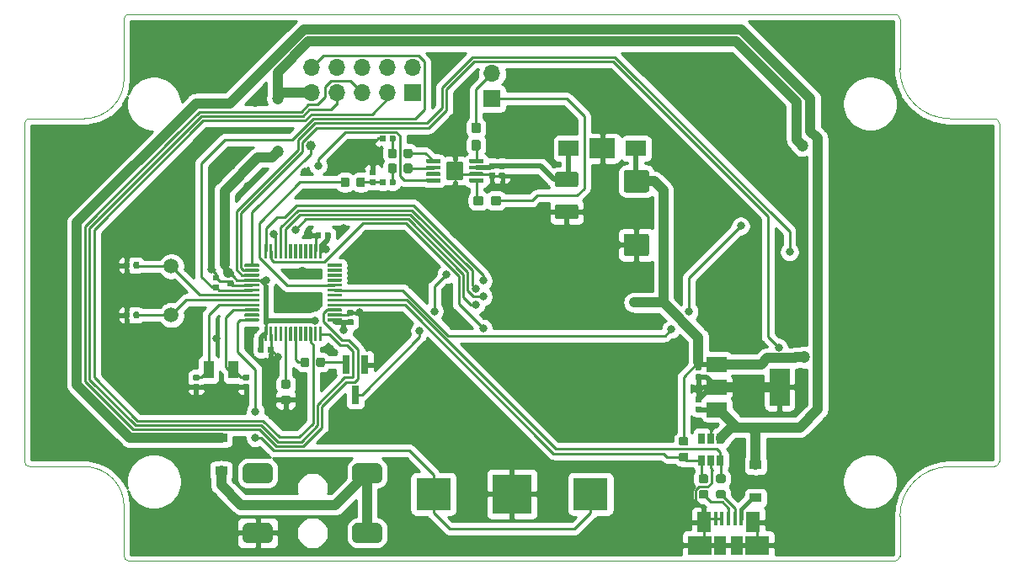
<source format=gbr>
%TF.GenerationSoftware,KiCad,Pcbnew,(5.1.4)-1*%
%TF.CreationDate,2020-03-29T09:51:50+13:00*%
%TF.ProjectId,clock,636c6f63-6b2e-46b6-9963-61645f706362,rev?*%
%TF.SameCoordinates,Original*%
%TF.FileFunction,Copper,L2,Bot*%
%TF.FilePolarity,Positive*%
%FSLAX46Y46*%
G04 Gerber Fmt 4.6, Leading zero omitted, Abs format (unit mm)*
G04 Created by KiCad (PCBNEW (5.1.4)-1) date 2020-03-29 09:51:50*
%MOMM*%
%LPD*%
G04 APERTURE LIST*
%ADD10C,0.050000*%
%ADD11C,0.100000*%
%ADD12C,0.400000*%
%ADD13C,0.500000*%
%ADD14C,1.730000*%
%ADD15C,2.000000*%
%ADD16C,0.875000*%
%ADD17C,0.590000*%
%ADD18R,3.500000X3.300000*%
%ADD19R,4.000000X4.000000*%
%ADD20R,1.200000X0.900000*%
%ADD21R,0.650000X1.060000*%
%ADD22C,0.950000*%
%ADD23R,1.700000X1.700000*%
%ADD24O,1.700000X1.700000*%
%ADD25R,0.450000X1.380000*%
%ADD26R,1.475000X2.100000*%
%ADD27R,2.375000X1.900000*%
%ADD28R,1.175000X1.900000*%
%ADD29R,0.800000X1.900000*%
%ADD30C,0.300000*%
%ADD31R,2.000000X3.800000*%
%ADD32R,2.000000X1.500000*%
%ADD33C,1.500000*%
%ADD34R,1.000000X1.800000*%
%ADD35C,2.250000*%
%ADD36R,2.000000X1.600000*%
%ADD37R,2.600000X2.000000*%
%ADD38C,0.800000*%
%ADD39C,1.200000*%
%ADD40C,1.000000*%
%ADD41C,0.250000*%
%ADD42C,1.000000*%
%ADD43C,0.500000*%
%ADD44C,0.450000*%
%ADD45C,0.240000*%
%ADD46C,0.254000*%
G04 APERTURE END LIST*
D10*
X103213900Y-66150000D02*
G75*
G02X103713900Y-65650000I500000J0D01*
G01*
X93713900Y-76150000D02*
G75*
G03X93213900Y-76650000I0J-500000D01*
G01*
X93713900Y-111150000D02*
G75*
G02X93213900Y-110650000I0J500000D01*
G01*
X103713900Y-120650000D02*
G75*
G02X103213900Y-120150000I0J500000D01*
G01*
X181213900Y-120150000D02*
G75*
G02X180713900Y-120650000I-500000J0D01*
G01*
X191213900Y-110650000D02*
G75*
G02X190713900Y-111150000I-500000J0D01*
G01*
X191213900Y-76650000D02*
G75*
G03X190713900Y-76150000I-500000J0D01*
G01*
X180713900Y-65650000D02*
G75*
G02X181213900Y-66150000I0J-500000D01*
G01*
X93713900Y-111150000D02*
X99213900Y-111150000D01*
X103213900Y-120150000D02*
X103213900Y-115150000D01*
X181213900Y-71150000D02*
G75*
G03X186213900Y-76150000I5000000J0D01*
G01*
X181213900Y-116150000D02*
G75*
G02X186213900Y-111150000I5000000J0D01*
G01*
X103213900Y-115150000D02*
G75*
G03X99213900Y-111150000I-4000000J0D01*
G01*
X103213900Y-72150000D02*
G75*
G02X99213900Y-76150000I-4000000J0D01*
G01*
X181213900Y-66150000D02*
X181213900Y-71150000D01*
X103713900Y-65650000D02*
X180713900Y-65650000D01*
X103213900Y-72150000D02*
X103213900Y-66150000D01*
X181213900Y-120150000D02*
X181213900Y-116150000D01*
X103713900Y-120650000D02*
X180713900Y-120650000D01*
X190713900Y-111150000D02*
X186213900Y-111150000D01*
X191213900Y-76650000D02*
X191213900Y-110650000D01*
X186213900Y-76150000D02*
X190713900Y-76150000D01*
X93213900Y-76650000D02*
X93213900Y-110650000D01*
X99213900Y-76150000D02*
X93713900Y-76150000D01*
D11*
G36*
X139248702Y-82175482D02*
G01*
X139258409Y-82176921D01*
X139267928Y-82179306D01*
X139277168Y-82182612D01*
X139286040Y-82186808D01*
X139294457Y-82191853D01*
X139302339Y-82197699D01*
X139309611Y-82204289D01*
X139316201Y-82211561D01*
X139322047Y-82219443D01*
X139327092Y-82227860D01*
X139331288Y-82236732D01*
X139334594Y-82245972D01*
X139336979Y-82255491D01*
X139338418Y-82265198D01*
X139338900Y-82275000D01*
X139338900Y-82475000D01*
X139338418Y-82484802D01*
X139336979Y-82494509D01*
X139334594Y-82504028D01*
X139331288Y-82513268D01*
X139327092Y-82522140D01*
X139322047Y-82530557D01*
X139316201Y-82538439D01*
X139309611Y-82545711D01*
X139302339Y-82552301D01*
X139294457Y-82558147D01*
X139286040Y-82563192D01*
X139277168Y-82567388D01*
X139267928Y-82570694D01*
X139258409Y-82573079D01*
X139248702Y-82574518D01*
X139238900Y-82575000D01*
X138013900Y-82575000D01*
X138004098Y-82574518D01*
X137994391Y-82573079D01*
X137984872Y-82570694D01*
X137975632Y-82567388D01*
X137966760Y-82563192D01*
X137958343Y-82558147D01*
X137950461Y-82552301D01*
X137943189Y-82545711D01*
X137936599Y-82538439D01*
X137930753Y-82530557D01*
X137925708Y-82522140D01*
X137921512Y-82513268D01*
X137918206Y-82504028D01*
X137915821Y-82494509D01*
X137914382Y-82484802D01*
X137913900Y-82475000D01*
X137913900Y-82275000D01*
X137914382Y-82265198D01*
X137915821Y-82255491D01*
X137918206Y-82245972D01*
X137921512Y-82236732D01*
X137925708Y-82227860D01*
X137930753Y-82219443D01*
X137936599Y-82211561D01*
X137943189Y-82204289D01*
X137950461Y-82197699D01*
X137958343Y-82191853D01*
X137966760Y-82186808D01*
X137975632Y-82182612D01*
X137984872Y-82179306D01*
X137994391Y-82176921D01*
X138004098Y-82175482D01*
X138013900Y-82175000D01*
X139238900Y-82175000D01*
X139248702Y-82175482D01*
X139248702Y-82175482D01*
G37*
D12*
X138626400Y-82375000D03*
D11*
G36*
X139248702Y-81525482D02*
G01*
X139258409Y-81526921D01*
X139267928Y-81529306D01*
X139277168Y-81532612D01*
X139286040Y-81536808D01*
X139294457Y-81541853D01*
X139302339Y-81547699D01*
X139309611Y-81554289D01*
X139316201Y-81561561D01*
X139322047Y-81569443D01*
X139327092Y-81577860D01*
X139331288Y-81586732D01*
X139334594Y-81595972D01*
X139336979Y-81605491D01*
X139338418Y-81615198D01*
X139338900Y-81625000D01*
X139338900Y-81825000D01*
X139338418Y-81834802D01*
X139336979Y-81844509D01*
X139334594Y-81854028D01*
X139331288Y-81863268D01*
X139327092Y-81872140D01*
X139322047Y-81880557D01*
X139316201Y-81888439D01*
X139309611Y-81895711D01*
X139302339Y-81902301D01*
X139294457Y-81908147D01*
X139286040Y-81913192D01*
X139277168Y-81917388D01*
X139267928Y-81920694D01*
X139258409Y-81923079D01*
X139248702Y-81924518D01*
X139238900Y-81925000D01*
X138013900Y-81925000D01*
X138004098Y-81924518D01*
X137994391Y-81923079D01*
X137984872Y-81920694D01*
X137975632Y-81917388D01*
X137966760Y-81913192D01*
X137958343Y-81908147D01*
X137950461Y-81902301D01*
X137943189Y-81895711D01*
X137936599Y-81888439D01*
X137930753Y-81880557D01*
X137925708Y-81872140D01*
X137921512Y-81863268D01*
X137918206Y-81854028D01*
X137915821Y-81844509D01*
X137914382Y-81834802D01*
X137913900Y-81825000D01*
X137913900Y-81625000D01*
X137914382Y-81615198D01*
X137915821Y-81605491D01*
X137918206Y-81595972D01*
X137921512Y-81586732D01*
X137925708Y-81577860D01*
X137930753Y-81569443D01*
X137936599Y-81561561D01*
X137943189Y-81554289D01*
X137950461Y-81547699D01*
X137958343Y-81541853D01*
X137966760Y-81536808D01*
X137975632Y-81532612D01*
X137984872Y-81529306D01*
X137994391Y-81526921D01*
X138004098Y-81525482D01*
X138013900Y-81525000D01*
X139238900Y-81525000D01*
X139248702Y-81525482D01*
X139248702Y-81525482D01*
G37*
D12*
X138626400Y-81725000D03*
D11*
G36*
X139248702Y-80875482D02*
G01*
X139258409Y-80876921D01*
X139267928Y-80879306D01*
X139277168Y-80882612D01*
X139286040Y-80886808D01*
X139294457Y-80891853D01*
X139302339Y-80897699D01*
X139309611Y-80904289D01*
X139316201Y-80911561D01*
X139322047Y-80919443D01*
X139327092Y-80927860D01*
X139331288Y-80936732D01*
X139334594Y-80945972D01*
X139336979Y-80955491D01*
X139338418Y-80965198D01*
X139338900Y-80975000D01*
X139338900Y-81175000D01*
X139338418Y-81184802D01*
X139336979Y-81194509D01*
X139334594Y-81204028D01*
X139331288Y-81213268D01*
X139327092Y-81222140D01*
X139322047Y-81230557D01*
X139316201Y-81238439D01*
X139309611Y-81245711D01*
X139302339Y-81252301D01*
X139294457Y-81258147D01*
X139286040Y-81263192D01*
X139277168Y-81267388D01*
X139267928Y-81270694D01*
X139258409Y-81273079D01*
X139248702Y-81274518D01*
X139238900Y-81275000D01*
X138013900Y-81275000D01*
X138004098Y-81274518D01*
X137994391Y-81273079D01*
X137984872Y-81270694D01*
X137975632Y-81267388D01*
X137966760Y-81263192D01*
X137958343Y-81258147D01*
X137950461Y-81252301D01*
X137943189Y-81245711D01*
X137936599Y-81238439D01*
X137930753Y-81230557D01*
X137925708Y-81222140D01*
X137921512Y-81213268D01*
X137918206Y-81204028D01*
X137915821Y-81194509D01*
X137914382Y-81184802D01*
X137913900Y-81175000D01*
X137913900Y-80975000D01*
X137914382Y-80965198D01*
X137915821Y-80955491D01*
X137918206Y-80945972D01*
X137921512Y-80936732D01*
X137925708Y-80927860D01*
X137930753Y-80919443D01*
X137936599Y-80911561D01*
X137943189Y-80904289D01*
X137950461Y-80897699D01*
X137958343Y-80891853D01*
X137966760Y-80886808D01*
X137975632Y-80882612D01*
X137984872Y-80879306D01*
X137994391Y-80876921D01*
X138004098Y-80875482D01*
X138013900Y-80875000D01*
X139238900Y-80875000D01*
X139248702Y-80875482D01*
X139248702Y-80875482D01*
G37*
D12*
X138626400Y-81075000D03*
D11*
G36*
X139248702Y-80225482D02*
G01*
X139258409Y-80226921D01*
X139267928Y-80229306D01*
X139277168Y-80232612D01*
X139286040Y-80236808D01*
X139294457Y-80241853D01*
X139302339Y-80247699D01*
X139309611Y-80254289D01*
X139316201Y-80261561D01*
X139322047Y-80269443D01*
X139327092Y-80277860D01*
X139331288Y-80286732D01*
X139334594Y-80295972D01*
X139336979Y-80305491D01*
X139338418Y-80315198D01*
X139338900Y-80325000D01*
X139338900Y-80525000D01*
X139338418Y-80534802D01*
X139336979Y-80544509D01*
X139334594Y-80554028D01*
X139331288Y-80563268D01*
X139327092Y-80572140D01*
X139322047Y-80580557D01*
X139316201Y-80588439D01*
X139309611Y-80595711D01*
X139302339Y-80602301D01*
X139294457Y-80608147D01*
X139286040Y-80613192D01*
X139277168Y-80617388D01*
X139267928Y-80620694D01*
X139258409Y-80623079D01*
X139248702Y-80624518D01*
X139238900Y-80625000D01*
X138013900Y-80625000D01*
X138004098Y-80624518D01*
X137994391Y-80623079D01*
X137984872Y-80620694D01*
X137975632Y-80617388D01*
X137966760Y-80613192D01*
X137958343Y-80608147D01*
X137950461Y-80602301D01*
X137943189Y-80595711D01*
X137936599Y-80588439D01*
X137930753Y-80580557D01*
X137925708Y-80572140D01*
X137921512Y-80563268D01*
X137918206Y-80554028D01*
X137915821Y-80544509D01*
X137914382Y-80534802D01*
X137913900Y-80525000D01*
X137913900Y-80325000D01*
X137914382Y-80315198D01*
X137915821Y-80305491D01*
X137918206Y-80295972D01*
X137921512Y-80286732D01*
X137925708Y-80277860D01*
X137930753Y-80269443D01*
X137936599Y-80261561D01*
X137943189Y-80254289D01*
X137950461Y-80247699D01*
X137958343Y-80241853D01*
X137966760Y-80236808D01*
X137975632Y-80232612D01*
X137984872Y-80229306D01*
X137994391Y-80226921D01*
X138004098Y-80225482D01*
X138013900Y-80225000D01*
X139238900Y-80225000D01*
X139248702Y-80225482D01*
X139248702Y-80225482D01*
G37*
D12*
X138626400Y-80425000D03*
D11*
G36*
X134923702Y-80225482D02*
G01*
X134933409Y-80226921D01*
X134942928Y-80229306D01*
X134952168Y-80232612D01*
X134961040Y-80236808D01*
X134969457Y-80241853D01*
X134977339Y-80247699D01*
X134984611Y-80254289D01*
X134991201Y-80261561D01*
X134997047Y-80269443D01*
X135002092Y-80277860D01*
X135006288Y-80286732D01*
X135009594Y-80295972D01*
X135011979Y-80305491D01*
X135013418Y-80315198D01*
X135013900Y-80325000D01*
X135013900Y-80525000D01*
X135013418Y-80534802D01*
X135011979Y-80544509D01*
X135009594Y-80554028D01*
X135006288Y-80563268D01*
X135002092Y-80572140D01*
X134997047Y-80580557D01*
X134991201Y-80588439D01*
X134984611Y-80595711D01*
X134977339Y-80602301D01*
X134969457Y-80608147D01*
X134961040Y-80613192D01*
X134952168Y-80617388D01*
X134942928Y-80620694D01*
X134933409Y-80623079D01*
X134923702Y-80624518D01*
X134913900Y-80625000D01*
X133688900Y-80625000D01*
X133679098Y-80624518D01*
X133669391Y-80623079D01*
X133659872Y-80620694D01*
X133650632Y-80617388D01*
X133641760Y-80613192D01*
X133633343Y-80608147D01*
X133625461Y-80602301D01*
X133618189Y-80595711D01*
X133611599Y-80588439D01*
X133605753Y-80580557D01*
X133600708Y-80572140D01*
X133596512Y-80563268D01*
X133593206Y-80554028D01*
X133590821Y-80544509D01*
X133589382Y-80534802D01*
X133588900Y-80525000D01*
X133588900Y-80325000D01*
X133589382Y-80315198D01*
X133590821Y-80305491D01*
X133593206Y-80295972D01*
X133596512Y-80286732D01*
X133600708Y-80277860D01*
X133605753Y-80269443D01*
X133611599Y-80261561D01*
X133618189Y-80254289D01*
X133625461Y-80247699D01*
X133633343Y-80241853D01*
X133641760Y-80236808D01*
X133650632Y-80232612D01*
X133659872Y-80229306D01*
X133669391Y-80226921D01*
X133679098Y-80225482D01*
X133688900Y-80225000D01*
X134913900Y-80225000D01*
X134923702Y-80225482D01*
X134923702Y-80225482D01*
G37*
D12*
X134301400Y-80425000D03*
D11*
G36*
X134923702Y-80875482D02*
G01*
X134933409Y-80876921D01*
X134942928Y-80879306D01*
X134952168Y-80882612D01*
X134961040Y-80886808D01*
X134969457Y-80891853D01*
X134977339Y-80897699D01*
X134984611Y-80904289D01*
X134991201Y-80911561D01*
X134997047Y-80919443D01*
X135002092Y-80927860D01*
X135006288Y-80936732D01*
X135009594Y-80945972D01*
X135011979Y-80955491D01*
X135013418Y-80965198D01*
X135013900Y-80975000D01*
X135013900Y-81175000D01*
X135013418Y-81184802D01*
X135011979Y-81194509D01*
X135009594Y-81204028D01*
X135006288Y-81213268D01*
X135002092Y-81222140D01*
X134997047Y-81230557D01*
X134991201Y-81238439D01*
X134984611Y-81245711D01*
X134977339Y-81252301D01*
X134969457Y-81258147D01*
X134961040Y-81263192D01*
X134952168Y-81267388D01*
X134942928Y-81270694D01*
X134933409Y-81273079D01*
X134923702Y-81274518D01*
X134913900Y-81275000D01*
X133688900Y-81275000D01*
X133679098Y-81274518D01*
X133669391Y-81273079D01*
X133659872Y-81270694D01*
X133650632Y-81267388D01*
X133641760Y-81263192D01*
X133633343Y-81258147D01*
X133625461Y-81252301D01*
X133618189Y-81245711D01*
X133611599Y-81238439D01*
X133605753Y-81230557D01*
X133600708Y-81222140D01*
X133596512Y-81213268D01*
X133593206Y-81204028D01*
X133590821Y-81194509D01*
X133589382Y-81184802D01*
X133588900Y-81175000D01*
X133588900Y-80975000D01*
X133589382Y-80965198D01*
X133590821Y-80955491D01*
X133593206Y-80945972D01*
X133596512Y-80936732D01*
X133600708Y-80927860D01*
X133605753Y-80919443D01*
X133611599Y-80911561D01*
X133618189Y-80904289D01*
X133625461Y-80897699D01*
X133633343Y-80891853D01*
X133641760Y-80886808D01*
X133650632Y-80882612D01*
X133659872Y-80879306D01*
X133669391Y-80876921D01*
X133679098Y-80875482D01*
X133688900Y-80875000D01*
X134913900Y-80875000D01*
X134923702Y-80875482D01*
X134923702Y-80875482D01*
G37*
D12*
X134301400Y-81075000D03*
D11*
G36*
X134923702Y-81525482D02*
G01*
X134933409Y-81526921D01*
X134942928Y-81529306D01*
X134952168Y-81532612D01*
X134961040Y-81536808D01*
X134969457Y-81541853D01*
X134977339Y-81547699D01*
X134984611Y-81554289D01*
X134991201Y-81561561D01*
X134997047Y-81569443D01*
X135002092Y-81577860D01*
X135006288Y-81586732D01*
X135009594Y-81595972D01*
X135011979Y-81605491D01*
X135013418Y-81615198D01*
X135013900Y-81625000D01*
X135013900Y-81825000D01*
X135013418Y-81834802D01*
X135011979Y-81844509D01*
X135009594Y-81854028D01*
X135006288Y-81863268D01*
X135002092Y-81872140D01*
X134997047Y-81880557D01*
X134991201Y-81888439D01*
X134984611Y-81895711D01*
X134977339Y-81902301D01*
X134969457Y-81908147D01*
X134961040Y-81913192D01*
X134952168Y-81917388D01*
X134942928Y-81920694D01*
X134933409Y-81923079D01*
X134923702Y-81924518D01*
X134913900Y-81925000D01*
X133688900Y-81925000D01*
X133679098Y-81924518D01*
X133669391Y-81923079D01*
X133659872Y-81920694D01*
X133650632Y-81917388D01*
X133641760Y-81913192D01*
X133633343Y-81908147D01*
X133625461Y-81902301D01*
X133618189Y-81895711D01*
X133611599Y-81888439D01*
X133605753Y-81880557D01*
X133600708Y-81872140D01*
X133596512Y-81863268D01*
X133593206Y-81854028D01*
X133590821Y-81844509D01*
X133589382Y-81834802D01*
X133588900Y-81825000D01*
X133588900Y-81625000D01*
X133589382Y-81615198D01*
X133590821Y-81605491D01*
X133593206Y-81595972D01*
X133596512Y-81586732D01*
X133600708Y-81577860D01*
X133605753Y-81569443D01*
X133611599Y-81561561D01*
X133618189Y-81554289D01*
X133625461Y-81547699D01*
X133633343Y-81541853D01*
X133641760Y-81536808D01*
X133650632Y-81532612D01*
X133659872Y-81529306D01*
X133669391Y-81526921D01*
X133679098Y-81525482D01*
X133688900Y-81525000D01*
X134913900Y-81525000D01*
X134923702Y-81525482D01*
X134923702Y-81525482D01*
G37*
D12*
X134301400Y-81725000D03*
D11*
G36*
X134923702Y-82175482D02*
G01*
X134933409Y-82176921D01*
X134942928Y-82179306D01*
X134952168Y-82182612D01*
X134961040Y-82186808D01*
X134969457Y-82191853D01*
X134977339Y-82197699D01*
X134984611Y-82204289D01*
X134991201Y-82211561D01*
X134997047Y-82219443D01*
X135002092Y-82227860D01*
X135006288Y-82236732D01*
X135009594Y-82245972D01*
X135011979Y-82255491D01*
X135013418Y-82265198D01*
X135013900Y-82275000D01*
X135013900Y-82475000D01*
X135013418Y-82484802D01*
X135011979Y-82494509D01*
X135009594Y-82504028D01*
X135006288Y-82513268D01*
X135002092Y-82522140D01*
X134997047Y-82530557D01*
X134991201Y-82538439D01*
X134984611Y-82545711D01*
X134977339Y-82552301D01*
X134969457Y-82558147D01*
X134961040Y-82563192D01*
X134952168Y-82567388D01*
X134942928Y-82570694D01*
X134933409Y-82573079D01*
X134923702Y-82574518D01*
X134913900Y-82575000D01*
X133688900Y-82575000D01*
X133679098Y-82574518D01*
X133669391Y-82573079D01*
X133659872Y-82570694D01*
X133650632Y-82567388D01*
X133641760Y-82563192D01*
X133633343Y-82558147D01*
X133625461Y-82552301D01*
X133618189Y-82545711D01*
X133611599Y-82538439D01*
X133605753Y-82530557D01*
X133600708Y-82522140D01*
X133596512Y-82513268D01*
X133593206Y-82504028D01*
X133590821Y-82494509D01*
X133589382Y-82484802D01*
X133588900Y-82475000D01*
X133588900Y-82275000D01*
X133589382Y-82265198D01*
X133590821Y-82255491D01*
X133593206Y-82245972D01*
X133596512Y-82236732D01*
X133600708Y-82227860D01*
X133605753Y-82219443D01*
X133611599Y-82211561D01*
X133618189Y-82204289D01*
X133625461Y-82197699D01*
X133633343Y-82191853D01*
X133641760Y-82186808D01*
X133650632Y-82182612D01*
X133659872Y-82179306D01*
X133669391Y-82176921D01*
X133679098Y-82175482D01*
X133688900Y-82175000D01*
X134913900Y-82175000D01*
X134923702Y-82175482D01*
X134923702Y-82175482D01*
G37*
D12*
X134301400Y-82375000D03*
D13*
X137013900Y-80750000D03*
X135913900Y-80750000D03*
X137013900Y-82050000D03*
X135913900Y-82050000D03*
D11*
G36*
X137103404Y-80476204D02*
G01*
X137127673Y-80479804D01*
X137151471Y-80485765D01*
X137174571Y-80494030D01*
X137196749Y-80504520D01*
X137217793Y-80517133D01*
X137237498Y-80531747D01*
X137255677Y-80548223D01*
X137272153Y-80566402D01*
X137286767Y-80586107D01*
X137299380Y-80607151D01*
X137309870Y-80629329D01*
X137318135Y-80652429D01*
X137324096Y-80676227D01*
X137327696Y-80700496D01*
X137328900Y-80725000D01*
X137328900Y-82075000D01*
X137327696Y-82099504D01*
X137324096Y-82123773D01*
X137318135Y-82147571D01*
X137309870Y-82170671D01*
X137299380Y-82192849D01*
X137286767Y-82213893D01*
X137272153Y-82233598D01*
X137255677Y-82251777D01*
X137237498Y-82268253D01*
X137217793Y-82282867D01*
X137196749Y-82295480D01*
X137174571Y-82305970D01*
X137151471Y-82314235D01*
X137127673Y-82320196D01*
X137103404Y-82323796D01*
X137078900Y-82325000D01*
X135848900Y-82325000D01*
X135824396Y-82323796D01*
X135800127Y-82320196D01*
X135776329Y-82314235D01*
X135753229Y-82305970D01*
X135731051Y-82295480D01*
X135710007Y-82282867D01*
X135690302Y-82268253D01*
X135672123Y-82251777D01*
X135655647Y-82233598D01*
X135641033Y-82213893D01*
X135628420Y-82192849D01*
X135617930Y-82170671D01*
X135609665Y-82147571D01*
X135603704Y-82123773D01*
X135600104Y-82099504D01*
X135598900Y-82075000D01*
X135598900Y-80725000D01*
X135600104Y-80700496D01*
X135603704Y-80676227D01*
X135609665Y-80652429D01*
X135617930Y-80629329D01*
X135628420Y-80607151D01*
X135641033Y-80586107D01*
X135655647Y-80566402D01*
X135672123Y-80548223D01*
X135690302Y-80531747D01*
X135710007Y-80517133D01*
X135731051Y-80504520D01*
X135753229Y-80494030D01*
X135776329Y-80485765D01*
X135800127Y-80479804D01*
X135824396Y-80476204D01*
X135848900Y-80475000D01*
X137078900Y-80475000D01*
X137103404Y-80476204D01*
X137103404Y-80476204D01*
G37*
D14*
X136463900Y-81400000D03*
D11*
G36*
X128696909Y-110818908D02*
G01*
X128745445Y-110826107D01*
X128793042Y-110838030D01*
X128839242Y-110854560D01*
X128883598Y-110875539D01*
X128925685Y-110900765D01*
X128965097Y-110929995D01*
X129001453Y-110962947D01*
X129034405Y-110999303D01*
X129063635Y-111038715D01*
X129088861Y-111080802D01*
X129109840Y-111125158D01*
X129126370Y-111171358D01*
X129138293Y-111218955D01*
X129145492Y-111267491D01*
X129147900Y-111316500D01*
X129147900Y-112316500D01*
X129145492Y-112365509D01*
X129138293Y-112414045D01*
X129126370Y-112461642D01*
X129109840Y-112507842D01*
X129088861Y-112552198D01*
X129063635Y-112594285D01*
X129034405Y-112633697D01*
X129001453Y-112670053D01*
X128965097Y-112703005D01*
X128925685Y-112732235D01*
X128883598Y-112757461D01*
X128839242Y-112778440D01*
X128793042Y-112794970D01*
X128745445Y-112806893D01*
X128696909Y-112814092D01*
X128647900Y-112816500D01*
X126647900Y-112816500D01*
X126598891Y-112814092D01*
X126550355Y-112806893D01*
X126502758Y-112794970D01*
X126456558Y-112778440D01*
X126412202Y-112757461D01*
X126370115Y-112732235D01*
X126330703Y-112703005D01*
X126294347Y-112670053D01*
X126261395Y-112633697D01*
X126232165Y-112594285D01*
X126206939Y-112552198D01*
X126185960Y-112507842D01*
X126169430Y-112461642D01*
X126157507Y-112414045D01*
X126150308Y-112365509D01*
X126147900Y-112316500D01*
X126147900Y-111316500D01*
X126150308Y-111267491D01*
X126157507Y-111218955D01*
X126169430Y-111171358D01*
X126185960Y-111125158D01*
X126206939Y-111080802D01*
X126232165Y-111038715D01*
X126261395Y-110999303D01*
X126294347Y-110962947D01*
X126330703Y-110929995D01*
X126370115Y-110900765D01*
X126412202Y-110875539D01*
X126456558Y-110854560D01*
X126502758Y-110838030D01*
X126550355Y-110826107D01*
X126598891Y-110818908D01*
X126647900Y-110816500D01*
X128647900Y-110816500D01*
X128696909Y-110818908D01*
X128696909Y-110818908D01*
G37*
D15*
X127647900Y-111816500D03*
D11*
G36*
X117696909Y-110818908D02*
G01*
X117745445Y-110826107D01*
X117793042Y-110838030D01*
X117839242Y-110854560D01*
X117883598Y-110875539D01*
X117925685Y-110900765D01*
X117965097Y-110929995D01*
X118001453Y-110962947D01*
X118034405Y-110999303D01*
X118063635Y-111038715D01*
X118088861Y-111080802D01*
X118109840Y-111125158D01*
X118126370Y-111171358D01*
X118138293Y-111218955D01*
X118145492Y-111267491D01*
X118147900Y-111316500D01*
X118147900Y-112316500D01*
X118145492Y-112365509D01*
X118138293Y-112414045D01*
X118126370Y-112461642D01*
X118109840Y-112507842D01*
X118088861Y-112552198D01*
X118063635Y-112594285D01*
X118034405Y-112633697D01*
X118001453Y-112670053D01*
X117965097Y-112703005D01*
X117925685Y-112732235D01*
X117883598Y-112757461D01*
X117839242Y-112778440D01*
X117793042Y-112794970D01*
X117745445Y-112806893D01*
X117696909Y-112814092D01*
X117647900Y-112816500D01*
X115647900Y-112816500D01*
X115598891Y-112814092D01*
X115550355Y-112806893D01*
X115502758Y-112794970D01*
X115456558Y-112778440D01*
X115412202Y-112757461D01*
X115370115Y-112732235D01*
X115330703Y-112703005D01*
X115294347Y-112670053D01*
X115261395Y-112633697D01*
X115232165Y-112594285D01*
X115206939Y-112552198D01*
X115185960Y-112507842D01*
X115169430Y-112461642D01*
X115157507Y-112414045D01*
X115150308Y-112365509D01*
X115147900Y-112316500D01*
X115147900Y-111316500D01*
X115150308Y-111267491D01*
X115157507Y-111218955D01*
X115169430Y-111171358D01*
X115185960Y-111125158D01*
X115206939Y-111080802D01*
X115232165Y-111038715D01*
X115261395Y-110999303D01*
X115294347Y-110962947D01*
X115330703Y-110929995D01*
X115370115Y-110900765D01*
X115412202Y-110875539D01*
X115456558Y-110854560D01*
X115502758Y-110838030D01*
X115550355Y-110826107D01*
X115598891Y-110818908D01*
X115647900Y-110816500D01*
X117647900Y-110816500D01*
X117696909Y-110818908D01*
X117696909Y-110818908D01*
G37*
D15*
X116647900Y-111816500D03*
D11*
G36*
X117696909Y-116818908D02*
G01*
X117745445Y-116826107D01*
X117793042Y-116838030D01*
X117839242Y-116854560D01*
X117883598Y-116875539D01*
X117925685Y-116900765D01*
X117965097Y-116929995D01*
X118001453Y-116962947D01*
X118034405Y-116999303D01*
X118063635Y-117038715D01*
X118088861Y-117080802D01*
X118109840Y-117125158D01*
X118126370Y-117171358D01*
X118138293Y-117218955D01*
X118145492Y-117267491D01*
X118147900Y-117316500D01*
X118147900Y-118316500D01*
X118145492Y-118365509D01*
X118138293Y-118414045D01*
X118126370Y-118461642D01*
X118109840Y-118507842D01*
X118088861Y-118552198D01*
X118063635Y-118594285D01*
X118034405Y-118633697D01*
X118001453Y-118670053D01*
X117965097Y-118703005D01*
X117925685Y-118732235D01*
X117883598Y-118757461D01*
X117839242Y-118778440D01*
X117793042Y-118794970D01*
X117745445Y-118806893D01*
X117696909Y-118814092D01*
X117647900Y-118816500D01*
X115647900Y-118816500D01*
X115598891Y-118814092D01*
X115550355Y-118806893D01*
X115502758Y-118794970D01*
X115456558Y-118778440D01*
X115412202Y-118757461D01*
X115370115Y-118732235D01*
X115330703Y-118703005D01*
X115294347Y-118670053D01*
X115261395Y-118633697D01*
X115232165Y-118594285D01*
X115206939Y-118552198D01*
X115185960Y-118507842D01*
X115169430Y-118461642D01*
X115157507Y-118414045D01*
X115150308Y-118365509D01*
X115147900Y-118316500D01*
X115147900Y-117316500D01*
X115150308Y-117267491D01*
X115157507Y-117218955D01*
X115169430Y-117171358D01*
X115185960Y-117125158D01*
X115206939Y-117080802D01*
X115232165Y-117038715D01*
X115261395Y-116999303D01*
X115294347Y-116962947D01*
X115330703Y-116929995D01*
X115370115Y-116900765D01*
X115412202Y-116875539D01*
X115456558Y-116854560D01*
X115502758Y-116838030D01*
X115550355Y-116826107D01*
X115598891Y-116818908D01*
X115647900Y-116816500D01*
X117647900Y-116816500D01*
X117696909Y-116818908D01*
X117696909Y-116818908D01*
G37*
D15*
X116647900Y-117816500D03*
D11*
G36*
X128696909Y-116818908D02*
G01*
X128745445Y-116826107D01*
X128793042Y-116838030D01*
X128839242Y-116854560D01*
X128883598Y-116875539D01*
X128925685Y-116900765D01*
X128965097Y-116929995D01*
X129001453Y-116962947D01*
X129034405Y-116999303D01*
X129063635Y-117038715D01*
X129088861Y-117080802D01*
X129109840Y-117125158D01*
X129126370Y-117171358D01*
X129138293Y-117218955D01*
X129145492Y-117267491D01*
X129147900Y-117316500D01*
X129147900Y-118316500D01*
X129145492Y-118365509D01*
X129138293Y-118414045D01*
X129126370Y-118461642D01*
X129109840Y-118507842D01*
X129088861Y-118552198D01*
X129063635Y-118594285D01*
X129034405Y-118633697D01*
X129001453Y-118670053D01*
X128965097Y-118703005D01*
X128925685Y-118732235D01*
X128883598Y-118757461D01*
X128839242Y-118778440D01*
X128793042Y-118794970D01*
X128745445Y-118806893D01*
X128696909Y-118814092D01*
X128647900Y-118816500D01*
X126647900Y-118816500D01*
X126598891Y-118814092D01*
X126550355Y-118806893D01*
X126502758Y-118794970D01*
X126456558Y-118778440D01*
X126412202Y-118757461D01*
X126370115Y-118732235D01*
X126330703Y-118703005D01*
X126294347Y-118670053D01*
X126261395Y-118633697D01*
X126232165Y-118594285D01*
X126206939Y-118552198D01*
X126185960Y-118507842D01*
X126169430Y-118461642D01*
X126157507Y-118414045D01*
X126150308Y-118365509D01*
X126147900Y-118316500D01*
X126147900Y-117316500D01*
X126150308Y-117267491D01*
X126157507Y-117218955D01*
X126169430Y-117171358D01*
X126185960Y-117125158D01*
X126206939Y-117080802D01*
X126232165Y-117038715D01*
X126261395Y-116999303D01*
X126294347Y-116962947D01*
X126330703Y-116929995D01*
X126370115Y-116900765D01*
X126412202Y-116875539D01*
X126456558Y-116854560D01*
X126502758Y-116838030D01*
X126550355Y-116826107D01*
X126598891Y-116818908D01*
X126647900Y-116816500D01*
X128647900Y-116816500D01*
X128696909Y-116818908D01*
X128696909Y-116818908D01*
G37*
D15*
X127647900Y-117816500D03*
D11*
G36*
X121629091Y-100176053D02*
G01*
X121650326Y-100179203D01*
X121671150Y-100184419D01*
X121691362Y-100191651D01*
X121710768Y-100200830D01*
X121729181Y-100211866D01*
X121746424Y-100224654D01*
X121762330Y-100239070D01*
X121776746Y-100254976D01*
X121789534Y-100272219D01*
X121800570Y-100290632D01*
X121809749Y-100310038D01*
X121816981Y-100330250D01*
X121822197Y-100351074D01*
X121825347Y-100372309D01*
X121826400Y-100393750D01*
X121826400Y-100906250D01*
X121825347Y-100927691D01*
X121822197Y-100948926D01*
X121816981Y-100969750D01*
X121809749Y-100989962D01*
X121800570Y-101009368D01*
X121789534Y-101027781D01*
X121776746Y-101045024D01*
X121762330Y-101060930D01*
X121746424Y-101075346D01*
X121729181Y-101088134D01*
X121710768Y-101099170D01*
X121691362Y-101108349D01*
X121671150Y-101115581D01*
X121650326Y-101120797D01*
X121629091Y-101123947D01*
X121607650Y-101125000D01*
X121170150Y-101125000D01*
X121148709Y-101123947D01*
X121127474Y-101120797D01*
X121106650Y-101115581D01*
X121086438Y-101108349D01*
X121067032Y-101099170D01*
X121048619Y-101088134D01*
X121031376Y-101075346D01*
X121015470Y-101060930D01*
X121001054Y-101045024D01*
X120988266Y-101027781D01*
X120977230Y-101009368D01*
X120968051Y-100989962D01*
X120960819Y-100969750D01*
X120955603Y-100948926D01*
X120952453Y-100927691D01*
X120951400Y-100906250D01*
X120951400Y-100393750D01*
X120952453Y-100372309D01*
X120955603Y-100351074D01*
X120960819Y-100330250D01*
X120968051Y-100310038D01*
X120977230Y-100290632D01*
X120988266Y-100272219D01*
X121001054Y-100254976D01*
X121015470Y-100239070D01*
X121031376Y-100224654D01*
X121048619Y-100211866D01*
X121067032Y-100200830D01*
X121086438Y-100191651D01*
X121106650Y-100184419D01*
X121127474Y-100179203D01*
X121148709Y-100176053D01*
X121170150Y-100175000D01*
X121607650Y-100175000D01*
X121629091Y-100176053D01*
X121629091Y-100176053D01*
G37*
D16*
X121388900Y-100650000D03*
D11*
G36*
X123204091Y-100176053D02*
G01*
X123225326Y-100179203D01*
X123246150Y-100184419D01*
X123266362Y-100191651D01*
X123285768Y-100200830D01*
X123304181Y-100211866D01*
X123321424Y-100224654D01*
X123337330Y-100239070D01*
X123351746Y-100254976D01*
X123364534Y-100272219D01*
X123375570Y-100290632D01*
X123384749Y-100310038D01*
X123391981Y-100330250D01*
X123397197Y-100351074D01*
X123400347Y-100372309D01*
X123401400Y-100393750D01*
X123401400Y-100906250D01*
X123400347Y-100927691D01*
X123397197Y-100948926D01*
X123391981Y-100969750D01*
X123384749Y-100989962D01*
X123375570Y-101009368D01*
X123364534Y-101027781D01*
X123351746Y-101045024D01*
X123337330Y-101060930D01*
X123321424Y-101075346D01*
X123304181Y-101088134D01*
X123285768Y-101099170D01*
X123266362Y-101108349D01*
X123246150Y-101115581D01*
X123225326Y-101120797D01*
X123204091Y-101123947D01*
X123182650Y-101125000D01*
X122745150Y-101125000D01*
X122723709Y-101123947D01*
X122702474Y-101120797D01*
X122681650Y-101115581D01*
X122661438Y-101108349D01*
X122642032Y-101099170D01*
X122623619Y-101088134D01*
X122606376Y-101075346D01*
X122590470Y-101060930D01*
X122576054Y-101045024D01*
X122563266Y-101027781D01*
X122552230Y-101009368D01*
X122543051Y-100989962D01*
X122535819Y-100969750D01*
X122530603Y-100948926D01*
X122527453Y-100927691D01*
X122526400Y-100906250D01*
X122526400Y-100393750D01*
X122527453Y-100372309D01*
X122530603Y-100351074D01*
X122535819Y-100330250D01*
X122543051Y-100310038D01*
X122552230Y-100290632D01*
X122563266Y-100272219D01*
X122576054Y-100254976D01*
X122590470Y-100239070D01*
X122606376Y-100224654D01*
X122623619Y-100211866D01*
X122642032Y-100200830D01*
X122661438Y-100191651D01*
X122681650Y-100184419D01*
X122702474Y-100179203D01*
X122723709Y-100176053D01*
X122745150Y-100175000D01*
X123182650Y-100175000D01*
X123204091Y-100176053D01*
X123204091Y-100176053D01*
G37*
D16*
X122963900Y-100650000D03*
D11*
G36*
X141400858Y-80620710D02*
G01*
X141415176Y-80622834D01*
X141429217Y-80626351D01*
X141442846Y-80631228D01*
X141455931Y-80637417D01*
X141468347Y-80644858D01*
X141479973Y-80653481D01*
X141490698Y-80663202D01*
X141500419Y-80673927D01*
X141509042Y-80685553D01*
X141516483Y-80697969D01*
X141522672Y-80711054D01*
X141527549Y-80724683D01*
X141531066Y-80738724D01*
X141533190Y-80753042D01*
X141533900Y-80767500D01*
X141533900Y-81062500D01*
X141533190Y-81076958D01*
X141531066Y-81091276D01*
X141527549Y-81105317D01*
X141522672Y-81118946D01*
X141516483Y-81132031D01*
X141509042Y-81144447D01*
X141500419Y-81156073D01*
X141490698Y-81166798D01*
X141479973Y-81176519D01*
X141468347Y-81185142D01*
X141455931Y-81192583D01*
X141442846Y-81198772D01*
X141429217Y-81203649D01*
X141415176Y-81207166D01*
X141400858Y-81209290D01*
X141386400Y-81210000D01*
X141041400Y-81210000D01*
X141026942Y-81209290D01*
X141012624Y-81207166D01*
X140998583Y-81203649D01*
X140984954Y-81198772D01*
X140971869Y-81192583D01*
X140959453Y-81185142D01*
X140947827Y-81176519D01*
X140937102Y-81166798D01*
X140927381Y-81156073D01*
X140918758Y-81144447D01*
X140911317Y-81132031D01*
X140905128Y-81118946D01*
X140900251Y-81105317D01*
X140896734Y-81091276D01*
X140894610Y-81076958D01*
X140893900Y-81062500D01*
X140893900Y-80767500D01*
X140894610Y-80753042D01*
X140896734Y-80738724D01*
X140900251Y-80724683D01*
X140905128Y-80711054D01*
X140911317Y-80697969D01*
X140918758Y-80685553D01*
X140927381Y-80673927D01*
X140937102Y-80663202D01*
X140947827Y-80653481D01*
X140959453Y-80644858D01*
X140971869Y-80637417D01*
X140984954Y-80631228D01*
X140998583Y-80626351D01*
X141012624Y-80622834D01*
X141026942Y-80620710D01*
X141041400Y-80620000D01*
X141386400Y-80620000D01*
X141400858Y-80620710D01*
X141400858Y-80620710D01*
G37*
D17*
X141213900Y-80915000D03*
D11*
G36*
X141400858Y-81590710D02*
G01*
X141415176Y-81592834D01*
X141429217Y-81596351D01*
X141442846Y-81601228D01*
X141455931Y-81607417D01*
X141468347Y-81614858D01*
X141479973Y-81623481D01*
X141490698Y-81633202D01*
X141500419Y-81643927D01*
X141509042Y-81655553D01*
X141516483Y-81667969D01*
X141522672Y-81681054D01*
X141527549Y-81694683D01*
X141531066Y-81708724D01*
X141533190Y-81723042D01*
X141533900Y-81737500D01*
X141533900Y-82032500D01*
X141533190Y-82046958D01*
X141531066Y-82061276D01*
X141527549Y-82075317D01*
X141522672Y-82088946D01*
X141516483Y-82102031D01*
X141509042Y-82114447D01*
X141500419Y-82126073D01*
X141490698Y-82136798D01*
X141479973Y-82146519D01*
X141468347Y-82155142D01*
X141455931Y-82162583D01*
X141442846Y-82168772D01*
X141429217Y-82173649D01*
X141415176Y-82177166D01*
X141400858Y-82179290D01*
X141386400Y-82180000D01*
X141041400Y-82180000D01*
X141026942Y-82179290D01*
X141012624Y-82177166D01*
X140998583Y-82173649D01*
X140984954Y-82168772D01*
X140971869Y-82162583D01*
X140959453Y-82155142D01*
X140947827Y-82146519D01*
X140937102Y-82136798D01*
X140927381Y-82126073D01*
X140918758Y-82114447D01*
X140911317Y-82102031D01*
X140905128Y-82088946D01*
X140900251Y-82075317D01*
X140896734Y-82061276D01*
X140894610Y-82046958D01*
X140893900Y-82032500D01*
X140893900Y-81737500D01*
X140894610Y-81723042D01*
X140896734Y-81708724D01*
X140900251Y-81694683D01*
X140905128Y-81681054D01*
X140911317Y-81667969D01*
X140918758Y-81655553D01*
X140927381Y-81643927D01*
X140937102Y-81633202D01*
X140947827Y-81623481D01*
X140959453Y-81614858D01*
X140971869Y-81607417D01*
X140984954Y-81601228D01*
X140998583Y-81596351D01*
X141012624Y-81592834D01*
X141026942Y-81590710D01*
X141041400Y-81590000D01*
X141386400Y-81590000D01*
X141400858Y-81590710D01*
X141400858Y-81590710D01*
G37*
D17*
X141213900Y-81885000D03*
D18*
X150113900Y-113900000D03*
X134313900Y-113900000D03*
D19*
X142213900Y-113900000D03*
D11*
G36*
X126150858Y-95370710D02*
G01*
X126165176Y-95372834D01*
X126179217Y-95376351D01*
X126192846Y-95381228D01*
X126205931Y-95387417D01*
X126218347Y-95394858D01*
X126229973Y-95403481D01*
X126240698Y-95413202D01*
X126250419Y-95423927D01*
X126259042Y-95435553D01*
X126266483Y-95447969D01*
X126272672Y-95461054D01*
X126277549Y-95474683D01*
X126281066Y-95488724D01*
X126283190Y-95503042D01*
X126283900Y-95517500D01*
X126283900Y-95812500D01*
X126283190Y-95826958D01*
X126281066Y-95841276D01*
X126277549Y-95855317D01*
X126272672Y-95868946D01*
X126266483Y-95882031D01*
X126259042Y-95894447D01*
X126250419Y-95906073D01*
X126240698Y-95916798D01*
X126229973Y-95926519D01*
X126218347Y-95935142D01*
X126205931Y-95942583D01*
X126192846Y-95948772D01*
X126179217Y-95953649D01*
X126165176Y-95957166D01*
X126150858Y-95959290D01*
X126136400Y-95960000D01*
X125791400Y-95960000D01*
X125776942Y-95959290D01*
X125762624Y-95957166D01*
X125748583Y-95953649D01*
X125734954Y-95948772D01*
X125721869Y-95942583D01*
X125709453Y-95935142D01*
X125697827Y-95926519D01*
X125687102Y-95916798D01*
X125677381Y-95906073D01*
X125668758Y-95894447D01*
X125661317Y-95882031D01*
X125655128Y-95868946D01*
X125650251Y-95855317D01*
X125646734Y-95841276D01*
X125644610Y-95826958D01*
X125643900Y-95812500D01*
X125643900Y-95517500D01*
X125644610Y-95503042D01*
X125646734Y-95488724D01*
X125650251Y-95474683D01*
X125655128Y-95461054D01*
X125661317Y-95447969D01*
X125668758Y-95435553D01*
X125677381Y-95423927D01*
X125687102Y-95413202D01*
X125697827Y-95403481D01*
X125709453Y-95394858D01*
X125721869Y-95387417D01*
X125734954Y-95381228D01*
X125748583Y-95376351D01*
X125762624Y-95372834D01*
X125776942Y-95370710D01*
X125791400Y-95370000D01*
X126136400Y-95370000D01*
X126150858Y-95370710D01*
X126150858Y-95370710D01*
G37*
D17*
X125963900Y-95665000D03*
D11*
G36*
X126150858Y-96340710D02*
G01*
X126165176Y-96342834D01*
X126179217Y-96346351D01*
X126192846Y-96351228D01*
X126205931Y-96357417D01*
X126218347Y-96364858D01*
X126229973Y-96373481D01*
X126240698Y-96383202D01*
X126250419Y-96393927D01*
X126259042Y-96405553D01*
X126266483Y-96417969D01*
X126272672Y-96431054D01*
X126277549Y-96444683D01*
X126281066Y-96458724D01*
X126283190Y-96473042D01*
X126283900Y-96487500D01*
X126283900Y-96782500D01*
X126283190Y-96796958D01*
X126281066Y-96811276D01*
X126277549Y-96825317D01*
X126272672Y-96838946D01*
X126266483Y-96852031D01*
X126259042Y-96864447D01*
X126250419Y-96876073D01*
X126240698Y-96886798D01*
X126229973Y-96896519D01*
X126218347Y-96905142D01*
X126205931Y-96912583D01*
X126192846Y-96918772D01*
X126179217Y-96923649D01*
X126165176Y-96927166D01*
X126150858Y-96929290D01*
X126136400Y-96930000D01*
X125791400Y-96930000D01*
X125776942Y-96929290D01*
X125762624Y-96927166D01*
X125748583Y-96923649D01*
X125734954Y-96918772D01*
X125721869Y-96912583D01*
X125709453Y-96905142D01*
X125697827Y-96896519D01*
X125687102Y-96886798D01*
X125677381Y-96876073D01*
X125668758Y-96864447D01*
X125661317Y-96852031D01*
X125655128Y-96838946D01*
X125650251Y-96825317D01*
X125646734Y-96811276D01*
X125644610Y-96796958D01*
X125643900Y-96782500D01*
X125643900Y-96487500D01*
X125644610Y-96473042D01*
X125646734Y-96458724D01*
X125650251Y-96444683D01*
X125655128Y-96431054D01*
X125661317Y-96417969D01*
X125668758Y-96405553D01*
X125677381Y-96393927D01*
X125687102Y-96383202D01*
X125697827Y-96373481D01*
X125709453Y-96364858D01*
X125721869Y-96357417D01*
X125734954Y-96351228D01*
X125748583Y-96346351D01*
X125762624Y-96342834D01*
X125776942Y-96340710D01*
X125791400Y-96340000D01*
X126136400Y-96340000D01*
X126150858Y-96340710D01*
X126150858Y-96340710D01*
G37*
D17*
X125963900Y-96635000D03*
D11*
G36*
X103640858Y-90580710D02*
G01*
X103655176Y-90582834D01*
X103669217Y-90586351D01*
X103682846Y-90591228D01*
X103695931Y-90597417D01*
X103708347Y-90604858D01*
X103719973Y-90613481D01*
X103730698Y-90623202D01*
X103740419Y-90633927D01*
X103749042Y-90645553D01*
X103756483Y-90657969D01*
X103762672Y-90671054D01*
X103767549Y-90684683D01*
X103771066Y-90698724D01*
X103773190Y-90713042D01*
X103773900Y-90727500D01*
X103773900Y-91072500D01*
X103773190Y-91086958D01*
X103771066Y-91101276D01*
X103767549Y-91115317D01*
X103762672Y-91128946D01*
X103756483Y-91142031D01*
X103749042Y-91154447D01*
X103740419Y-91166073D01*
X103730698Y-91176798D01*
X103719973Y-91186519D01*
X103708347Y-91195142D01*
X103695931Y-91202583D01*
X103682846Y-91208772D01*
X103669217Y-91213649D01*
X103655176Y-91217166D01*
X103640858Y-91219290D01*
X103626400Y-91220000D01*
X103331400Y-91220000D01*
X103316942Y-91219290D01*
X103302624Y-91217166D01*
X103288583Y-91213649D01*
X103274954Y-91208772D01*
X103261869Y-91202583D01*
X103249453Y-91195142D01*
X103237827Y-91186519D01*
X103227102Y-91176798D01*
X103217381Y-91166073D01*
X103208758Y-91154447D01*
X103201317Y-91142031D01*
X103195128Y-91128946D01*
X103190251Y-91115317D01*
X103186734Y-91101276D01*
X103184610Y-91086958D01*
X103183900Y-91072500D01*
X103183900Y-90727500D01*
X103184610Y-90713042D01*
X103186734Y-90698724D01*
X103190251Y-90684683D01*
X103195128Y-90671054D01*
X103201317Y-90657969D01*
X103208758Y-90645553D01*
X103217381Y-90633927D01*
X103227102Y-90623202D01*
X103237827Y-90613481D01*
X103249453Y-90604858D01*
X103261869Y-90597417D01*
X103274954Y-90591228D01*
X103288583Y-90586351D01*
X103302624Y-90582834D01*
X103316942Y-90580710D01*
X103331400Y-90580000D01*
X103626400Y-90580000D01*
X103640858Y-90580710D01*
X103640858Y-90580710D01*
G37*
D17*
X103478900Y-90900000D03*
D11*
G36*
X104610858Y-90580710D02*
G01*
X104625176Y-90582834D01*
X104639217Y-90586351D01*
X104652846Y-90591228D01*
X104665931Y-90597417D01*
X104678347Y-90604858D01*
X104689973Y-90613481D01*
X104700698Y-90623202D01*
X104710419Y-90633927D01*
X104719042Y-90645553D01*
X104726483Y-90657969D01*
X104732672Y-90671054D01*
X104737549Y-90684683D01*
X104741066Y-90698724D01*
X104743190Y-90713042D01*
X104743900Y-90727500D01*
X104743900Y-91072500D01*
X104743190Y-91086958D01*
X104741066Y-91101276D01*
X104737549Y-91115317D01*
X104732672Y-91128946D01*
X104726483Y-91142031D01*
X104719042Y-91154447D01*
X104710419Y-91166073D01*
X104700698Y-91176798D01*
X104689973Y-91186519D01*
X104678347Y-91195142D01*
X104665931Y-91202583D01*
X104652846Y-91208772D01*
X104639217Y-91213649D01*
X104625176Y-91217166D01*
X104610858Y-91219290D01*
X104596400Y-91220000D01*
X104301400Y-91220000D01*
X104286942Y-91219290D01*
X104272624Y-91217166D01*
X104258583Y-91213649D01*
X104244954Y-91208772D01*
X104231869Y-91202583D01*
X104219453Y-91195142D01*
X104207827Y-91186519D01*
X104197102Y-91176798D01*
X104187381Y-91166073D01*
X104178758Y-91154447D01*
X104171317Y-91142031D01*
X104165128Y-91128946D01*
X104160251Y-91115317D01*
X104156734Y-91101276D01*
X104154610Y-91086958D01*
X104153900Y-91072500D01*
X104153900Y-90727500D01*
X104154610Y-90713042D01*
X104156734Y-90698724D01*
X104160251Y-90684683D01*
X104165128Y-90671054D01*
X104171317Y-90657969D01*
X104178758Y-90645553D01*
X104187381Y-90633927D01*
X104197102Y-90623202D01*
X104207827Y-90613481D01*
X104219453Y-90604858D01*
X104231869Y-90597417D01*
X104244954Y-90591228D01*
X104258583Y-90586351D01*
X104272624Y-90582834D01*
X104286942Y-90580710D01*
X104301400Y-90580000D01*
X104596400Y-90580000D01*
X104610858Y-90580710D01*
X104610858Y-90580710D01*
G37*
D17*
X104448900Y-90900000D03*
D11*
G36*
X122890858Y-87580710D02*
G01*
X122905176Y-87582834D01*
X122919217Y-87586351D01*
X122932846Y-87591228D01*
X122945931Y-87597417D01*
X122958347Y-87604858D01*
X122969973Y-87613481D01*
X122980698Y-87623202D01*
X122990419Y-87633927D01*
X122999042Y-87645553D01*
X123006483Y-87657969D01*
X123012672Y-87671054D01*
X123017549Y-87684683D01*
X123021066Y-87698724D01*
X123023190Y-87713042D01*
X123023900Y-87727500D01*
X123023900Y-88072500D01*
X123023190Y-88086958D01*
X123021066Y-88101276D01*
X123017549Y-88115317D01*
X123012672Y-88128946D01*
X123006483Y-88142031D01*
X122999042Y-88154447D01*
X122990419Y-88166073D01*
X122980698Y-88176798D01*
X122969973Y-88186519D01*
X122958347Y-88195142D01*
X122945931Y-88202583D01*
X122932846Y-88208772D01*
X122919217Y-88213649D01*
X122905176Y-88217166D01*
X122890858Y-88219290D01*
X122876400Y-88220000D01*
X122581400Y-88220000D01*
X122566942Y-88219290D01*
X122552624Y-88217166D01*
X122538583Y-88213649D01*
X122524954Y-88208772D01*
X122511869Y-88202583D01*
X122499453Y-88195142D01*
X122487827Y-88186519D01*
X122477102Y-88176798D01*
X122467381Y-88166073D01*
X122458758Y-88154447D01*
X122451317Y-88142031D01*
X122445128Y-88128946D01*
X122440251Y-88115317D01*
X122436734Y-88101276D01*
X122434610Y-88086958D01*
X122433900Y-88072500D01*
X122433900Y-87727500D01*
X122434610Y-87713042D01*
X122436734Y-87698724D01*
X122440251Y-87684683D01*
X122445128Y-87671054D01*
X122451317Y-87657969D01*
X122458758Y-87645553D01*
X122467381Y-87633927D01*
X122477102Y-87623202D01*
X122487827Y-87613481D01*
X122499453Y-87604858D01*
X122511869Y-87597417D01*
X122524954Y-87591228D01*
X122538583Y-87586351D01*
X122552624Y-87582834D01*
X122566942Y-87580710D01*
X122581400Y-87580000D01*
X122876400Y-87580000D01*
X122890858Y-87580710D01*
X122890858Y-87580710D01*
G37*
D17*
X122728900Y-87900000D03*
D11*
G36*
X123860858Y-87580710D02*
G01*
X123875176Y-87582834D01*
X123889217Y-87586351D01*
X123902846Y-87591228D01*
X123915931Y-87597417D01*
X123928347Y-87604858D01*
X123939973Y-87613481D01*
X123950698Y-87623202D01*
X123960419Y-87633927D01*
X123969042Y-87645553D01*
X123976483Y-87657969D01*
X123982672Y-87671054D01*
X123987549Y-87684683D01*
X123991066Y-87698724D01*
X123993190Y-87713042D01*
X123993900Y-87727500D01*
X123993900Y-88072500D01*
X123993190Y-88086958D01*
X123991066Y-88101276D01*
X123987549Y-88115317D01*
X123982672Y-88128946D01*
X123976483Y-88142031D01*
X123969042Y-88154447D01*
X123960419Y-88166073D01*
X123950698Y-88176798D01*
X123939973Y-88186519D01*
X123928347Y-88195142D01*
X123915931Y-88202583D01*
X123902846Y-88208772D01*
X123889217Y-88213649D01*
X123875176Y-88217166D01*
X123860858Y-88219290D01*
X123846400Y-88220000D01*
X123551400Y-88220000D01*
X123536942Y-88219290D01*
X123522624Y-88217166D01*
X123508583Y-88213649D01*
X123494954Y-88208772D01*
X123481869Y-88202583D01*
X123469453Y-88195142D01*
X123457827Y-88186519D01*
X123447102Y-88176798D01*
X123437381Y-88166073D01*
X123428758Y-88154447D01*
X123421317Y-88142031D01*
X123415128Y-88128946D01*
X123410251Y-88115317D01*
X123406734Y-88101276D01*
X123404610Y-88086958D01*
X123403900Y-88072500D01*
X123403900Y-87727500D01*
X123404610Y-87713042D01*
X123406734Y-87698724D01*
X123410251Y-87684683D01*
X123415128Y-87671054D01*
X123421317Y-87657969D01*
X123428758Y-87645553D01*
X123437381Y-87633927D01*
X123447102Y-87623202D01*
X123457827Y-87613481D01*
X123469453Y-87604858D01*
X123481869Y-87597417D01*
X123494954Y-87591228D01*
X123508583Y-87586351D01*
X123522624Y-87582834D01*
X123536942Y-87580710D01*
X123551400Y-87580000D01*
X123846400Y-87580000D01*
X123860858Y-87580710D01*
X123860858Y-87580710D01*
G37*
D17*
X123698900Y-87900000D03*
D11*
G36*
X104610858Y-95580710D02*
G01*
X104625176Y-95582834D01*
X104639217Y-95586351D01*
X104652846Y-95591228D01*
X104665931Y-95597417D01*
X104678347Y-95604858D01*
X104689973Y-95613481D01*
X104700698Y-95623202D01*
X104710419Y-95633927D01*
X104719042Y-95645553D01*
X104726483Y-95657969D01*
X104732672Y-95671054D01*
X104737549Y-95684683D01*
X104741066Y-95698724D01*
X104743190Y-95713042D01*
X104743900Y-95727500D01*
X104743900Y-96072500D01*
X104743190Y-96086958D01*
X104741066Y-96101276D01*
X104737549Y-96115317D01*
X104732672Y-96128946D01*
X104726483Y-96142031D01*
X104719042Y-96154447D01*
X104710419Y-96166073D01*
X104700698Y-96176798D01*
X104689973Y-96186519D01*
X104678347Y-96195142D01*
X104665931Y-96202583D01*
X104652846Y-96208772D01*
X104639217Y-96213649D01*
X104625176Y-96217166D01*
X104610858Y-96219290D01*
X104596400Y-96220000D01*
X104301400Y-96220000D01*
X104286942Y-96219290D01*
X104272624Y-96217166D01*
X104258583Y-96213649D01*
X104244954Y-96208772D01*
X104231869Y-96202583D01*
X104219453Y-96195142D01*
X104207827Y-96186519D01*
X104197102Y-96176798D01*
X104187381Y-96166073D01*
X104178758Y-96154447D01*
X104171317Y-96142031D01*
X104165128Y-96128946D01*
X104160251Y-96115317D01*
X104156734Y-96101276D01*
X104154610Y-96086958D01*
X104153900Y-96072500D01*
X104153900Y-95727500D01*
X104154610Y-95713042D01*
X104156734Y-95698724D01*
X104160251Y-95684683D01*
X104165128Y-95671054D01*
X104171317Y-95657969D01*
X104178758Y-95645553D01*
X104187381Y-95633927D01*
X104197102Y-95623202D01*
X104207827Y-95613481D01*
X104219453Y-95604858D01*
X104231869Y-95597417D01*
X104244954Y-95591228D01*
X104258583Y-95586351D01*
X104272624Y-95582834D01*
X104286942Y-95580710D01*
X104301400Y-95580000D01*
X104596400Y-95580000D01*
X104610858Y-95580710D01*
X104610858Y-95580710D01*
G37*
D17*
X104448900Y-95900000D03*
D11*
G36*
X103640858Y-95580710D02*
G01*
X103655176Y-95582834D01*
X103669217Y-95586351D01*
X103682846Y-95591228D01*
X103695931Y-95597417D01*
X103708347Y-95604858D01*
X103719973Y-95613481D01*
X103730698Y-95623202D01*
X103740419Y-95633927D01*
X103749042Y-95645553D01*
X103756483Y-95657969D01*
X103762672Y-95671054D01*
X103767549Y-95684683D01*
X103771066Y-95698724D01*
X103773190Y-95713042D01*
X103773900Y-95727500D01*
X103773900Y-96072500D01*
X103773190Y-96086958D01*
X103771066Y-96101276D01*
X103767549Y-96115317D01*
X103762672Y-96128946D01*
X103756483Y-96142031D01*
X103749042Y-96154447D01*
X103740419Y-96166073D01*
X103730698Y-96176798D01*
X103719973Y-96186519D01*
X103708347Y-96195142D01*
X103695931Y-96202583D01*
X103682846Y-96208772D01*
X103669217Y-96213649D01*
X103655176Y-96217166D01*
X103640858Y-96219290D01*
X103626400Y-96220000D01*
X103331400Y-96220000D01*
X103316942Y-96219290D01*
X103302624Y-96217166D01*
X103288583Y-96213649D01*
X103274954Y-96208772D01*
X103261869Y-96202583D01*
X103249453Y-96195142D01*
X103237827Y-96186519D01*
X103227102Y-96176798D01*
X103217381Y-96166073D01*
X103208758Y-96154447D01*
X103201317Y-96142031D01*
X103195128Y-96128946D01*
X103190251Y-96115317D01*
X103186734Y-96101276D01*
X103184610Y-96086958D01*
X103183900Y-96072500D01*
X103183900Y-95727500D01*
X103184610Y-95713042D01*
X103186734Y-95698724D01*
X103190251Y-95684683D01*
X103195128Y-95671054D01*
X103201317Y-95657969D01*
X103208758Y-95645553D01*
X103217381Y-95633927D01*
X103227102Y-95623202D01*
X103237827Y-95613481D01*
X103249453Y-95604858D01*
X103261869Y-95597417D01*
X103274954Y-95591228D01*
X103288583Y-95586351D01*
X103302624Y-95582834D01*
X103316942Y-95580710D01*
X103331400Y-95580000D01*
X103626400Y-95580000D01*
X103640858Y-95580710D01*
X103640858Y-95580710D01*
G37*
D17*
X103478900Y-95900000D03*
D11*
G36*
X114100858Y-91470710D02*
G01*
X114115176Y-91472834D01*
X114129217Y-91476351D01*
X114142846Y-91481228D01*
X114155931Y-91487417D01*
X114168347Y-91494858D01*
X114179973Y-91503481D01*
X114190698Y-91513202D01*
X114200419Y-91523927D01*
X114209042Y-91535553D01*
X114216483Y-91547969D01*
X114222672Y-91561054D01*
X114227549Y-91574683D01*
X114231066Y-91588724D01*
X114233190Y-91603042D01*
X114233900Y-91617500D01*
X114233900Y-91912500D01*
X114233190Y-91926958D01*
X114231066Y-91941276D01*
X114227549Y-91955317D01*
X114222672Y-91968946D01*
X114216483Y-91982031D01*
X114209042Y-91994447D01*
X114200419Y-92006073D01*
X114190698Y-92016798D01*
X114179973Y-92026519D01*
X114168347Y-92035142D01*
X114155931Y-92042583D01*
X114142846Y-92048772D01*
X114129217Y-92053649D01*
X114115176Y-92057166D01*
X114100858Y-92059290D01*
X114086400Y-92060000D01*
X113741400Y-92060000D01*
X113726942Y-92059290D01*
X113712624Y-92057166D01*
X113698583Y-92053649D01*
X113684954Y-92048772D01*
X113671869Y-92042583D01*
X113659453Y-92035142D01*
X113647827Y-92026519D01*
X113637102Y-92016798D01*
X113627381Y-92006073D01*
X113618758Y-91994447D01*
X113611317Y-91982031D01*
X113605128Y-91968946D01*
X113600251Y-91955317D01*
X113596734Y-91941276D01*
X113594610Y-91926958D01*
X113593900Y-91912500D01*
X113593900Y-91617500D01*
X113594610Y-91603042D01*
X113596734Y-91588724D01*
X113600251Y-91574683D01*
X113605128Y-91561054D01*
X113611317Y-91547969D01*
X113618758Y-91535553D01*
X113627381Y-91523927D01*
X113637102Y-91513202D01*
X113647827Y-91503481D01*
X113659453Y-91494858D01*
X113671869Y-91487417D01*
X113684954Y-91481228D01*
X113698583Y-91476351D01*
X113712624Y-91472834D01*
X113726942Y-91470710D01*
X113741400Y-91470000D01*
X114086400Y-91470000D01*
X114100858Y-91470710D01*
X114100858Y-91470710D01*
G37*
D17*
X113913900Y-91765000D03*
D11*
G36*
X114100858Y-92440710D02*
G01*
X114115176Y-92442834D01*
X114129217Y-92446351D01*
X114142846Y-92451228D01*
X114155931Y-92457417D01*
X114168347Y-92464858D01*
X114179973Y-92473481D01*
X114190698Y-92483202D01*
X114200419Y-92493927D01*
X114209042Y-92505553D01*
X114216483Y-92517969D01*
X114222672Y-92531054D01*
X114227549Y-92544683D01*
X114231066Y-92558724D01*
X114233190Y-92573042D01*
X114233900Y-92587500D01*
X114233900Y-92882500D01*
X114233190Y-92896958D01*
X114231066Y-92911276D01*
X114227549Y-92925317D01*
X114222672Y-92938946D01*
X114216483Y-92952031D01*
X114209042Y-92964447D01*
X114200419Y-92976073D01*
X114190698Y-92986798D01*
X114179973Y-92996519D01*
X114168347Y-93005142D01*
X114155931Y-93012583D01*
X114142846Y-93018772D01*
X114129217Y-93023649D01*
X114115176Y-93027166D01*
X114100858Y-93029290D01*
X114086400Y-93030000D01*
X113741400Y-93030000D01*
X113726942Y-93029290D01*
X113712624Y-93027166D01*
X113698583Y-93023649D01*
X113684954Y-93018772D01*
X113671869Y-93012583D01*
X113659453Y-93005142D01*
X113647827Y-92996519D01*
X113637102Y-92986798D01*
X113627381Y-92976073D01*
X113618758Y-92964447D01*
X113611317Y-92952031D01*
X113605128Y-92938946D01*
X113600251Y-92925317D01*
X113596734Y-92911276D01*
X113594610Y-92896958D01*
X113593900Y-92882500D01*
X113593900Y-92587500D01*
X113594610Y-92573042D01*
X113596734Y-92558724D01*
X113600251Y-92544683D01*
X113605128Y-92531054D01*
X113611317Y-92517969D01*
X113618758Y-92505553D01*
X113627381Y-92493927D01*
X113637102Y-92483202D01*
X113647827Y-92473481D01*
X113659453Y-92464858D01*
X113671869Y-92457417D01*
X113684954Y-92451228D01*
X113698583Y-92446351D01*
X113712624Y-92442834D01*
X113726942Y-92440710D01*
X113741400Y-92440000D01*
X114086400Y-92440000D01*
X114100858Y-92440710D01*
X114100858Y-92440710D01*
G37*
D17*
X113913900Y-92735000D03*
D11*
G36*
X118110858Y-99080710D02*
G01*
X118125176Y-99082834D01*
X118139217Y-99086351D01*
X118152846Y-99091228D01*
X118165931Y-99097417D01*
X118178347Y-99104858D01*
X118189973Y-99113481D01*
X118200698Y-99123202D01*
X118210419Y-99133927D01*
X118219042Y-99145553D01*
X118226483Y-99157969D01*
X118232672Y-99171054D01*
X118237549Y-99184683D01*
X118241066Y-99198724D01*
X118243190Y-99213042D01*
X118243900Y-99227500D01*
X118243900Y-99572500D01*
X118243190Y-99586958D01*
X118241066Y-99601276D01*
X118237549Y-99615317D01*
X118232672Y-99628946D01*
X118226483Y-99642031D01*
X118219042Y-99654447D01*
X118210419Y-99666073D01*
X118200698Y-99676798D01*
X118189973Y-99686519D01*
X118178347Y-99695142D01*
X118165931Y-99702583D01*
X118152846Y-99708772D01*
X118139217Y-99713649D01*
X118125176Y-99717166D01*
X118110858Y-99719290D01*
X118096400Y-99720000D01*
X117801400Y-99720000D01*
X117786942Y-99719290D01*
X117772624Y-99717166D01*
X117758583Y-99713649D01*
X117744954Y-99708772D01*
X117731869Y-99702583D01*
X117719453Y-99695142D01*
X117707827Y-99686519D01*
X117697102Y-99676798D01*
X117687381Y-99666073D01*
X117678758Y-99654447D01*
X117671317Y-99642031D01*
X117665128Y-99628946D01*
X117660251Y-99615317D01*
X117656734Y-99601276D01*
X117654610Y-99586958D01*
X117653900Y-99572500D01*
X117653900Y-99227500D01*
X117654610Y-99213042D01*
X117656734Y-99198724D01*
X117660251Y-99184683D01*
X117665128Y-99171054D01*
X117671317Y-99157969D01*
X117678758Y-99145553D01*
X117687381Y-99133927D01*
X117697102Y-99123202D01*
X117707827Y-99113481D01*
X117719453Y-99104858D01*
X117731869Y-99097417D01*
X117744954Y-99091228D01*
X117758583Y-99086351D01*
X117772624Y-99082834D01*
X117786942Y-99080710D01*
X117801400Y-99080000D01*
X118096400Y-99080000D01*
X118110858Y-99080710D01*
X118110858Y-99080710D01*
G37*
D17*
X117948900Y-99400000D03*
D11*
G36*
X117140858Y-99080710D02*
G01*
X117155176Y-99082834D01*
X117169217Y-99086351D01*
X117182846Y-99091228D01*
X117195931Y-99097417D01*
X117208347Y-99104858D01*
X117219973Y-99113481D01*
X117230698Y-99123202D01*
X117240419Y-99133927D01*
X117249042Y-99145553D01*
X117256483Y-99157969D01*
X117262672Y-99171054D01*
X117267549Y-99184683D01*
X117271066Y-99198724D01*
X117273190Y-99213042D01*
X117273900Y-99227500D01*
X117273900Y-99572500D01*
X117273190Y-99586958D01*
X117271066Y-99601276D01*
X117267549Y-99615317D01*
X117262672Y-99628946D01*
X117256483Y-99642031D01*
X117249042Y-99654447D01*
X117240419Y-99666073D01*
X117230698Y-99676798D01*
X117219973Y-99686519D01*
X117208347Y-99695142D01*
X117195931Y-99702583D01*
X117182846Y-99708772D01*
X117169217Y-99713649D01*
X117155176Y-99717166D01*
X117140858Y-99719290D01*
X117126400Y-99720000D01*
X116831400Y-99720000D01*
X116816942Y-99719290D01*
X116802624Y-99717166D01*
X116788583Y-99713649D01*
X116774954Y-99708772D01*
X116761869Y-99702583D01*
X116749453Y-99695142D01*
X116737827Y-99686519D01*
X116727102Y-99676798D01*
X116717381Y-99666073D01*
X116708758Y-99654447D01*
X116701317Y-99642031D01*
X116695128Y-99628946D01*
X116690251Y-99615317D01*
X116686734Y-99601276D01*
X116684610Y-99586958D01*
X116683900Y-99572500D01*
X116683900Y-99227500D01*
X116684610Y-99213042D01*
X116686734Y-99198724D01*
X116690251Y-99184683D01*
X116695128Y-99171054D01*
X116701317Y-99157969D01*
X116708758Y-99145553D01*
X116717381Y-99133927D01*
X116727102Y-99123202D01*
X116737827Y-99113481D01*
X116749453Y-99104858D01*
X116761869Y-99097417D01*
X116774954Y-99091228D01*
X116788583Y-99086351D01*
X116802624Y-99082834D01*
X116816942Y-99080710D01*
X116831400Y-99080000D01*
X117126400Y-99080000D01*
X117140858Y-99080710D01*
X117140858Y-99080710D01*
G37*
D17*
X116978900Y-99400000D03*
D11*
G36*
X110650858Y-102840710D02*
G01*
X110665176Y-102842834D01*
X110679217Y-102846351D01*
X110692846Y-102851228D01*
X110705931Y-102857417D01*
X110718347Y-102864858D01*
X110729973Y-102873481D01*
X110740698Y-102883202D01*
X110750419Y-102893927D01*
X110759042Y-102905553D01*
X110766483Y-102917969D01*
X110772672Y-102931054D01*
X110777549Y-102944683D01*
X110781066Y-102958724D01*
X110783190Y-102973042D01*
X110783900Y-102987500D01*
X110783900Y-103282500D01*
X110783190Y-103296958D01*
X110781066Y-103311276D01*
X110777549Y-103325317D01*
X110772672Y-103338946D01*
X110766483Y-103352031D01*
X110759042Y-103364447D01*
X110750419Y-103376073D01*
X110740698Y-103386798D01*
X110729973Y-103396519D01*
X110718347Y-103405142D01*
X110705931Y-103412583D01*
X110692846Y-103418772D01*
X110679217Y-103423649D01*
X110665176Y-103427166D01*
X110650858Y-103429290D01*
X110636400Y-103430000D01*
X110291400Y-103430000D01*
X110276942Y-103429290D01*
X110262624Y-103427166D01*
X110248583Y-103423649D01*
X110234954Y-103418772D01*
X110221869Y-103412583D01*
X110209453Y-103405142D01*
X110197827Y-103396519D01*
X110187102Y-103386798D01*
X110177381Y-103376073D01*
X110168758Y-103364447D01*
X110161317Y-103352031D01*
X110155128Y-103338946D01*
X110150251Y-103325317D01*
X110146734Y-103311276D01*
X110144610Y-103296958D01*
X110143900Y-103282500D01*
X110143900Y-102987500D01*
X110144610Y-102973042D01*
X110146734Y-102958724D01*
X110150251Y-102944683D01*
X110155128Y-102931054D01*
X110161317Y-102917969D01*
X110168758Y-102905553D01*
X110177381Y-102893927D01*
X110187102Y-102883202D01*
X110197827Y-102873481D01*
X110209453Y-102864858D01*
X110221869Y-102857417D01*
X110234954Y-102851228D01*
X110248583Y-102846351D01*
X110262624Y-102842834D01*
X110276942Y-102840710D01*
X110291400Y-102840000D01*
X110636400Y-102840000D01*
X110650858Y-102840710D01*
X110650858Y-102840710D01*
G37*
D17*
X110463900Y-103135000D03*
D11*
G36*
X110650858Y-101870710D02*
G01*
X110665176Y-101872834D01*
X110679217Y-101876351D01*
X110692846Y-101881228D01*
X110705931Y-101887417D01*
X110718347Y-101894858D01*
X110729973Y-101903481D01*
X110740698Y-101913202D01*
X110750419Y-101923927D01*
X110759042Y-101935553D01*
X110766483Y-101947969D01*
X110772672Y-101961054D01*
X110777549Y-101974683D01*
X110781066Y-101988724D01*
X110783190Y-102003042D01*
X110783900Y-102017500D01*
X110783900Y-102312500D01*
X110783190Y-102326958D01*
X110781066Y-102341276D01*
X110777549Y-102355317D01*
X110772672Y-102368946D01*
X110766483Y-102382031D01*
X110759042Y-102394447D01*
X110750419Y-102406073D01*
X110740698Y-102416798D01*
X110729973Y-102426519D01*
X110718347Y-102435142D01*
X110705931Y-102442583D01*
X110692846Y-102448772D01*
X110679217Y-102453649D01*
X110665176Y-102457166D01*
X110650858Y-102459290D01*
X110636400Y-102460000D01*
X110291400Y-102460000D01*
X110276942Y-102459290D01*
X110262624Y-102457166D01*
X110248583Y-102453649D01*
X110234954Y-102448772D01*
X110221869Y-102442583D01*
X110209453Y-102435142D01*
X110197827Y-102426519D01*
X110187102Y-102416798D01*
X110177381Y-102406073D01*
X110168758Y-102394447D01*
X110161317Y-102382031D01*
X110155128Y-102368946D01*
X110150251Y-102355317D01*
X110146734Y-102341276D01*
X110144610Y-102326958D01*
X110143900Y-102312500D01*
X110143900Y-102017500D01*
X110144610Y-102003042D01*
X110146734Y-101988724D01*
X110150251Y-101974683D01*
X110155128Y-101961054D01*
X110161317Y-101947969D01*
X110168758Y-101935553D01*
X110177381Y-101923927D01*
X110187102Y-101913202D01*
X110197827Y-101903481D01*
X110209453Y-101894858D01*
X110221869Y-101887417D01*
X110234954Y-101881228D01*
X110248583Y-101876351D01*
X110262624Y-101872834D01*
X110276942Y-101870710D01*
X110291400Y-101870000D01*
X110636400Y-101870000D01*
X110650858Y-101870710D01*
X110650858Y-101870710D01*
G37*
D17*
X110463900Y-102165000D03*
D11*
G36*
X112650858Y-92840710D02*
G01*
X112665176Y-92842834D01*
X112679217Y-92846351D01*
X112692846Y-92851228D01*
X112705931Y-92857417D01*
X112718347Y-92864858D01*
X112729973Y-92873481D01*
X112740698Y-92883202D01*
X112750419Y-92893927D01*
X112759042Y-92905553D01*
X112766483Y-92917969D01*
X112772672Y-92931054D01*
X112777549Y-92944683D01*
X112781066Y-92958724D01*
X112783190Y-92973042D01*
X112783900Y-92987500D01*
X112783900Y-93282500D01*
X112783190Y-93296958D01*
X112781066Y-93311276D01*
X112777549Y-93325317D01*
X112772672Y-93338946D01*
X112766483Y-93352031D01*
X112759042Y-93364447D01*
X112750419Y-93376073D01*
X112740698Y-93386798D01*
X112729973Y-93396519D01*
X112718347Y-93405142D01*
X112705931Y-93412583D01*
X112692846Y-93418772D01*
X112679217Y-93423649D01*
X112665176Y-93427166D01*
X112650858Y-93429290D01*
X112636400Y-93430000D01*
X112291400Y-93430000D01*
X112276942Y-93429290D01*
X112262624Y-93427166D01*
X112248583Y-93423649D01*
X112234954Y-93418772D01*
X112221869Y-93412583D01*
X112209453Y-93405142D01*
X112197827Y-93396519D01*
X112187102Y-93386798D01*
X112177381Y-93376073D01*
X112168758Y-93364447D01*
X112161317Y-93352031D01*
X112155128Y-93338946D01*
X112150251Y-93325317D01*
X112146734Y-93311276D01*
X112144610Y-93296958D01*
X112143900Y-93282500D01*
X112143900Y-92987500D01*
X112144610Y-92973042D01*
X112146734Y-92958724D01*
X112150251Y-92944683D01*
X112155128Y-92931054D01*
X112161317Y-92917969D01*
X112168758Y-92905553D01*
X112177381Y-92893927D01*
X112187102Y-92883202D01*
X112197827Y-92873481D01*
X112209453Y-92864858D01*
X112221869Y-92857417D01*
X112234954Y-92851228D01*
X112248583Y-92846351D01*
X112262624Y-92842834D01*
X112276942Y-92840710D01*
X112291400Y-92840000D01*
X112636400Y-92840000D01*
X112650858Y-92840710D01*
X112650858Y-92840710D01*
G37*
D17*
X112463900Y-93135000D03*
D11*
G36*
X112650858Y-91870710D02*
G01*
X112665176Y-91872834D01*
X112679217Y-91876351D01*
X112692846Y-91881228D01*
X112705931Y-91887417D01*
X112718347Y-91894858D01*
X112729973Y-91903481D01*
X112740698Y-91913202D01*
X112750419Y-91923927D01*
X112759042Y-91935553D01*
X112766483Y-91947969D01*
X112772672Y-91961054D01*
X112777549Y-91974683D01*
X112781066Y-91988724D01*
X112783190Y-92003042D01*
X112783900Y-92017500D01*
X112783900Y-92312500D01*
X112783190Y-92326958D01*
X112781066Y-92341276D01*
X112777549Y-92355317D01*
X112772672Y-92368946D01*
X112766483Y-92382031D01*
X112759042Y-92394447D01*
X112750419Y-92406073D01*
X112740698Y-92416798D01*
X112729973Y-92426519D01*
X112718347Y-92435142D01*
X112705931Y-92442583D01*
X112692846Y-92448772D01*
X112679217Y-92453649D01*
X112665176Y-92457166D01*
X112650858Y-92459290D01*
X112636400Y-92460000D01*
X112291400Y-92460000D01*
X112276942Y-92459290D01*
X112262624Y-92457166D01*
X112248583Y-92453649D01*
X112234954Y-92448772D01*
X112221869Y-92442583D01*
X112209453Y-92435142D01*
X112197827Y-92426519D01*
X112187102Y-92416798D01*
X112177381Y-92406073D01*
X112168758Y-92394447D01*
X112161317Y-92382031D01*
X112155128Y-92368946D01*
X112150251Y-92355317D01*
X112146734Y-92341276D01*
X112144610Y-92326958D01*
X112143900Y-92312500D01*
X112143900Y-92017500D01*
X112144610Y-92003042D01*
X112146734Y-91988724D01*
X112150251Y-91974683D01*
X112155128Y-91961054D01*
X112161317Y-91947969D01*
X112168758Y-91935553D01*
X112177381Y-91923927D01*
X112187102Y-91913202D01*
X112197827Y-91903481D01*
X112209453Y-91894858D01*
X112221869Y-91887417D01*
X112234954Y-91881228D01*
X112248583Y-91876351D01*
X112262624Y-91872834D01*
X112276942Y-91870710D01*
X112291400Y-91870000D01*
X112636400Y-91870000D01*
X112650858Y-91870710D01*
X112650858Y-91870710D01*
G37*
D17*
X112463900Y-92165000D03*
D11*
G36*
X115650858Y-101870710D02*
G01*
X115665176Y-101872834D01*
X115679217Y-101876351D01*
X115692846Y-101881228D01*
X115705931Y-101887417D01*
X115718347Y-101894858D01*
X115729973Y-101903481D01*
X115740698Y-101913202D01*
X115750419Y-101923927D01*
X115759042Y-101935553D01*
X115766483Y-101947969D01*
X115772672Y-101961054D01*
X115777549Y-101974683D01*
X115781066Y-101988724D01*
X115783190Y-102003042D01*
X115783900Y-102017500D01*
X115783900Y-102312500D01*
X115783190Y-102326958D01*
X115781066Y-102341276D01*
X115777549Y-102355317D01*
X115772672Y-102368946D01*
X115766483Y-102382031D01*
X115759042Y-102394447D01*
X115750419Y-102406073D01*
X115740698Y-102416798D01*
X115729973Y-102426519D01*
X115718347Y-102435142D01*
X115705931Y-102442583D01*
X115692846Y-102448772D01*
X115679217Y-102453649D01*
X115665176Y-102457166D01*
X115650858Y-102459290D01*
X115636400Y-102460000D01*
X115291400Y-102460000D01*
X115276942Y-102459290D01*
X115262624Y-102457166D01*
X115248583Y-102453649D01*
X115234954Y-102448772D01*
X115221869Y-102442583D01*
X115209453Y-102435142D01*
X115197827Y-102426519D01*
X115187102Y-102416798D01*
X115177381Y-102406073D01*
X115168758Y-102394447D01*
X115161317Y-102382031D01*
X115155128Y-102368946D01*
X115150251Y-102355317D01*
X115146734Y-102341276D01*
X115144610Y-102326958D01*
X115143900Y-102312500D01*
X115143900Y-102017500D01*
X115144610Y-102003042D01*
X115146734Y-101988724D01*
X115150251Y-101974683D01*
X115155128Y-101961054D01*
X115161317Y-101947969D01*
X115168758Y-101935553D01*
X115177381Y-101923927D01*
X115187102Y-101913202D01*
X115197827Y-101903481D01*
X115209453Y-101894858D01*
X115221869Y-101887417D01*
X115234954Y-101881228D01*
X115248583Y-101876351D01*
X115262624Y-101872834D01*
X115276942Y-101870710D01*
X115291400Y-101870000D01*
X115636400Y-101870000D01*
X115650858Y-101870710D01*
X115650858Y-101870710D01*
G37*
D17*
X115463900Y-102165000D03*
D11*
G36*
X115650858Y-102840710D02*
G01*
X115665176Y-102842834D01*
X115679217Y-102846351D01*
X115692846Y-102851228D01*
X115705931Y-102857417D01*
X115718347Y-102864858D01*
X115729973Y-102873481D01*
X115740698Y-102883202D01*
X115750419Y-102893927D01*
X115759042Y-102905553D01*
X115766483Y-102917969D01*
X115772672Y-102931054D01*
X115777549Y-102944683D01*
X115781066Y-102958724D01*
X115783190Y-102973042D01*
X115783900Y-102987500D01*
X115783900Y-103282500D01*
X115783190Y-103296958D01*
X115781066Y-103311276D01*
X115777549Y-103325317D01*
X115772672Y-103338946D01*
X115766483Y-103352031D01*
X115759042Y-103364447D01*
X115750419Y-103376073D01*
X115740698Y-103386798D01*
X115729973Y-103396519D01*
X115718347Y-103405142D01*
X115705931Y-103412583D01*
X115692846Y-103418772D01*
X115679217Y-103423649D01*
X115665176Y-103427166D01*
X115650858Y-103429290D01*
X115636400Y-103430000D01*
X115291400Y-103430000D01*
X115276942Y-103429290D01*
X115262624Y-103427166D01*
X115248583Y-103423649D01*
X115234954Y-103418772D01*
X115221869Y-103412583D01*
X115209453Y-103405142D01*
X115197827Y-103396519D01*
X115187102Y-103386798D01*
X115177381Y-103376073D01*
X115168758Y-103364447D01*
X115161317Y-103352031D01*
X115155128Y-103338946D01*
X115150251Y-103325317D01*
X115146734Y-103311276D01*
X115144610Y-103296958D01*
X115143900Y-103282500D01*
X115143900Y-102987500D01*
X115144610Y-102973042D01*
X115146734Y-102958724D01*
X115150251Y-102944683D01*
X115155128Y-102931054D01*
X115161317Y-102917969D01*
X115168758Y-102905553D01*
X115177381Y-102893927D01*
X115187102Y-102883202D01*
X115197827Y-102873481D01*
X115209453Y-102864858D01*
X115221869Y-102857417D01*
X115234954Y-102851228D01*
X115248583Y-102846351D01*
X115262624Y-102842834D01*
X115276942Y-102840710D01*
X115291400Y-102840000D01*
X115636400Y-102840000D01*
X115650858Y-102840710D01*
X115650858Y-102840710D01*
G37*
D17*
X115463900Y-103135000D03*
D11*
G36*
X161150858Y-105090710D02*
G01*
X161165176Y-105092834D01*
X161179217Y-105096351D01*
X161192846Y-105101228D01*
X161205931Y-105107417D01*
X161218347Y-105114858D01*
X161229973Y-105123481D01*
X161240698Y-105133202D01*
X161250419Y-105143927D01*
X161259042Y-105155553D01*
X161266483Y-105167969D01*
X161272672Y-105181054D01*
X161277549Y-105194683D01*
X161281066Y-105208724D01*
X161283190Y-105223042D01*
X161283900Y-105237500D01*
X161283900Y-105532500D01*
X161283190Y-105546958D01*
X161281066Y-105561276D01*
X161277549Y-105575317D01*
X161272672Y-105588946D01*
X161266483Y-105602031D01*
X161259042Y-105614447D01*
X161250419Y-105626073D01*
X161240698Y-105636798D01*
X161229973Y-105646519D01*
X161218347Y-105655142D01*
X161205931Y-105662583D01*
X161192846Y-105668772D01*
X161179217Y-105673649D01*
X161165176Y-105677166D01*
X161150858Y-105679290D01*
X161136400Y-105680000D01*
X160791400Y-105680000D01*
X160776942Y-105679290D01*
X160762624Y-105677166D01*
X160748583Y-105673649D01*
X160734954Y-105668772D01*
X160721869Y-105662583D01*
X160709453Y-105655142D01*
X160697827Y-105646519D01*
X160687102Y-105636798D01*
X160677381Y-105626073D01*
X160668758Y-105614447D01*
X160661317Y-105602031D01*
X160655128Y-105588946D01*
X160650251Y-105575317D01*
X160646734Y-105561276D01*
X160644610Y-105546958D01*
X160643900Y-105532500D01*
X160643900Y-105237500D01*
X160644610Y-105223042D01*
X160646734Y-105208724D01*
X160650251Y-105194683D01*
X160655128Y-105181054D01*
X160661317Y-105167969D01*
X160668758Y-105155553D01*
X160677381Y-105143927D01*
X160687102Y-105133202D01*
X160697827Y-105123481D01*
X160709453Y-105114858D01*
X160721869Y-105107417D01*
X160734954Y-105101228D01*
X160748583Y-105096351D01*
X160762624Y-105092834D01*
X160776942Y-105090710D01*
X160791400Y-105090000D01*
X161136400Y-105090000D01*
X161150858Y-105090710D01*
X161150858Y-105090710D01*
G37*
D17*
X160963900Y-105385000D03*
D11*
G36*
X161150858Y-104120710D02*
G01*
X161165176Y-104122834D01*
X161179217Y-104126351D01*
X161192846Y-104131228D01*
X161205931Y-104137417D01*
X161218347Y-104144858D01*
X161229973Y-104153481D01*
X161240698Y-104163202D01*
X161250419Y-104173927D01*
X161259042Y-104185553D01*
X161266483Y-104197969D01*
X161272672Y-104211054D01*
X161277549Y-104224683D01*
X161281066Y-104238724D01*
X161283190Y-104253042D01*
X161283900Y-104267500D01*
X161283900Y-104562500D01*
X161283190Y-104576958D01*
X161281066Y-104591276D01*
X161277549Y-104605317D01*
X161272672Y-104618946D01*
X161266483Y-104632031D01*
X161259042Y-104644447D01*
X161250419Y-104656073D01*
X161240698Y-104666798D01*
X161229973Y-104676519D01*
X161218347Y-104685142D01*
X161205931Y-104692583D01*
X161192846Y-104698772D01*
X161179217Y-104703649D01*
X161165176Y-104707166D01*
X161150858Y-104709290D01*
X161136400Y-104710000D01*
X160791400Y-104710000D01*
X160776942Y-104709290D01*
X160762624Y-104707166D01*
X160748583Y-104703649D01*
X160734954Y-104698772D01*
X160721869Y-104692583D01*
X160709453Y-104685142D01*
X160697827Y-104676519D01*
X160687102Y-104666798D01*
X160677381Y-104656073D01*
X160668758Y-104644447D01*
X160661317Y-104632031D01*
X160655128Y-104618946D01*
X160650251Y-104605317D01*
X160646734Y-104591276D01*
X160644610Y-104576958D01*
X160643900Y-104562500D01*
X160643900Y-104267500D01*
X160644610Y-104253042D01*
X160646734Y-104238724D01*
X160650251Y-104224683D01*
X160655128Y-104211054D01*
X160661317Y-104197969D01*
X160668758Y-104185553D01*
X160677381Y-104173927D01*
X160687102Y-104163202D01*
X160697827Y-104153481D01*
X160709453Y-104144858D01*
X160721869Y-104137417D01*
X160734954Y-104131228D01*
X160748583Y-104126351D01*
X160762624Y-104122834D01*
X160776942Y-104120710D01*
X160791400Y-104120000D01*
X161136400Y-104120000D01*
X161150858Y-104120710D01*
X161150858Y-104120710D01*
G37*
D17*
X160963900Y-104415000D03*
D11*
G36*
X161150858Y-100870710D02*
G01*
X161165176Y-100872834D01*
X161179217Y-100876351D01*
X161192846Y-100881228D01*
X161205931Y-100887417D01*
X161218347Y-100894858D01*
X161229973Y-100903481D01*
X161240698Y-100913202D01*
X161250419Y-100923927D01*
X161259042Y-100935553D01*
X161266483Y-100947969D01*
X161272672Y-100961054D01*
X161277549Y-100974683D01*
X161281066Y-100988724D01*
X161283190Y-101003042D01*
X161283900Y-101017500D01*
X161283900Y-101312500D01*
X161283190Y-101326958D01*
X161281066Y-101341276D01*
X161277549Y-101355317D01*
X161272672Y-101368946D01*
X161266483Y-101382031D01*
X161259042Y-101394447D01*
X161250419Y-101406073D01*
X161240698Y-101416798D01*
X161229973Y-101426519D01*
X161218347Y-101435142D01*
X161205931Y-101442583D01*
X161192846Y-101448772D01*
X161179217Y-101453649D01*
X161165176Y-101457166D01*
X161150858Y-101459290D01*
X161136400Y-101460000D01*
X160791400Y-101460000D01*
X160776942Y-101459290D01*
X160762624Y-101457166D01*
X160748583Y-101453649D01*
X160734954Y-101448772D01*
X160721869Y-101442583D01*
X160709453Y-101435142D01*
X160697827Y-101426519D01*
X160687102Y-101416798D01*
X160677381Y-101406073D01*
X160668758Y-101394447D01*
X160661317Y-101382031D01*
X160655128Y-101368946D01*
X160650251Y-101355317D01*
X160646734Y-101341276D01*
X160644610Y-101326958D01*
X160643900Y-101312500D01*
X160643900Y-101017500D01*
X160644610Y-101003042D01*
X160646734Y-100988724D01*
X160650251Y-100974683D01*
X160655128Y-100961054D01*
X160661317Y-100947969D01*
X160668758Y-100935553D01*
X160677381Y-100923927D01*
X160687102Y-100913202D01*
X160697827Y-100903481D01*
X160709453Y-100894858D01*
X160721869Y-100887417D01*
X160734954Y-100881228D01*
X160748583Y-100876351D01*
X160762624Y-100872834D01*
X160776942Y-100870710D01*
X160791400Y-100870000D01*
X161136400Y-100870000D01*
X161150858Y-100870710D01*
X161150858Y-100870710D01*
G37*
D17*
X160963900Y-101165000D03*
D11*
G36*
X161150858Y-101840710D02*
G01*
X161165176Y-101842834D01*
X161179217Y-101846351D01*
X161192846Y-101851228D01*
X161205931Y-101857417D01*
X161218347Y-101864858D01*
X161229973Y-101873481D01*
X161240698Y-101883202D01*
X161250419Y-101893927D01*
X161259042Y-101905553D01*
X161266483Y-101917969D01*
X161272672Y-101931054D01*
X161277549Y-101944683D01*
X161281066Y-101958724D01*
X161283190Y-101973042D01*
X161283900Y-101987500D01*
X161283900Y-102282500D01*
X161283190Y-102296958D01*
X161281066Y-102311276D01*
X161277549Y-102325317D01*
X161272672Y-102338946D01*
X161266483Y-102352031D01*
X161259042Y-102364447D01*
X161250419Y-102376073D01*
X161240698Y-102386798D01*
X161229973Y-102396519D01*
X161218347Y-102405142D01*
X161205931Y-102412583D01*
X161192846Y-102418772D01*
X161179217Y-102423649D01*
X161165176Y-102427166D01*
X161150858Y-102429290D01*
X161136400Y-102430000D01*
X160791400Y-102430000D01*
X160776942Y-102429290D01*
X160762624Y-102427166D01*
X160748583Y-102423649D01*
X160734954Y-102418772D01*
X160721869Y-102412583D01*
X160709453Y-102405142D01*
X160697827Y-102396519D01*
X160687102Y-102386798D01*
X160677381Y-102376073D01*
X160668758Y-102364447D01*
X160661317Y-102352031D01*
X160655128Y-102338946D01*
X160650251Y-102325317D01*
X160646734Y-102311276D01*
X160644610Y-102296958D01*
X160643900Y-102282500D01*
X160643900Y-101987500D01*
X160644610Y-101973042D01*
X160646734Y-101958724D01*
X160650251Y-101944683D01*
X160655128Y-101931054D01*
X160661317Y-101917969D01*
X160668758Y-101905553D01*
X160677381Y-101893927D01*
X160687102Y-101883202D01*
X160697827Y-101873481D01*
X160709453Y-101864858D01*
X160721869Y-101857417D01*
X160734954Y-101851228D01*
X160748583Y-101846351D01*
X160762624Y-101842834D01*
X160776942Y-101840710D01*
X160791400Y-101840000D01*
X161136400Y-101840000D01*
X161150858Y-101840710D01*
X161150858Y-101840710D01*
G37*
D17*
X160963900Y-102135000D03*
D11*
G36*
X128400858Y-81270710D02*
G01*
X128415176Y-81272834D01*
X128429217Y-81276351D01*
X128442846Y-81281228D01*
X128455931Y-81287417D01*
X128468347Y-81294858D01*
X128479973Y-81303481D01*
X128490698Y-81313202D01*
X128500419Y-81323927D01*
X128509042Y-81335553D01*
X128516483Y-81347969D01*
X128522672Y-81361054D01*
X128527549Y-81374683D01*
X128531066Y-81388724D01*
X128533190Y-81403042D01*
X128533900Y-81417500D01*
X128533900Y-81712500D01*
X128533190Y-81726958D01*
X128531066Y-81741276D01*
X128527549Y-81755317D01*
X128522672Y-81768946D01*
X128516483Y-81782031D01*
X128509042Y-81794447D01*
X128500419Y-81806073D01*
X128490698Y-81816798D01*
X128479973Y-81826519D01*
X128468347Y-81835142D01*
X128455931Y-81842583D01*
X128442846Y-81848772D01*
X128429217Y-81853649D01*
X128415176Y-81857166D01*
X128400858Y-81859290D01*
X128386400Y-81860000D01*
X128041400Y-81860000D01*
X128026942Y-81859290D01*
X128012624Y-81857166D01*
X127998583Y-81853649D01*
X127984954Y-81848772D01*
X127971869Y-81842583D01*
X127959453Y-81835142D01*
X127947827Y-81826519D01*
X127937102Y-81816798D01*
X127927381Y-81806073D01*
X127918758Y-81794447D01*
X127911317Y-81782031D01*
X127905128Y-81768946D01*
X127900251Y-81755317D01*
X127896734Y-81741276D01*
X127894610Y-81726958D01*
X127893900Y-81712500D01*
X127893900Y-81417500D01*
X127894610Y-81403042D01*
X127896734Y-81388724D01*
X127900251Y-81374683D01*
X127905128Y-81361054D01*
X127911317Y-81347969D01*
X127918758Y-81335553D01*
X127927381Y-81323927D01*
X127937102Y-81313202D01*
X127947827Y-81303481D01*
X127959453Y-81294858D01*
X127971869Y-81287417D01*
X127984954Y-81281228D01*
X127998583Y-81276351D01*
X128012624Y-81272834D01*
X128026942Y-81270710D01*
X128041400Y-81270000D01*
X128386400Y-81270000D01*
X128400858Y-81270710D01*
X128400858Y-81270710D01*
G37*
D17*
X128213900Y-81565000D03*
D11*
G36*
X128400858Y-82240710D02*
G01*
X128415176Y-82242834D01*
X128429217Y-82246351D01*
X128442846Y-82251228D01*
X128455931Y-82257417D01*
X128468347Y-82264858D01*
X128479973Y-82273481D01*
X128490698Y-82283202D01*
X128500419Y-82293927D01*
X128509042Y-82305553D01*
X128516483Y-82317969D01*
X128522672Y-82331054D01*
X128527549Y-82344683D01*
X128531066Y-82358724D01*
X128533190Y-82373042D01*
X128533900Y-82387500D01*
X128533900Y-82682500D01*
X128533190Y-82696958D01*
X128531066Y-82711276D01*
X128527549Y-82725317D01*
X128522672Y-82738946D01*
X128516483Y-82752031D01*
X128509042Y-82764447D01*
X128500419Y-82776073D01*
X128490698Y-82786798D01*
X128479973Y-82796519D01*
X128468347Y-82805142D01*
X128455931Y-82812583D01*
X128442846Y-82818772D01*
X128429217Y-82823649D01*
X128415176Y-82827166D01*
X128400858Y-82829290D01*
X128386400Y-82830000D01*
X128041400Y-82830000D01*
X128026942Y-82829290D01*
X128012624Y-82827166D01*
X127998583Y-82823649D01*
X127984954Y-82818772D01*
X127971869Y-82812583D01*
X127959453Y-82805142D01*
X127947827Y-82796519D01*
X127937102Y-82786798D01*
X127927381Y-82776073D01*
X127918758Y-82764447D01*
X127911317Y-82752031D01*
X127905128Y-82738946D01*
X127900251Y-82725317D01*
X127896734Y-82711276D01*
X127894610Y-82696958D01*
X127893900Y-82682500D01*
X127893900Y-82387500D01*
X127894610Y-82373042D01*
X127896734Y-82358724D01*
X127900251Y-82344683D01*
X127905128Y-82331054D01*
X127911317Y-82317969D01*
X127918758Y-82305553D01*
X127927381Y-82293927D01*
X127937102Y-82283202D01*
X127947827Y-82273481D01*
X127959453Y-82264858D01*
X127971869Y-82257417D01*
X127984954Y-82251228D01*
X127998583Y-82246351D01*
X128012624Y-82242834D01*
X128026942Y-82240710D01*
X128041400Y-82240000D01*
X128386400Y-82240000D01*
X128400858Y-82240710D01*
X128400858Y-82240710D01*
G37*
D17*
X128213900Y-82535000D03*
D11*
G36*
X129390858Y-82230710D02*
G01*
X129405176Y-82232834D01*
X129419217Y-82236351D01*
X129432846Y-82241228D01*
X129445931Y-82247417D01*
X129458347Y-82254858D01*
X129469973Y-82263481D01*
X129480698Y-82273202D01*
X129490419Y-82283927D01*
X129499042Y-82295553D01*
X129506483Y-82307969D01*
X129512672Y-82321054D01*
X129517549Y-82334683D01*
X129521066Y-82348724D01*
X129523190Y-82363042D01*
X129523900Y-82377500D01*
X129523900Y-82722500D01*
X129523190Y-82736958D01*
X129521066Y-82751276D01*
X129517549Y-82765317D01*
X129512672Y-82778946D01*
X129506483Y-82792031D01*
X129499042Y-82804447D01*
X129490419Y-82816073D01*
X129480698Y-82826798D01*
X129469973Y-82836519D01*
X129458347Y-82845142D01*
X129445931Y-82852583D01*
X129432846Y-82858772D01*
X129419217Y-82863649D01*
X129405176Y-82867166D01*
X129390858Y-82869290D01*
X129376400Y-82870000D01*
X129081400Y-82870000D01*
X129066942Y-82869290D01*
X129052624Y-82867166D01*
X129038583Y-82863649D01*
X129024954Y-82858772D01*
X129011869Y-82852583D01*
X128999453Y-82845142D01*
X128987827Y-82836519D01*
X128977102Y-82826798D01*
X128967381Y-82816073D01*
X128958758Y-82804447D01*
X128951317Y-82792031D01*
X128945128Y-82778946D01*
X128940251Y-82765317D01*
X128936734Y-82751276D01*
X128934610Y-82736958D01*
X128933900Y-82722500D01*
X128933900Y-82377500D01*
X128934610Y-82363042D01*
X128936734Y-82348724D01*
X128940251Y-82334683D01*
X128945128Y-82321054D01*
X128951317Y-82307969D01*
X128958758Y-82295553D01*
X128967381Y-82283927D01*
X128977102Y-82273202D01*
X128987827Y-82263481D01*
X128999453Y-82254858D01*
X129011869Y-82247417D01*
X129024954Y-82241228D01*
X129038583Y-82236351D01*
X129052624Y-82232834D01*
X129066942Y-82230710D01*
X129081400Y-82230000D01*
X129376400Y-82230000D01*
X129390858Y-82230710D01*
X129390858Y-82230710D01*
G37*
D17*
X129228900Y-82550000D03*
D11*
G36*
X130360858Y-82230710D02*
G01*
X130375176Y-82232834D01*
X130389217Y-82236351D01*
X130402846Y-82241228D01*
X130415931Y-82247417D01*
X130428347Y-82254858D01*
X130439973Y-82263481D01*
X130450698Y-82273202D01*
X130460419Y-82283927D01*
X130469042Y-82295553D01*
X130476483Y-82307969D01*
X130482672Y-82321054D01*
X130487549Y-82334683D01*
X130491066Y-82348724D01*
X130493190Y-82363042D01*
X130493900Y-82377500D01*
X130493900Y-82722500D01*
X130493190Y-82736958D01*
X130491066Y-82751276D01*
X130487549Y-82765317D01*
X130482672Y-82778946D01*
X130476483Y-82792031D01*
X130469042Y-82804447D01*
X130460419Y-82816073D01*
X130450698Y-82826798D01*
X130439973Y-82836519D01*
X130428347Y-82845142D01*
X130415931Y-82852583D01*
X130402846Y-82858772D01*
X130389217Y-82863649D01*
X130375176Y-82867166D01*
X130360858Y-82869290D01*
X130346400Y-82870000D01*
X130051400Y-82870000D01*
X130036942Y-82869290D01*
X130022624Y-82867166D01*
X130008583Y-82863649D01*
X129994954Y-82858772D01*
X129981869Y-82852583D01*
X129969453Y-82845142D01*
X129957827Y-82836519D01*
X129947102Y-82826798D01*
X129937381Y-82816073D01*
X129928758Y-82804447D01*
X129921317Y-82792031D01*
X129915128Y-82778946D01*
X129910251Y-82765317D01*
X129906734Y-82751276D01*
X129904610Y-82736958D01*
X129903900Y-82722500D01*
X129903900Y-82377500D01*
X129904610Y-82363042D01*
X129906734Y-82348724D01*
X129910251Y-82334683D01*
X129915128Y-82321054D01*
X129921317Y-82307969D01*
X129928758Y-82295553D01*
X129937381Y-82283927D01*
X129947102Y-82273202D01*
X129957827Y-82263481D01*
X129969453Y-82254858D01*
X129981869Y-82247417D01*
X129994954Y-82241228D01*
X130008583Y-82236351D01*
X130022624Y-82232834D01*
X130036942Y-82230710D01*
X130051400Y-82230000D01*
X130346400Y-82230000D01*
X130360858Y-82230710D01*
X130360858Y-82230710D01*
G37*
D17*
X130198900Y-82550000D03*
D11*
G36*
X129390858Y-77830710D02*
G01*
X129405176Y-77832834D01*
X129419217Y-77836351D01*
X129432846Y-77841228D01*
X129445931Y-77847417D01*
X129458347Y-77854858D01*
X129469973Y-77863481D01*
X129480698Y-77873202D01*
X129490419Y-77883927D01*
X129499042Y-77895553D01*
X129506483Y-77907969D01*
X129512672Y-77921054D01*
X129517549Y-77934683D01*
X129521066Y-77948724D01*
X129523190Y-77963042D01*
X129523900Y-77977500D01*
X129523900Y-78322500D01*
X129523190Y-78336958D01*
X129521066Y-78351276D01*
X129517549Y-78365317D01*
X129512672Y-78378946D01*
X129506483Y-78392031D01*
X129499042Y-78404447D01*
X129490419Y-78416073D01*
X129480698Y-78426798D01*
X129469973Y-78436519D01*
X129458347Y-78445142D01*
X129445931Y-78452583D01*
X129432846Y-78458772D01*
X129419217Y-78463649D01*
X129405176Y-78467166D01*
X129390858Y-78469290D01*
X129376400Y-78470000D01*
X129081400Y-78470000D01*
X129066942Y-78469290D01*
X129052624Y-78467166D01*
X129038583Y-78463649D01*
X129024954Y-78458772D01*
X129011869Y-78452583D01*
X128999453Y-78445142D01*
X128987827Y-78436519D01*
X128977102Y-78426798D01*
X128967381Y-78416073D01*
X128958758Y-78404447D01*
X128951317Y-78392031D01*
X128945128Y-78378946D01*
X128940251Y-78365317D01*
X128936734Y-78351276D01*
X128934610Y-78336958D01*
X128933900Y-78322500D01*
X128933900Y-77977500D01*
X128934610Y-77963042D01*
X128936734Y-77948724D01*
X128940251Y-77934683D01*
X128945128Y-77921054D01*
X128951317Y-77907969D01*
X128958758Y-77895553D01*
X128967381Y-77883927D01*
X128977102Y-77873202D01*
X128987827Y-77863481D01*
X128999453Y-77854858D01*
X129011869Y-77847417D01*
X129024954Y-77841228D01*
X129038583Y-77836351D01*
X129052624Y-77832834D01*
X129066942Y-77830710D01*
X129081400Y-77830000D01*
X129376400Y-77830000D01*
X129390858Y-77830710D01*
X129390858Y-77830710D01*
G37*
D17*
X129228900Y-78150000D03*
D11*
G36*
X130360858Y-77830710D02*
G01*
X130375176Y-77832834D01*
X130389217Y-77836351D01*
X130402846Y-77841228D01*
X130415931Y-77847417D01*
X130428347Y-77854858D01*
X130439973Y-77863481D01*
X130450698Y-77873202D01*
X130460419Y-77883927D01*
X130469042Y-77895553D01*
X130476483Y-77907969D01*
X130482672Y-77921054D01*
X130487549Y-77934683D01*
X130491066Y-77948724D01*
X130493190Y-77963042D01*
X130493900Y-77977500D01*
X130493900Y-78322500D01*
X130493190Y-78336958D01*
X130491066Y-78351276D01*
X130487549Y-78365317D01*
X130482672Y-78378946D01*
X130476483Y-78392031D01*
X130469042Y-78404447D01*
X130460419Y-78416073D01*
X130450698Y-78426798D01*
X130439973Y-78436519D01*
X130428347Y-78445142D01*
X130415931Y-78452583D01*
X130402846Y-78458772D01*
X130389217Y-78463649D01*
X130375176Y-78467166D01*
X130360858Y-78469290D01*
X130346400Y-78470000D01*
X130051400Y-78470000D01*
X130036942Y-78469290D01*
X130022624Y-78467166D01*
X130008583Y-78463649D01*
X129994954Y-78458772D01*
X129981869Y-78452583D01*
X129969453Y-78445142D01*
X129957827Y-78436519D01*
X129947102Y-78426798D01*
X129937381Y-78416073D01*
X129928758Y-78404447D01*
X129921317Y-78392031D01*
X129915128Y-78378946D01*
X129910251Y-78365317D01*
X129906734Y-78351276D01*
X129904610Y-78336958D01*
X129903900Y-78322500D01*
X129903900Y-77977500D01*
X129904610Y-77963042D01*
X129906734Y-77948724D01*
X129910251Y-77934683D01*
X129915128Y-77921054D01*
X129921317Y-77907969D01*
X129928758Y-77895553D01*
X129937381Y-77883927D01*
X129947102Y-77873202D01*
X129957827Y-77863481D01*
X129969453Y-77854858D01*
X129981869Y-77847417D01*
X129994954Y-77841228D01*
X130008583Y-77836351D01*
X130022624Y-77832834D01*
X130036942Y-77830710D01*
X130051400Y-77830000D01*
X130346400Y-77830000D01*
X130360858Y-77830710D01*
X130360858Y-77830710D01*
G37*
D17*
X130198900Y-78150000D03*
D11*
G36*
X140400858Y-80620710D02*
G01*
X140415176Y-80622834D01*
X140429217Y-80626351D01*
X140442846Y-80631228D01*
X140455931Y-80637417D01*
X140468347Y-80644858D01*
X140479973Y-80653481D01*
X140490698Y-80663202D01*
X140500419Y-80673927D01*
X140509042Y-80685553D01*
X140516483Y-80697969D01*
X140522672Y-80711054D01*
X140527549Y-80724683D01*
X140531066Y-80738724D01*
X140533190Y-80753042D01*
X140533900Y-80767500D01*
X140533900Y-81062500D01*
X140533190Y-81076958D01*
X140531066Y-81091276D01*
X140527549Y-81105317D01*
X140522672Y-81118946D01*
X140516483Y-81132031D01*
X140509042Y-81144447D01*
X140500419Y-81156073D01*
X140490698Y-81166798D01*
X140479973Y-81176519D01*
X140468347Y-81185142D01*
X140455931Y-81192583D01*
X140442846Y-81198772D01*
X140429217Y-81203649D01*
X140415176Y-81207166D01*
X140400858Y-81209290D01*
X140386400Y-81210000D01*
X140041400Y-81210000D01*
X140026942Y-81209290D01*
X140012624Y-81207166D01*
X139998583Y-81203649D01*
X139984954Y-81198772D01*
X139971869Y-81192583D01*
X139959453Y-81185142D01*
X139947827Y-81176519D01*
X139937102Y-81166798D01*
X139927381Y-81156073D01*
X139918758Y-81144447D01*
X139911317Y-81132031D01*
X139905128Y-81118946D01*
X139900251Y-81105317D01*
X139896734Y-81091276D01*
X139894610Y-81076958D01*
X139893900Y-81062500D01*
X139893900Y-80767500D01*
X139894610Y-80753042D01*
X139896734Y-80738724D01*
X139900251Y-80724683D01*
X139905128Y-80711054D01*
X139911317Y-80697969D01*
X139918758Y-80685553D01*
X139927381Y-80673927D01*
X139937102Y-80663202D01*
X139947827Y-80653481D01*
X139959453Y-80644858D01*
X139971869Y-80637417D01*
X139984954Y-80631228D01*
X139998583Y-80626351D01*
X140012624Y-80622834D01*
X140026942Y-80620710D01*
X140041400Y-80620000D01*
X140386400Y-80620000D01*
X140400858Y-80620710D01*
X140400858Y-80620710D01*
G37*
D17*
X140213900Y-80915000D03*
D11*
G36*
X140400858Y-81590710D02*
G01*
X140415176Y-81592834D01*
X140429217Y-81596351D01*
X140442846Y-81601228D01*
X140455931Y-81607417D01*
X140468347Y-81614858D01*
X140479973Y-81623481D01*
X140490698Y-81633202D01*
X140500419Y-81643927D01*
X140509042Y-81655553D01*
X140516483Y-81667969D01*
X140522672Y-81681054D01*
X140527549Y-81694683D01*
X140531066Y-81708724D01*
X140533190Y-81723042D01*
X140533900Y-81737500D01*
X140533900Y-82032500D01*
X140533190Y-82046958D01*
X140531066Y-82061276D01*
X140527549Y-82075317D01*
X140522672Y-82088946D01*
X140516483Y-82102031D01*
X140509042Y-82114447D01*
X140500419Y-82126073D01*
X140490698Y-82136798D01*
X140479973Y-82146519D01*
X140468347Y-82155142D01*
X140455931Y-82162583D01*
X140442846Y-82168772D01*
X140429217Y-82173649D01*
X140415176Y-82177166D01*
X140400858Y-82179290D01*
X140386400Y-82180000D01*
X140041400Y-82180000D01*
X140026942Y-82179290D01*
X140012624Y-82177166D01*
X139998583Y-82173649D01*
X139984954Y-82168772D01*
X139971869Y-82162583D01*
X139959453Y-82155142D01*
X139947827Y-82146519D01*
X139937102Y-82136798D01*
X139927381Y-82126073D01*
X139918758Y-82114447D01*
X139911317Y-82102031D01*
X139905128Y-82088946D01*
X139900251Y-82075317D01*
X139896734Y-82061276D01*
X139894610Y-82046958D01*
X139893900Y-82032500D01*
X139893900Y-81737500D01*
X139894610Y-81723042D01*
X139896734Y-81708724D01*
X139900251Y-81694683D01*
X139905128Y-81681054D01*
X139911317Y-81667969D01*
X139918758Y-81655553D01*
X139927381Y-81643927D01*
X139937102Y-81633202D01*
X139947827Y-81623481D01*
X139959453Y-81614858D01*
X139971869Y-81607417D01*
X139984954Y-81601228D01*
X139998583Y-81596351D01*
X140012624Y-81592834D01*
X140026942Y-81590710D01*
X140041400Y-81590000D01*
X140386400Y-81590000D01*
X140400858Y-81590710D01*
X140400858Y-81590710D01*
G37*
D17*
X140213900Y-81885000D03*
D20*
X166713900Y-114300000D03*
X166713900Y-111000000D03*
D21*
X163163900Y-110500000D03*
X162213900Y-110500000D03*
X161263900Y-110500000D03*
X161263900Y-108300000D03*
X163163900Y-108300000D03*
X162213900Y-108300000D03*
D20*
X112963900Y-108250000D03*
X112963900Y-111550000D03*
D11*
G36*
X140899679Y-83926144D02*
G01*
X140922734Y-83929563D01*
X140945343Y-83935227D01*
X140967287Y-83943079D01*
X140988357Y-83953044D01*
X141008348Y-83965026D01*
X141027068Y-83978910D01*
X141044338Y-83994562D01*
X141059990Y-84011832D01*
X141073874Y-84030552D01*
X141085856Y-84050543D01*
X141095821Y-84071613D01*
X141103673Y-84093557D01*
X141109337Y-84116166D01*
X141112756Y-84139221D01*
X141113900Y-84162500D01*
X141113900Y-84637500D01*
X141112756Y-84660779D01*
X141109337Y-84683834D01*
X141103673Y-84706443D01*
X141095821Y-84728387D01*
X141085856Y-84749457D01*
X141073874Y-84769448D01*
X141059990Y-84788168D01*
X141044338Y-84805438D01*
X141027068Y-84821090D01*
X141008348Y-84834974D01*
X140988357Y-84846956D01*
X140967287Y-84856921D01*
X140945343Y-84864773D01*
X140922734Y-84870437D01*
X140899679Y-84873856D01*
X140876400Y-84875000D01*
X140301400Y-84875000D01*
X140278121Y-84873856D01*
X140255066Y-84870437D01*
X140232457Y-84864773D01*
X140210513Y-84856921D01*
X140189443Y-84846956D01*
X140169452Y-84834974D01*
X140150732Y-84821090D01*
X140133462Y-84805438D01*
X140117810Y-84788168D01*
X140103926Y-84769448D01*
X140091944Y-84749457D01*
X140081979Y-84728387D01*
X140074127Y-84706443D01*
X140068463Y-84683834D01*
X140065044Y-84660779D01*
X140063900Y-84637500D01*
X140063900Y-84162500D01*
X140065044Y-84139221D01*
X140068463Y-84116166D01*
X140074127Y-84093557D01*
X140081979Y-84071613D01*
X140091944Y-84050543D01*
X140103926Y-84030552D01*
X140117810Y-84011832D01*
X140133462Y-83994562D01*
X140150732Y-83978910D01*
X140169452Y-83965026D01*
X140189443Y-83953044D01*
X140210513Y-83943079D01*
X140232457Y-83935227D01*
X140255066Y-83929563D01*
X140278121Y-83926144D01*
X140301400Y-83925000D01*
X140876400Y-83925000D01*
X140899679Y-83926144D01*
X140899679Y-83926144D01*
G37*
D22*
X140588900Y-84400000D03*
D11*
G36*
X139149679Y-83926144D02*
G01*
X139172734Y-83929563D01*
X139195343Y-83935227D01*
X139217287Y-83943079D01*
X139238357Y-83953044D01*
X139258348Y-83965026D01*
X139277068Y-83978910D01*
X139294338Y-83994562D01*
X139309990Y-84011832D01*
X139323874Y-84030552D01*
X139335856Y-84050543D01*
X139345821Y-84071613D01*
X139353673Y-84093557D01*
X139359337Y-84116166D01*
X139362756Y-84139221D01*
X139363900Y-84162500D01*
X139363900Y-84637500D01*
X139362756Y-84660779D01*
X139359337Y-84683834D01*
X139353673Y-84706443D01*
X139345821Y-84728387D01*
X139335856Y-84749457D01*
X139323874Y-84769448D01*
X139309990Y-84788168D01*
X139294338Y-84805438D01*
X139277068Y-84821090D01*
X139258348Y-84834974D01*
X139238357Y-84846956D01*
X139217287Y-84856921D01*
X139195343Y-84864773D01*
X139172734Y-84870437D01*
X139149679Y-84873856D01*
X139126400Y-84875000D01*
X138551400Y-84875000D01*
X138528121Y-84873856D01*
X138505066Y-84870437D01*
X138482457Y-84864773D01*
X138460513Y-84856921D01*
X138439443Y-84846956D01*
X138419452Y-84834974D01*
X138400732Y-84821090D01*
X138383462Y-84805438D01*
X138367810Y-84788168D01*
X138353926Y-84769448D01*
X138341944Y-84749457D01*
X138331979Y-84728387D01*
X138324127Y-84706443D01*
X138318463Y-84683834D01*
X138315044Y-84660779D01*
X138313900Y-84637500D01*
X138313900Y-84162500D01*
X138315044Y-84139221D01*
X138318463Y-84116166D01*
X138324127Y-84093557D01*
X138331979Y-84071613D01*
X138341944Y-84050543D01*
X138353926Y-84030552D01*
X138367810Y-84011832D01*
X138383462Y-83994562D01*
X138400732Y-83978910D01*
X138419452Y-83965026D01*
X138439443Y-83953044D01*
X138460513Y-83943079D01*
X138482457Y-83935227D01*
X138505066Y-83929563D01*
X138528121Y-83926144D01*
X138551400Y-83925000D01*
X139126400Y-83925000D01*
X139149679Y-83926144D01*
X139149679Y-83926144D01*
G37*
D22*
X138838900Y-84400000D03*
D11*
G36*
X138855179Y-78301144D02*
G01*
X138878234Y-78304563D01*
X138900843Y-78310227D01*
X138922787Y-78318079D01*
X138943857Y-78328044D01*
X138963848Y-78340026D01*
X138982568Y-78353910D01*
X138999838Y-78369562D01*
X139015490Y-78386832D01*
X139029374Y-78405552D01*
X139041356Y-78425543D01*
X139051321Y-78446613D01*
X139059173Y-78468557D01*
X139064837Y-78491166D01*
X139068256Y-78514221D01*
X139069400Y-78537500D01*
X139069400Y-79112500D01*
X139068256Y-79135779D01*
X139064837Y-79158834D01*
X139059173Y-79181443D01*
X139051321Y-79203387D01*
X139041356Y-79224457D01*
X139029374Y-79244448D01*
X139015490Y-79263168D01*
X138999838Y-79280438D01*
X138982568Y-79296090D01*
X138963848Y-79309974D01*
X138943857Y-79321956D01*
X138922787Y-79331921D01*
X138900843Y-79339773D01*
X138878234Y-79345437D01*
X138855179Y-79348856D01*
X138831900Y-79350000D01*
X138356900Y-79350000D01*
X138333621Y-79348856D01*
X138310566Y-79345437D01*
X138287957Y-79339773D01*
X138266013Y-79331921D01*
X138244943Y-79321956D01*
X138224952Y-79309974D01*
X138206232Y-79296090D01*
X138188962Y-79280438D01*
X138173310Y-79263168D01*
X138159426Y-79244448D01*
X138147444Y-79224457D01*
X138137479Y-79203387D01*
X138129627Y-79181443D01*
X138123963Y-79158834D01*
X138120544Y-79135779D01*
X138119400Y-79112500D01*
X138119400Y-78537500D01*
X138120544Y-78514221D01*
X138123963Y-78491166D01*
X138129627Y-78468557D01*
X138137479Y-78446613D01*
X138147444Y-78425543D01*
X138159426Y-78405552D01*
X138173310Y-78386832D01*
X138188962Y-78369562D01*
X138206232Y-78353910D01*
X138224952Y-78340026D01*
X138244943Y-78328044D01*
X138266013Y-78318079D01*
X138287957Y-78310227D01*
X138310566Y-78304563D01*
X138333621Y-78301144D01*
X138356900Y-78300000D01*
X138831900Y-78300000D01*
X138855179Y-78301144D01*
X138855179Y-78301144D01*
G37*
D22*
X138594400Y-78825000D03*
D11*
G36*
X138855179Y-76551144D02*
G01*
X138878234Y-76554563D01*
X138900843Y-76560227D01*
X138922787Y-76568079D01*
X138943857Y-76578044D01*
X138963848Y-76590026D01*
X138982568Y-76603910D01*
X138999838Y-76619562D01*
X139015490Y-76636832D01*
X139029374Y-76655552D01*
X139041356Y-76675543D01*
X139051321Y-76696613D01*
X139059173Y-76718557D01*
X139064837Y-76741166D01*
X139068256Y-76764221D01*
X139069400Y-76787500D01*
X139069400Y-77362500D01*
X139068256Y-77385779D01*
X139064837Y-77408834D01*
X139059173Y-77431443D01*
X139051321Y-77453387D01*
X139041356Y-77474457D01*
X139029374Y-77494448D01*
X139015490Y-77513168D01*
X138999838Y-77530438D01*
X138982568Y-77546090D01*
X138963848Y-77559974D01*
X138943857Y-77571956D01*
X138922787Y-77581921D01*
X138900843Y-77589773D01*
X138878234Y-77595437D01*
X138855179Y-77598856D01*
X138831900Y-77600000D01*
X138356900Y-77600000D01*
X138333621Y-77598856D01*
X138310566Y-77595437D01*
X138287957Y-77589773D01*
X138266013Y-77581921D01*
X138244943Y-77571956D01*
X138224952Y-77559974D01*
X138206232Y-77546090D01*
X138188962Y-77530438D01*
X138173310Y-77513168D01*
X138159426Y-77494448D01*
X138147444Y-77474457D01*
X138137479Y-77453387D01*
X138129627Y-77431443D01*
X138123963Y-77408834D01*
X138120544Y-77385779D01*
X138119400Y-77362500D01*
X138119400Y-76787500D01*
X138120544Y-76764221D01*
X138123963Y-76741166D01*
X138129627Y-76718557D01*
X138137479Y-76696613D01*
X138147444Y-76675543D01*
X138159426Y-76655552D01*
X138173310Y-76636832D01*
X138188962Y-76619562D01*
X138206232Y-76603910D01*
X138224952Y-76590026D01*
X138244943Y-76578044D01*
X138266013Y-76568079D01*
X138287957Y-76560227D01*
X138310566Y-76554563D01*
X138333621Y-76551144D01*
X138356900Y-76550000D01*
X138831900Y-76550000D01*
X138855179Y-76551144D01*
X138855179Y-76551144D01*
G37*
D22*
X138594400Y-77075000D03*
D23*
X132214000Y-73540500D03*
D24*
X132214000Y-71000500D03*
X129674000Y-73540500D03*
X129674000Y-71000500D03*
X127134000Y-73540500D03*
X127134000Y-71000500D03*
X124594000Y-73540500D03*
X124594000Y-71000500D03*
X122054000Y-73540500D03*
X122054000Y-71000500D03*
D23*
X140214000Y-74150000D03*
D24*
X140214000Y-71610000D03*
D25*
X165263900Y-116400000D03*
X164613900Y-116400000D03*
X163963900Y-116400000D03*
X163313900Y-116400000D03*
X162663900Y-116400000D03*
D26*
X166426400Y-116760000D03*
X161501400Y-116760000D03*
D27*
X166873900Y-119060000D03*
X161053900Y-119060000D03*
D28*
X164803900Y-119060000D03*
X163123900Y-119060000D03*
D29*
X125513900Y-100900000D03*
X127413900Y-100900000D03*
X126463900Y-103900000D03*
D11*
G36*
X119741591Y-102426053D02*
G01*
X119762826Y-102429203D01*
X119783650Y-102434419D01*
X119803862Y-102441651D01*
X119823268Y-102450830D01*
X119841681Y-102461866D01*
X119858924Y-102474654D01*
X119874830Y-102489070D01*
X119889246Y-102504976D01*
X119902034Y-102522219D01*
X119913070Y-102540632D01*
X119922249Y-102560038D01*
X119929481Y-102580250D01*
X119934697Y-102601074D01*
X119937847Y-102622309D01*
X119938900Y-102643750D01*
X119938900Y-103081250D01*
X119937847Y-103102691D01*
X119934697Y-103123926D01*
X119929481Y-103144750D01*
X119922249Y-103164962D01*
X119913070Y-103184368D01*
X119902034Y-103202781D01*
X119889246Y-103220024D01*
X119874830Y-103235930D01*
X119858924Y-103250346D01*
X119841681Y-103263134D01*
X119823268Y-103274170D01*
X119803862Y-103283349D01*
X119783650Y-103290581D01*
X119762826Y-103295797D01*
X119741591Y-103298947D01*
X119720150Y-103300000D01*
X119207650Y-103300000D01*
X119186209Y-103298947D01*
X119164974Y-103295797D01*
X119144150Y-103290581D01*
X119123938Y-103283349D01*
X119104532Y-103274170D01*
X119086119Y-103263134D01*
X119068876Y-103250346D01*
X119052970Y-103235930D01*
X119038554Y-103220024D01*
X119025766Y-103202781D01*
X119014730Y-103184368D01*
X119005551Y-103164962D01*
X118998319Y-103144750D01*
X118993103Y-103123926D01*
X118989953Y-103102691D01*
X118988900Y-103081250D01*
X118988900Y-102643750D01*
X118989953Y-102622309D01*
X118993103Y-102601074D01*
X118998319Y-102580250D01*
X119005551Y-102560038D01*
X119014730Y-102540632D01*
X119025766Y-102522219D01*
X119038554Y-102504976D01*
X119052970Y-102489070D01*
X119068876Y-102474654D01*
X119086119Y-102461866D01*
X119104532Y-102450830D01*
X119123938Y-102441651D01*
X119144150Y-102434419D01*
X119164974Y-102429203D01*
X119186209Y-102426053D01*
X119207650Y-102425000D01*
X119720150Y-102425000D01*
X119741591Y-102426053D01*
X119741591Y-102426053D01*
G37*
D16*
X119463900Y-102862500D03*
D11*
G36*
X119741591Y-104001053D02*
G01*
X119762826Y-104004203D01*
X119783650Y-104009419D01*
X119803862Y-104016651D01*
X119823268Y-104025830D01*
X119841681Y-104036866D01*
X119858924Y-104049654D01*
X119874830Y-104064070D01*
X119889246Y-104079976D01*
X119902034Y-104097219D01*
X119913070Y-104115632D01*
X119922249Y-104135038D01*
X119929481Y-104155250D01*
X119934697Y-104176074D01*
X119937847Y-104197309D01*
X119938900Y-104218750D01*
X119938900Y-104656250D01*
X119937847Y-104677691D01*
X119934697Y-104698926D01*
X119929481Y-104719750D01*
X119922249Y-104739962D01*
X119913070Y-104759368D01*
X119902034Y-104777781D01*
X119889246Y-104795024D01*
X119874830Y-104810930D01*
X119858924Y-104825346D01*
X119841681Y-104838134D01*
X119823268Y-104849170D01*
X119803862Y-104858349D01*
X119783650Y-104865581D01*
X119762826Y-104870797D01*
X119741591Y-104873947D01*
X119720150Y-104875000D01*
X119207650Y-104875000D01*
X119186209Y-104873947D01*
X119164974Y-104870797D01*
X119144150Y-104865581D01*
X119123938Y-104858349D01*
X119104532Y-104849170D01*
X119086119Y-104838134D01*
X119068876Y-104825346D01*
X119052970Y-104810930D01*
X119038554Y-104795024D01*
X119025766Y-104777781D01*
X119014730Y-104759368D01*
X119005551Y-104739962D01*
X118998319Y-104719750D01*
X118993103Y-104698926D01*
X118989953Y-104677691D01*
X118988900Y-104656250D01*
X118988900Y-104218750D01*
X118989953Y-104197309D01*
X118993103Y-104176074D01*
X118998319Y-104155250D01*
X119005551Y-104135038D01*
X119014730Y-104115632D01*
X119025766Y-104097219D01*
X119038554Y-104079976D01*
X119052970Y-104064070D01*
X119068876Y-104049654D01*
X119086119Y-104036866D01*
X119104532Y-104025830D01*
X119123938Y-104016651D01*
X119144150Y-104009419D01*
X119164974Y-104004203D01*
X119186209Y-104001053D01*
X119207650Y-104000000D01*
X119720150Y-104000000D01*
X119741591Y-104001053D01*
X119741591Y-104001053D01*
G37*
D16*
X119463900Y-104437500D03*
D11*
G36*
X161741591Y-113501053D02*
G01*
X161762826Y-113504203D01*
X161783650Y-113509419D01*
X161803862Y-113516651D01*
X161823268Y-113525830D01*
X161841681Y-113536866D01*
X161858924Y-113549654D01*
X161874830Y-113564070D01*
X161889246Y-113579976D01*
X161902034Y-113597219D01*
X161913070Y-113615632D01*
X161922249Y-113635038D01*
X161929481Y-113655250D01*
X161934697Y-113676074D01*
X161937847Y-113697309D01*
X161938900Y-113718750D01*
X161938900Y-114156250D01*
X161937847Y-114177691D01*
X161934697Y-114198926D01*
X161929481Y-114219750D01*
X161922249Y-114239962D01*
X161913070Y-114259368D01*
X161902034Y-114277781D01*
X161889246Y-114295024D01*
X161874830Y-114310930D01*
X161858924Y-114325346D01*
X161841681Y-114338134D01*
X161823268Y-114349170D01*
X161803862Y-114358349D01*
X161783650Y-114365581D01*
X161762826Y-114370797D01*
X161741591Y-114373947D01*
X161720150Y-114375000D01*
X161207650Y-114375000D01*
X161186209Y-114373947D01*
X161164974Y-114370797D01*
X161144150Y-114365581D01*
X161123938Y-114358349D01*
X161104532Y-114349170D01*
X161086119Y-114338134D01*
X161068876Y-114325346D01*
X161052970Y-114310930D01*
X161038554Y-114295024D01*
X161025766Y-114277781D01*
X161014730Y-114259368D01*
X161005551Y-114239962D01*
X160998319Y-114219750D01*
X160993103Y-114198926D01*
X160989953Y-114177691D01*
X160988900Y-114156250D01*
X160988900Y-113718750D01*
X160989953Y-113697309D01*
X160993103Y-113676074D01*
X160998319Y-113655250D01*
X161005551Y-113635038D01*
X161014730Y-113615632D01*
X161025766Y-113597219D01*
X161038554Y-113579976D01*
X161052970Y-113564070D01*
X161068876Y-113549654D01*
X161086119Y-113536866D01*
X161104532Y-113525830D01*
X161123938Y-113516651D01*
X161144150Y-113509419D01*
X161164974Y-113504203D01*
X161186209Y-113501053D01*
X161207650Y-113500000D01*
X161720150Y-113500000D01*
X161741591Y-113501053D01*
X161741591Y-113501053D01*
G37*
D16*
X161463900Y-113937500D03*
D11*
G36*
X161741591Y-111926053D02*
G01*
X161762826Y-111929203D01*
X161783650Y-111934419D01*
X161803862Y-111941651D01*
X161823268Y-111950830D01*
X161841681Y-111961866D01*
X161858924Y-111974654D01*
X161874830Y-111989070D01*
X161889246Y-112004976D01*
X161902034Y-112022219D01*
X161913070Y-112040632D01*
X161922249Y-112060038D01*
X161929481Y-112080250D01*
X161934697Y-112101074D01*
X161937847Y-112122309D01*
X161938900Y-112143750D01*
X161938900Y-112581250D01*
X161937847Y-112602691D01*
X161934697Y-112623926D01*
X161929481Y-112644750D01*
X161922249Y-112664962D01*
X161913070Y-112684368D01*
X161902034Y-112702781D01*
X161889246Y-112720024D01*
X161874830Y-112735930D01*
X161858924Y-112750346D01*
X161841681Y-112763134D01*
X161823268Y-112774170D01*
X161803862Y-112783349D01*
X161783650Y-112790581D01*
X161762826Y-112795797D01*
X161741591Y-112798947D01*
X161720150Y-112800000D01*
X161207650Y-112800000D01*
X161186209Y-112798947D01*
X161164974Y-112795797D01*
X161144150Y-112790581D01*
X161123938Y-112783349D01*
X161104532Y-112774170D01*
X161086119Y-112763134D01*
X161068876Y-112750346D01*
X161052970Y-112735930D01*
X161038554Y-112720024D01*
X161025766Y-112702781D01*
X161014730Y-112684368D01*
X161005551Y-112664962D01*
X160998319Y-112644750D01*
X160993103Y-112623926D01*
X160989953Y-112602691D01*
X160988900Y-112581250D01*
X160988900Y-112143750D01*
X160989953Y-112122309D01*
X160993103Y-112101074D01*
X160998319Y-112080250D01*
X161005551Y-112060038D01*
X161014730Y-112040632D01*
X161025766Y-112022219D01*
X161038554Y-112004976D01*
X161052970Y-111989070D01*
X161068876Y-111974654D01*
X161086119Y-111961866D01*
X161104532Y-111950830D01*
X161123938Y-111941651D01*
X161144150Y-111934419D01*
X161164974Y-111929203D01*
X161186209Y-111926053D01*
X161207650Y-111925000D01*
X161720150Y-111925000D01*
X161741591Y-111926053D01*
X161741591Y-111926053D01*
G37*
D16*
X161463900Y-112362500D03*
D11*
G36*
X163491591Y-111926053D02*
G01*
X163512826Y-111929203D01*
X163533650Y-111934419D01*
X163553862Y-111941651D01*
X163573268Y-111950830D01*
X163591681Y-111961866D01*
X163608924Y-111974654D01*
X163624830Y-111989070D01*
X163639246Y-112004976D01*
X163652034Y-112022219D01*
X163663070Y-112040632D01*
X163672249Y-112060038D01*
X163679481Y-112080250D01*
X163684697Y-112101074D01*
X163687847Y-112122309D01*
X163688900Y-112143750D01*
X163688900Y-112581250D01*
X163687847Y-112602691D01*
X163684697Y-112623926D01*
X163679481Y-112644750D01*
X163672249Y-112664962D01*
X163663070Y-112684368D01*
X163652034Y-112702781D01*
X163639246Y-112720024D01*
X163624830Y-112735930D01*
X163608924Y-112750346D01*
X163591681Y-112763134D01*
X163573268Y-112774170D01*
X163553862Y-112783349D01*
X163533650Y-112790581D01*
X163512826Y-112795797D01*
X163491591Y-112798947D01*
X163470150Y-112800000D01*
X162957650Y-112800000D01*
X162936209Y-112798947D01*
X162914974Y-112795797D01*
X162894150Y-112790581D01*
X162873938Y-112783349D01*
X162854532Y-112774170D01*
X162836119Y-112763134D01*
X162818876Y-112750346D01*
X162802970Y-112735930D01*
X162788554Y-112720024D01*
X162775766Y-112702781D01*
X162764730Y-112684368D01*
X162755551Y-112664962D01*
X162748319Y-112644750D01*
X162743103Y-112623926D01*
X162739953Y-112602691D01*
X162738900Y-112581250D01*
X162738900Y-112143750D01*
X162739953Y-112122309D01*
X162743103Y-112101074D01*
X162748319Y-112080250D01*
X162755551Y-112060038D01*
X162764730Y-112040632D01*
X162775766Y-112022219D01*
X162788554Y-112004976D01*
X162802970Y-111989070D01*
X162818876Y-111974654D01*
X162836119Y-111961866D01*
X162854532Y-111950830D01*
X162873938Y-111941651D01*
X162894150Y-111934419D01*
X162914974Y-111929203D01*
X162936209Y-111926053D01*
X162957650Y-111925000D01*
X163470150Y-111925000D01*
X163491591Y-111926053D01*
X163491591Y-111926053D01*
G37*
D16*
X163213900Y-112362500D03*
D11*
G36*
X163491591Y-113501053D02*
G01*
X163512826Y-113504203D01*
X163533650Y-113509419D01*
X163553862Y-113516651D01*
X163573268Y-113525830D01*
X163591681Y-113536866D01*
X163608924Y-113549654D01*
X163624830Y-113564070D01*
X163639246Y-113579976D01*
X163652034Y-113597219D01*
X163663070Y-113615632D01*
X163672249Y-113635038D01*
X163679481Y-113655250D01*
X163684697Y-113676074D01*
X163687847Y-113697309D01*
X163688900Y-113718750D01*
X163688900Y-114156250D01*
X163687847Y-114177691D01*
X163684697Y-114198926D01*
X163679481Y-114219750D01*
X163672249Y-114239962D01*
X163663070Y-114259368D01*
X163652034Y-114277781D01*
X163639246Y-114295024D01*
X163624830Y-114310930D01*
X163608924Y-114325346D01*
X163591681Y-114338134D01*
X163573268Y-114349170D01*
X163553862Y-114358349D01*
X163533650Y-114365581D01*
X163512826Y-114370797D01*
X163491591Y-114373947D01*
X163470150Y-114375000D01*
X162957650Y-114375000D01*
X162936209Y-114373947D01*
X162914974Y-114370797D01*
X162894150Y-114365581D01*
X162873938Y-114358349D01*
X162854532Y-114349170D01*
X162836119Y-114338134D01*
X162818876Y-114325346D01*
X162802970Y-114310930D01*
X162788554Y-114295024D01*
X162775766Y-114277781D01*
X162764730Y-114259368D01*
X162755551Y-114239962D01*
X162748319Y-114219750D01*
X162743103Y-114198926D01*
X162739953Y-114177691D01*
X162738900Y-114156250D01*
X162738900Y-113718750D01*
X162739953Y-113697309D01*
X162743103Y-113676074D01*
X162748319Y-113655250D01*
X162755551Y-113635038D01*
X162764730Y-113615632D01*
X162775766Y-113597219D01*
X162788554Y-113579976D01*
X162802970Y-113564070D01*
X162818876Y-113549654D01*
X162836119Y-113536866D01*
X162854532Y-113525830D01*
X162873938Y-113516651D01*
X162894150Y-113509419D01*
X162914974Y-113504203D01*
X162936209Y-113501053D01*
X162957650Y-113500000D01*
X163470150Y-113500000D01*
X163491591Y-113501053D01*
X163491591Y-113501053D01*
G37*
D16*
X163213900Y-113937500D03*
D11*
G36*
X159741591Y-109751053D02*
G01*
X159762826Y-109754203D01*
X159783650Y-109759419D01*
X159803862Y-109766651D01*
X159823268Y-109775830D01*
X159841681Y-109786866D01*
X159858924Y-109799654D01*
X159874830Y-109814070D01*
X159889246Y-109829976D01*
X159902034Y-109847219D01*
X159913070Y-109865632D01*
X159922249Y-109885038D01*
X159929481Y-109905250D01*
X159934697Y-109926074D01*
X159937847Y-109947309D01*
X159938900Y-109968750D01*
X159938900Y-110406250D01*
X159937847Y-110427691D01*
X159934697Y-110448926D01*
X159929481Y-110469750D01*
X159922249Y-110489962D01*
X159913070Y-110509368D01*
X159902034Y-110527781D01*
X159889246Y-110545024D01*
X159874830Y-110560930D01*
X159858924Y-110575346D01*
X159841681Y-110588134D01*
X159823268Y-110599170D01*
X159803862Y-110608349D01*
X159783650Y-110615581D01*
X159762826Y-110620797D01*
X159741591Y-110623947D01*
X159720150Y-110625000D01*
X159207650Y-110625000D01*
X159186209Y-110623947D01*
X159164974Y-110620797D01*
X159144150Y-110615581D01*
X159123938Y-110608349D01*
X159104532Y-110599170D01*
X159086119Y-110588134D01*
X159068876Y-110575346D01*
X159052970Y-110560930D01*
X159038554Y-110545024D01*
X159025766Y-110527781D01*
X159014730Y-110509368D01*
X159005551Y-110489962D01*
X158998319Y-110469750D01*
X158993103Y-110448926D01*
X158989953Y-110427691D01*
X158988900Y-110406250D01*
X158988900Y-109968750D01*
X158989953Y-109947309D01*
X158993103Y-109926074D01*
X158998319Y-109905250D01*
X159005551Y-109885038D01*
X159014730Y-109865632D01*
X159025766Y-109847219D01*
X159038554Y-109829976D01*
X159052970Y-109814070D01*
X159068876Y-109799654D01*
X159086119Y-109786866D01*
X159104532Y-109775830D01*
X159123938Y-109766651D01*
X159144150Y-109759419D01*
X159164974Y-109754203D01*
X159186209Y-109751053D01*
X159207650Y-109750000D01*
X159720150Y-109750000D01*
X159741591Y-109751053D01*
X159741591Y-109751053D01*
G37*
D16*
X159463900Y-110187500D03*
D11*
G36*
X159741591Y-108176053D02*
G01*
X159762826Y-108179203D01*
X159783650Y-108184419D01*
X159803862Y-108191651D01*
X159823268Y-108200830D01*
X159841681Y-108211866D01*
X159858924Y-108224654D01*
X159874830Y-108239070D01*
X159889246Y-108254976D01*
X159902034Y-108272219D01*
X159913070Y-108290632D01*
X159922249Y-108310038D01*
X159929481Y-108330250D01*
X159934697Y-108351074D01*
X159937847Y-108372309D01*
X159938900Y-108393750D01*
X159938900Y-108831250D01*
X159937847Y-108852691D01*
X159934697Y-108873926D01*
X159929481Y-108894750D01*
X159922249Y-108914962D01*
X159913070Y-108934368D01*
X159902034Y-108952781D01*
X159889246Y-108970024D01*
X159874830Y-108985930D01*
X159858924Y-109000346D01*
X159841681Y-109013134D01*
X159823268Y-109024170D01*
X159803862Y-109033349D01*
X159783650Y-109040581D01*
X159762826Y-109045797D01*
X159741591Y-109048947D01*
X159720150Y-109050000D01*
X159207650Y-109050000D01*
X159186209Y-109048947D01*
X159164974Y-109045797D01*
X159144150Y-109040581D01*
X159123938Y-109033349D01*
X159104532Y-109024170D01*
X159086119Y-109013134D01*
X159068876Y-109000346D01*
X159052970Y-108985930D01*
X159038554Y-108970024D01*
X159025766Y-108952781D01*
X159014730Y-108934368D01*
X159005551Y-108914962D01*
X158998319Y-108894750D01*
X158993103Y-108873926D01*
X158989953Y-108852691D01*
X158988900Y-108831250D01*
X158988900Y-108393750D01*
X158989953Y-108372309D01*
X158993103Y-108351074D01*
X158998319Y-108330250D01*
X159005551Y-108310038D01*
X159014730Y-108290632D01*
X159025766Y-108272219D01*
X159038554Y-108254976D01*
X159052970Y-108239070D01*
X159068876Y-108224654D01*
X159086119Y-108211866D01*
X159104532Y-108200830D01*
X159123938Y-108191651D01*
X159144150Y-108184419D01*
X159164974Y-108179203D01*
X159186209Y-108176053D01*
X159207650Y-108175000D01*
X159720150Y-108175000D01*
X159741591Y-108176053D01*
X159741591Y-108176053D01*
G37*
D16*
X159463900Y-108612500D03*
D11*
G36*
X125666591Y-82076053D02*
G01*
X125687826Y-82079203D01*
X125708650Y-82084419D01*
X125728862Y-82091651D01*
X125748268Y-82100830D01*
X125766681Y-82111866D01*
X125783924Y-82124654D01*
X125799830Y-82139070D01*
X125814246Y-82154976D01*
X125827034Y-82172219D01*
X125838070Y-82190632D01*
X125847249Y-82210038D01*
X125854481Y-82230250D01*
X125859697Y-82251074D01*
X125862847Y-82272309D01*
X125863900Y-82293750D01*
X125863900Y-82806250D01*
X125862847Y-82827691D01*
X125859697Y-82848926D01*
X125854481Y-82869750D01*
X125847249Y-82889962D01*
X125838070Y-82909368D01*
X125827034Y-82927781D01*
X125814246Y-82945024D01*
X125799830Y-82960930D01*
X125783924Y-82975346D01*
X125766681Y-82988134D01*
X125748268Y-82999170D01*
X125728862Y-83008349D01*
X125708650Y-83015581D01*
X125687826Y-83020797D01*
X125666591Y-83023947D01*
X125645150Y-83025000D01*
X125207650Y-83025000D01*
X125186209Y-83023947D01*
X125164974Y-83020797D01*
X125144150Y-83015581D01*
X125123938Y-83008349D01*
X125104532Y-82999170D01*
X125086119Y-82988134D01*
X125068876Y-82975346D01*
X125052970Y-82960930D01*
X125038554Y-82945024D01*
X125025766Y-82927781D01*
X125014730Y-82909368D01*
X125005551Y-82889962D01*
X124998319Y-82869750D01*
X124993103Y-82848926D01*
X124989953Y-82827691D01*
X124988900Y-82806250D01*
X124988900Y-82293750D01*
X124989953Y-82272309D01*
X124993103Y-82251074D01*
X124998319Y-82230250D01*
X125005551Y-82210038D01*
X125014730Y-82190632D01*
X125025766Y-82172219D01*
X125038554Y-82154976D01*
X125052970Y-82139070D01*
X125068876Y-82124654D01*
X125086119Y-82111866D01*
X125104532Y-82100830D01*
X125123938Y-82091651D01*
X125144150Y-82084419D01*
X125164974Y-82079203D01*
X125186209Y-82076053D01*
X125207650Y-82075000D01*
X125645150Y-82075000D01*
X125666591Y-82076053D01*
X125666591Y-82076053D01*
G37*
D16*
X125426400Y-82550000D03*
D11*
G36*
X127241591Y-82076053D02*
G01*
X127262826Y-82079203D01*
X127283650Y-82084419D01*
X127303862Y-82091651D01*
X127323268Y-82100830D01*
X127341681Y-82111866D01*
X127358924Y-82124654D01*
X127374830Y-82139070D01*
X127389246Y-82154976D01*
X127402034Y-82172219D01*
X127413070Y-82190632D01*
X127422249Y-82210038D01*
X127429481Y-82230250D01*
X127434697Y-82251074D01*
X127437847Y-82272309D01*
X127438900Y-82293750D01*
X127438900Y-82806250D01*
X127437847Y-82827691D01*
X127434697Y-82848926D01*
X127429481Y-82869750D01*
X127422249Y-82889962D01*
X127413070Y-82909368D01*
X127402034Y-82927781D01*
X127389246Y-82945024D01*
X127374830Y-82960930D01*
X127358924Y-82975346D01*
X127341681Y-82988134D01*
X127323268Y-82999170D01*
X127303862Y-83008349D01*
X127283650Y-83015581D01*
X127262826Y-83020797D01*
X127241591Y-83023947D01*
X127220150Y-83025000D01*
X126782650Y-83025000D01*
X126761209Y-83023947D01*
X126739974Y-83020797D01*
X126719150Y-83015581D01*
X126698938Y-83008349D01*
X126679532Y-82999170D01*
X126661119Y-82988134D01*
X126643876Y-82975346D01*
X126627970Y-82960930D01*
X126613554Y-82945024D01*
X126600766Y-82927781D01*
X126589730Y-82909368D01*
X126580551Y-82889962D01*
X126573319Y-82869750D01*
X126568103Y-82848926D01*
X126564953Y-82827691D01*
X126563900Y-82806250D01*
X126563900Y-82293750D01*
X126564953Y-82272309D01*
X126568103Y-82251074D01*
X126573319Y-82230250D01*
X126580551Y-82210038D01*
X126589730Y-82190632D01*
X126600766Y-82172219D01*
X126613554Y-82154976D01*
X126627970Y-82139070D01*
X126643876Y-82124654D01*
X126661119Y-82111866D01*
X126679532Y-82100830D01*
X126698938Y-82091651D01*
X126719150Y-82084419D01*
X126739974Y-82079203D01*
X126761209Y-82076053D01*
X126782650Y-82075000D01*
X127220150Y-82075000D01*
X127241591Y-82076053D01*
X127241591Y-82076053D01*
G37*
D16*
X127001400Y-82550000D03*
D11*
G36*
X131991591Y-80676053D02*
G01*
X132012826Y-80679203D01*
X132033650Y-80684419D01*
X132053862Y-80691651D01*
X132073268Y-80700830D01*
X132091681Y-80711866D01*
X132108924Y-80724654D01*
X132124830Y-80739070D01*
X132139246Y-80754976D01*
X132152034Y-80772219D01*
X132163070Y-80790632D01*
X132172249Y-80810038D01*
X132179481Y-80830250D01*
X132184697Y-80851074D01*
X132187847Y-80872309D01*
X132188900Y-80893750D01*
X132188900Y-81406250D01*
X132187847Y-81427691D01*
X132184697Y-81448926D01*
X132179481Y-81469750D01*
X132172249Y-81489962D01*
X132163070Y-81509368D01*
X132152034Y-81527781D01*
X132139246Y-81545024D01*
X132124830Y-81560930D01*
X132108924Y-81575346D01*
X132091681Y-81588134D01*
X132073268Y-81599170D01*
X132053862Y-81608349D01*
X132033650Y-81615581D01*
X132012826Y-81620797D01*
X131991591Y-81623947D01*
X131970150Y-81625000D01*
X131532650Y-81625000D01*
X131511209Y-81623947D01*
X131489974Y-81620797D01*
X131469150Y-81615581D01*
X131448938Y-81608349D01*
X131429532Y-81599170D01*
X131411119Y-81588134D01*
X131393876Y-81575346D01*
X131377970Y-81560930D01*
X131363554Y-81545024D01*
X131350766Y-81527781D01*
X131339730Y-81509368D01*
X131330551Y-81489962D01*
X131323319Y-81469750D01*
X131318103Y-81448926D01*
X131314953Y-81427691D01*
X131313900Y-81406250D01*
X131313900Y-80893750D01*
X131314953Y-80872309D01*
X131318103Y-80851074D01*
X131323319Y-80830250D01*
X131330551Y-80810038D01*
X131339730Y-80790632D01*
X131350766Y-80772219D01*
X131363554Y-80754976D01*
X131377970Y-80739070D01*
X131393876Y-80724654D01*
X131411119Y-80711866D01*
X131429532Y-80700830D01*
X131448938Y-80691651D01*
X131469150Y-80684419D01*
X131489974Y-80679203D01*
X131511209Y-80676053D01*
X131532650Y-80675000D01*
X131970150Y-80675000D01*
X131991591Y-80676053D01*
X131991591Y-80676053D01*
G37*
D16*
X131751400Y-81150000D03*
D11*
G36*
X130416591Y-80676053D02*
G01*
X130437826Y-80679203D01*
X130458650Y-80684419D01*
X130478862Y-80691651D01*
X130498268Y-80700830D01*
X130516681Y-80711866D01*
X130533924Y-80724654D01*
X130549830Y-80739070D01*
X130564246Y-80754976D01*
X130577034Y-80772219D01*
X130588070Y-80790632D01*
X130597249Y-80810038D01*
X130604481Y-80830250D01*
X130609697Y-80851074D01*
X130612847Y-80872309D01*
X130613900Y-80893750D01*
X130613900Y-81406250D01*
X130612847Y-81427691D01*
X130609697Y-81448926D01*
X130604481Y-81469750D01*
X130597249Y-81489962D01*
X130588070Y-81509368D01*
X130577034Y-81527781D01*
X130564246Y-81545024D01*
X130549830Y-81560930D01*
X130533924Y-81575346D01*
X130516681Y-81588134D01*
X130498268Y-81599170D01*
X130478862Y-81608349D01*
X130458650Y-81615581D01*
X130437826Y-81620797D01*
X130416591Y-81623947D01*
X130395150Y-81625000D01*
X129957650Y-81625000D01*
X129936209Y-81623947D01*
X129914974Y-81620797D01*
X129894150Y-81615581D01*
X129873938Y-81608349D01*
X129854532Y-81599170D01*
X129836119Y-81588134D01*
X129818876Y-81575346D01*
X129802970Y-81560930D01*
X129788554Y-81545024D01*
X129775766Y-81527781D01*
X129764730Y-81509368D01*
X129755551Y-81489962D01*
X129748319Y-81469750D01*
X129743103Y-81448926D01*
X129739953Y-81427691D01*
X129738900Y-81406250D01*
X129738900Y-80893750D01*
X129739953Y-80872309D01*
X129743103Y-80851074D01*
X129748319Y-80830250D01*
X129755551Y-80810038D01*
X129764730Y-80790632D01*
X129775766Y-80772219D01*
X129788554Y-80754976D01*
X129802970Y-80739070D01*
X129818876Y-80724654D01*
X129836119Y-80711866D01*
X129854532Y-80700830D01*
X129873938Y-80691651D01*
X129894150Y-80684419D01*
X129914974Y-80679203D01*
X129936209Y-80676053D01*
X129957650Y-80675000D01*
X130395150Y-80675000D01*
X130416591Y-80676053D01*
X130416591Y-80676053D01*
G37*
D16*
X130176400Y-81150000D03*
D11*
G36*
X130416591Y-79176053D02*
G01*
X130437826Y-79179203D01*
X130458650Y-79184419D01*
X130478862Y-79191651D01*
X130498268Y-79200830D01*
X130516681Y-79211866D01*
X130533924Y-79224654D01*
X130549830Y-79239070D01*
X130564246Y-79254976D01*
X130577034Y-79272219D01*
X130588070Y-79290632D01*
X130597249Y-79310038D01*
X130604481Y-79330250D01*
X130609697Y-79351074D01*
X130612847Y-79372309D01*
X130613900Y-79393750D01*
X130613900Y-79906250D01*
X130612847Y-79927691D01*
X130609697Y-79948926D01*
X130604481Y-79969750D01*
X130597249Y-79989962D01*
X130588070Y-80009368D01*
X130577034Y-80027781D01*
X130564246Y-80045024D01*
X130549830Y-80060930D01*
X130533924Y-80075346D01*
X130516681Y-80088134D01*
X130498268Y-80099170D01*
X130478862Y-80108349D01*
X130458650Y-80115581D01*
X130437826Y-80120797D01*
X130416591Y-80123947D01*
X130395150Y-80125000D01*
X129957650Y-80125000D01*
X129936209Y-80123947D01*
X129914974Y-80120797D01*
X129894150Y-80115581D01*
X129873938Y-80108349D01*
X129854532Y-80099170D01*
X129836119Y-80088134D01*
X129818876Y-80075346D01*
X129802970Y-80060930D01*
X129788554Y-80045024D01*
X129775766Y-80027781D01*
X129764730Y-80009368D01*
X129755551Y-79989962D01*
X129748319Y-79969750D01*
X129743103Y-79948926D01*
X129739953Y-79927691D01*
X129738900Y-79906250D01*
X129738900Y-79393750D01*
X129739953Y-79372309D01*
X129743103Y-79351074D01*
X129748319Y-79330250D01*
X129755551Y-79310038D01*
X129764730Y-79290632D01*
X129775766Y-79272219D01*
X129788554Y-79254976D01*
X129802970Y-79239070D01*
X129818876Y-79224654D01*
X129836119Y-79211866D01*
X129854532Y-79200830D01*
X129873938Y-79191651D01*
X129894150Y-79184419D01*
X129914974Y-79179203D01*
X129936209Y-79176053D01*
X129957650Y-79175000D01*
X130395150Y-79175000D01*
X130416591Y-79176053D01*
X130416591Y-79176053D01*
G37*
D16*
X130176400Y-79650000D03*
D11*
G36*
X131991591Y-79176053D02*
G01*
X132012826Y-79179203D01*
X132033650Y-79184419D01*
X132053862Y-79191651D01*
X132073268Y-79200830D01*
X132091681Y-79211866D01*
X132108924Y-79224654D01*
X132124830Y-79239070D01*
X132139246Y-79254976D01*
X132152034Y-79272219D01*
X132163070Y-79290632D01*
X132172249Y-79310038D01*
X132179481Y-79330250D01*
X132184697Y-79351074D01*
X132187847Y-79372309D01*
X132188900Y-79393750D01*
X132188900Y-79906250D01*
X132187847Y-79927691D01*
X132184697Y-79948926D01*
X132179481Y-79969750D01*
X132172249Y-79989962D01*
X132163070Y-80009368D01*
X132152034Y-80027781D01*
X132139246Y-80045024D01*
X132124830Y-80060930D01*
X132108924Y-80075346D01*
X132091681Y-80088134D01*
X132073268Y-80099170D01*
X132053862Y-80108349D01*
X132033650Y-80115581D01*
X132012826Y-80120797D01*
X131991591Y-80123947D01*
X131970150Y-80125000D01*
X131532650Y-80125000D01*
X131511209Y-80123947D01*
X131489974Y-80120797D01*
X131469150Y-80115581D01*
X131448938Y-80108349D01*
X131429532Y-80099170D01*
X131411119Y-80088134D01*
X131393876Y-80075346D01*
X131377970Y-80060930D01*
X131363554Y-80045024D01*
X131350766Y-80027781D01*
X131339730Y-80009368D01*
X131330551Y-79989962D01*
X131323319Y-79969750D01*
X131318103Y-79948926D01*
X131314953Y-79927691D01*
X131313900Y-79906250D01*
X131313900Y-79393750D01*
X131314953Y-79372309D01*
X131318103Y-79351074D01*
X131323319Y-79330250D01*
X131330551Y-79310038D01*
X131339730Y-79290632D01*
X131350766Y-79272219D01*
X131363554Y-79254976D01*
X131377970Y-79239070D01*
X131393876Y-79224654D01*
X131411119Y-79211866D01*
X131429532Y-79200830D01*
X131448938Y-79191651D01*
X131469150Y-79184419D01*
X131489974Y-79179203D01*
X131511209Y-79176053D01*
X131532650Y-79175000D01*
X131970150Y-79175000D01*
X131991591Y-79176053D01*
X131991591Y-79176053D01*
G37*
D16*
X131751400Y-79650000D03*
D11*
G36*
X116721251Y-96250361D02*
G01*
X116728532Y-96251441D01*
X116735671Y-96253229D01*
X116742601Y-96255709D01*
X116749255Y-96258856D01*
X116755568Y-96262640D01*
X116761479Y-96267024D01*
X116766933Y-96271967D01*
X116771876Y-96277421D01*
X116776260Y-96283332D01*
X116780044Y-96289645D01*
X116783191Y-96296299D01*
X116785671Y-96303229D01*
X116787459Y-96310368D01*
X116788539Y-96317649D01*
X116788900Y-96325000D01*
X116788900Y-96475000D01*
X116788539Y-96482351D01*
X116787459Y-96489632D01*
X116785671Y-96496771D01*
X116783191Y-96503701D01*
X116780044Y-96510355D01*
X116776260Y-96516668D01*
X116771876Y-96522579D01*
X116766933Y-96528033D01*
X116761479Y-96532976D01*
X116755568Y-96537360D01*
X116749255Y-96541144D01*
X116742601Y-96544291D01*
X116735671Y-96546771D01*
X116728532Y-96548559D01*
X116721251Y-96549639D01*
X116713900Y-96550000D01*
X115388900Y-96550000D01*
X115381549Y-96549639D01*
X115374268Y-96548559D01*
X115367129Y-96546771D01*
X115360199Y-96544291D01*
X115353545Y-96541144D01*
X115347232Y-96537360D01*
X115341321Y-96532976D01*
X115335867Y-96528033D01*
X115330924Y-96522579D01*
X115326540Y-96516668D01*
X115322756Y-96510355D01*
X115319609Y-96503701D01*
X115317129Y-96496771D01*
X115315341Y-96489632D01*
X115314261Y-96482351D01*
X115313900Y-96475000D01*
X115313900Y-96325000D01*
X115314261Y-96317649D01*
X115315341Y-96310368D01*
X115317129Y-96303229D01*
X115319609Y-96296299D01*
X115322756Y-96289645D01*
X115326540Y-96283332D01*
X115330924Y-96277421D01*
X115335867Y-96271967D01*
X115341321Y-96267024D01*
X115347232Y-96262640D01*
X115353545Y-96258856D01*
X115360199Y-96255709D01*
X115367129Y-96253229D01*
X115374268Y-96251441D01*
X115381549Y-96250361D01*
X115388900Y-96250000D01*
X116713900Y-96250000D01*
X116721251Y-96250361D01*
X116721251Y-96250361D01*
G37*
D30*
X116051400Y-96400000D03*
D11*
G36*
X116721251Y-95750361D02*
G01*
X116728532Y-95751441D01*
X116735671Y-95753229D01*
X116742601Y-95755709D01*
X116749255Y-95758856D01*
X116755568Y-95762640D01*
X116761479Y-95767024D01*
X116766933Y-95771967D01*
X116771876Y-95777421D01*
X116776260Y-95783332D01*
X116780044Y-95789645D01*
X116783191Y-95796299D01*
X116785671Y-95803229D01*
X116787459Y-95810368D01*
X116788539Y-95817649D01*
X116788900Y-95825000D01*
X116788900Y-95975000D01*
X116788539Y-95982351D01*
X116787459Y-95989632D01*
X116785671Y-95996771D01*
X116783191Y-96003701D01*
X116780044Y-96010355D01*
X116776260Y-96016668D01*
X116771876Y-96022579D01*
X116766933Y-96028033D01*
X116761479Y-96032976D01*
X116755568Y-96037360D01*
X116749255Y-96041144D01*
X116742601Y-96044291D01*
X116735671Y-96046771D01*
X116728532Y-96048559D01*
X116721251Y-96049639D01*
X116713900Y-96050000D01*
X115388900Y-96050000D01*
X115381549Y-96049639D01*
X115374268Y-96048559D01*
X115367129Y-96046771D01*
X115360199Y-96044291D01*
X115353545Y-96041144D01*
X115347232Y-96037360D01*
X115341321Y-96032976D01*
X115335867Y-96028033D01*
X115330924Y-96022579D01*
X115326540Y-96016668D01*
X115322756Y-96010355D01*
X115319609Y-96003701D01*
X115317129Y-95996771D01*
X115315341Y-95989632D01*
X115314261Y-95982351D01*
X115313900Y-95975000D01*
X115313900Y-95825000D01*
X115314261Y-95817649D01*
X115315341Y-95810368D01*
X115317129Y-95803229D01*
X115319609Y-95796299D01*
X115322756Y-95789645D01*
X115326540Y-95783332D01*
X115330924Y-95777421D01*
X115335867Y-95771967D01*
X115341321Y-95767024D01*
X115347232Y-95762640D01*
X115353545Y-95758856D01*
X115360199Y-95755709D01*
X115367129Y-95753229D01*
X115374268Y-95751441D01*
X115381549Y-95750361D01*
X115388900Y-95750000D01*
X116713900Y-95750000D01*
X116721251Y-95750361D01*
X116721251Y-95750361D01*
G37*
D30*
X116051400Y-95900000D03*
D11*
G36*
X116721251Y-95250361D02*
G01*
X116728532Y-95251441D01*
X116735671Y-95253229D01*
X116742601Y-95255709D01*
X116749255Y-95258856D01*
X116755568Y-95262640D01*
X116761479Y-95267024D01*
X116766933Y-95271967D01*
X116771876Y-95277421D01*
X116776260Y-95283332D01*
X116780044Y-95289645D01*
X116783191Y-95296299D01*
X116785671Y-95303229D01*
X116787459Y-95310368D01*
X116788539Y-95317649D01*
X116788900Y-95325000D01*
X116788900Y-95475000D01*
X116788539Y-95482351D01*
X116787459Y-95489632D01*
X116785671Y-95496771D01*
X116783191Y-95503701D01*
X116780044Y-95510355D01*
X116776260Y-95516668D01*
X116771876Y-95522579D01*
X116766933Y-95528033D01*
X116761479Y-95532976D01*
X116755568Y-95537360D01*
X116749255Y-95541144D01*
X116742601Y-95544291D01*
X116735671Y-95546771D01*
X116728532Y-95548559D01*
X116721251Y-95549639D01*
X116713900Y-95550000D01*
X115388900Y-95550000D01*
X115381549Y-95549639D01*
X115374268Y-95548559D01*
X115367129Y-95546771D01*
X115360199Y-95544291D01*
X115353545Y-95541144D01*
X115347232Y-95537360D01*
X115341321Y-95532976D01*
X115335867Y-95528033D01*
X115330924Y-95522579D01*
X115326540Y-95516668D01*
X115322756Y-95510355D01*
X115319609Y-95503701D01*
X115317129Y-95496771D01*
X115315341Y-95489632D01*
X115314261Y-95482351D01*
X115313900Y-95475000D01*
X115313900Y-95325000D01*
X115314261Y-95317649D01*
X115315341Y-95310368D01*
X115317129Y-95303229D01*
X115319609Y-95296299D01*
X115322756Y-95289645D01*
X115326540Y-95283332D01*
X115330924Y-95277421D01*
X115335867Y-95271967D01*
X115341321Y-95267024D01*
X115347232Y-95262640D01*
X115353545Y-95258856D01*
X115360199Y-95255709D01*
X115367129Y-95253229D01*
X115374268Y-95251441D01*
X115381549Y-95250361D01*
X115388900Y-95250000D01*
X116713900Y-95250000D01*
X116721251Y-95250361D01*
X116721251Y-95250361D01*
G37*
D30*
X116051400Y-95400000D03*
D11*
G36*
X116721251Y-94750361D02*
G01*
X116728532Y-94751441D01*
X116735671Y-94753229D01*
X116742601Y-94755709D01*
X116749255Y-94758856D01*
X116755568Y-94762640D01*
X116761479Y-94767024D01*
X116766933Y-94771967D01*
X116771876Y-94777421D01*
X116776260Y-94783332D01*
X116780044Y-94789645D01*
X116783191Y-94796299D01*
X116785671Y-94803229D01*
X116787459Y-94810368D01*
X116788539Y-94817649D01*
X116788900Y-94825000D01*
X116788900Y-94975000D01*
X116788539Y-94982351D01*
X116787459Y-94989632D01*
X116785671Y-94996771D01*
X116783191Y-95003701D01*
X116780044Y-95010355D01*
X116776260Y-95016668D01*
X116771876Y-95022579D01*
X116766933Y-95028033D01*
X116761479Y-95032976D01*
X116755568Y-95037360D01*
X116749255Y-95041144D01*
X116742601Y-95044291D01*
X116735671Y-95046771D01*
X116728532Y-95048559D01*
X116721251Y-95049639D01*
X116713900Y-95050000D01*
X115388900Y-95050000D01*
X115381549Y-95049639D01*
X115374268Y-95048559D01*
X115367129Y-95046771D01*
X115360199Y-95044291D01*
X115353545Y-95041144D01*
X115347232Y-95037360D01*
X115341321Y-95032976D01*
X115335867Y-95028033D01*
X115330924Y-95022579D01*
X115326540Y-95016668D01*
X115322756Y-95010355D01*
X115319609Y-95003701D01*
X115317129Y-94996771D01*
X115315341Y-94989632D01*
X115314261Y-94982351D01*
X115313900Y-94975000D01*
X115313900Y-94825000D01*
X115314261Y-94817649D01*
X115315341Y-94810368D01*
X115317129Y-94803229D01*
X115319609Y-94796299D01*
X115322756Y-94789645D01*
X115326540Y-94783332D01*
X115330924Y-94777421D01*
X115335867Y-94771967D01*
X115341321Y-94767024D01*
X115347232Y-94762640D01*
X115353545Y-94758856D01*
X115360199Y-94755709D01*
X115367129Y-94753229D01*
X115374268Y-94751441D01*
X115381549Y-94750361D01*
X115388900Y-94750000D01*
X116713900Y-94750000D01*
X116721251Y-94750361D01*
X116721251Y-94750361D01*
G37*
D30*
X116051400Y-94900000D03*
D11*
G36*
X116721251Y-94250361D02*
G01*
X116728532Y-94251441D01*
X116735671Y-94253229D01*
X116742601Y-94255709D01*
X116749255Y-94258856D01*
X116755568Y-94262640D01*
X116761479Y-94267024D01*
X116766933Y-94271967D01*
X116771876Y-94277421D01*
X116776260Y-94283332D01*
X116780044Y-94289645D01*
X116783191Y-94296299D01*
X116785671Y-94303229D01*
X116787459Y-94310368D01*
X116788539Y-94317649D01*
X116788900Y-94325000D01*
X116788900Y-94475000D01*
X116788539Y-94482351D01*
X116787459Y-94489632D01*
X116785671Y-94496771D01*
X116783191Y-94503701D01*
X116780044Y-94510355D01*
X116776260Y-94516668D01*
X116771876Y-94522579D01*
X116766933Y-94528033D01*
X116761479Y-94532976D01*
X116755568Y-94537360D01*
X116749255Y-94541144D01*
X116742601Y-94544291D01*
X116735671Y-94546771D01*
X116728532Y-94548559D01*
X116721251Y-94549639D01*
X116713900Y-94550000D01*
X115388900Y-94550000D01*
X115381549Y-94549639D01*
X115374268Y-94548559D01*
X115367129Y-94546771D01*
X115360199Y-94544291D01*
X115353545Y-94541144D01*
X115347232Y-94537360D01*
X115341321Y-94532976D01*
X115335867Y-94528033D01*
X115330924Y-94522579D01*
X115326540Y-94516668D01*
X115322756Y-94510355D01*
X115319609Y-94503701D01*
X115317129Y-94496771D01*
X115315341Y-94489632D01*
X115314261Y-94482351D01*
X115313900Y-94475000D01*
X115313900Y-94325000D01*
X115314261Y-94317649D01*
X115315341Y-94310368D01*
X115317129Y-94303229D01*
X115319609Y-94296299D01*
X115322756Y-94289645D01*
X115326540Y-94283332D01*
X115330924Y-94277421D01*
X115335867Y-94271967D01*
X115341321Y-94267024D01*
X115347232Y-94262640D01*
X115353545Y-94258856D01*
X115360199Y-94255709D01*
X115367129Y-94253229D01*
X115374268Y-94251441D01*
X115381549Y-94250361D01*
X115388900Y-94250000D01*
X116713900Y-94250000D01*
X116721251Y-94250361D01*
X116721251Y-94250361D01*
G37*
D30*
X116051400Y-94400000D03*
D11*
G36*
X116721251Y-93750361D02*
G01*
X116728532Y-93751441D01*
X116735671Y-93753229D01*
X116742601Y-93755709D01*
X116749255Y-93758856D01*
X116755568Y-93762640D01*
X116761479Y-93767024D01*
X116766933Y-93771967D01*
X116771876Y-93777421D01*
X116776260Y-93783332D01*
X116780044Y-93789645D01*
X116783191Y-93796299D01*
X116785671Y-93803229D01*
X116787459Y-93810368D01*
X116788539Y-93817649D01*
X116788900Y-93825000D01*
X116788900Y-93975000D01*
X116788539Y-93982351D01*
X116787459Y-93989632D01*
X116785671Y-93996771D01*
X116783191Y-94003701D01*
X116780044Y-94010355D01*
X116776260Y-94016668D01*
X116771876Y-94022579D01*
X116766933Y-94028033D01*
X116761479Y-94032976D01*
X116755568Y-94037360D01*
X116749255Y-94041144D01*
X116742601Y-94044291D01*
X116735671Y-94046771D01*
X116728532Y-94048559D01*
X116721251Y-94049639D01*
X116713900Y-94050000D01*
X115388900Y-94050000D01*
X115381549Y-94049639D01*
X115374268Y-94048559D01*
X115367129Y-94046771D01*
X115360199Y-94044291D01*
X115353545Y-94041144D01*
X115347232Y-94037360D01*
X115341321Y-94032976D01*
X115335867Y-94028033D01*
X115330924Y-94022579D01*
X115326540Y-94016668D01*
X115322756Y-94010355D01*
X115319609Y-94003701D01*
X115317129Y-93996771D01*
X115315341Y-93989632D01*
X115314261Y-93982351D01*
X115313900Y-93975000D01*
X115313900Y-93825000D01*
X115314261Y-93817649D01*
X115315341Y-93810368D01*
X115317129Y-93803229D01*
X115319609Y-93796299D01*
X115322756Y-93789645D01*
X115326540Y-93783332D01*
X115330924Y-93777421D01*
X115335867Y-93771967D01*
X115341321Y-93767024D01*
X115347232Y-93762640D01*
X115353545Y-93758856D01*
X115360199Y-93755709D01*
X115367129Y-93753229D01*
X115374268Y-93751441D01*
X115381549Y-93750361D01*
X115388900Y-93750000D01*
X116713900Y-93750000D01*
X116721251Y-93750361D01*
X116721251Y-93750361D01*
G37*
D30*
X116051400Y-93900000D03*
D11*
G36*
X116721251Y-93250361D02*
G01*
X116728532Y-93251441D01*
X116735671Y-93253229D01*
X116742601Y-93255709D01*
X116749255Y-93258856D01*
X116755568Y-93262640D01*
X116761479Y-93267024D01*
X116766933Y-93271967D01*
X116771876Y-93277421D01*
X116776260Y-93283332D01*
X116780044Y-93289645D01*
X116783191Y-93296299D01*
X116785671Y-93303229D01*
X116787459Y-93310368D01*
X116788539Y-93317649D01*
X116788900Y-93325000D01*
X116788900Y-93475000D01*
X116788539Y-93482351D01*
X116787459Y-93489632D01*
X116785671Y-93496771D01*
X116783191Y-93503701D01*
X116780044Y-93510355D01*
X116776260Y-93516668D01*
X116771876Y-93522579D01*
X116766933Y-93528033D01*
X116761479Y-93532976D01*
X116755568Y-93537360D01*
X116749255Y-93541144D01*
X116742601Y-93544291D01*
X116735671Y-93546771D01*
X116728532Y-93548559D01*
X116721251Y-93549639D01*
X116713900Y-93550000D01*
X115388900Y-93550000D01*
X115381549Y-93549639D01*
X115374268Y-93548559D01*
X115367129Y-93546771D01*
X115360199Y-93544291D01*
X115353545Y-93541144D01*
X115347232Y-93537360D01*
X115341321Y-93532976D01*
X115335867Y-93528033D01*
X115330924Y-93522579D01*
X115326540Y-93516668D01*
X115322756Y-93510355D01*
X115319609Y-93503701D01*
X115317129Y-93496771D01*
X115315341Y-93489632D01*
X115314261Y-93482351D01*
X115313900Y-93475000D01*
X115313900Y-93325000D01*
X115314261Y-93317649D01*
X115315341Y-93310368D01*
X115317129Y-93303229D01*
X115319609Y-93296299D01*
X115322756Y-93289645D01*
X115326540Y-93283332D01*
X115330924Y-93277421D01*
X115335867Y-93271967D01*
X115341321Y-93267024D01*
X115347232Y-93262640D01*
X115353545Y-93258856D01*
X115360199Y-93255709D01*
X115367129Y-93253229D01*
X115374268Y-93251441D01*
X115381549Y-93250361D01*
X115388900Y-93250000D01*
X116713900Y-93250000D01*
X116721251Y-93250361D01*
X116721251Y-93250361D01*
G37*
D30*
X116051400Y-93400000D03*
D11*
G36*
X116721251Y-92750361D02*
G01*
X116728532Y-92751441D01*
X116735671Y-92753229D01*
X116742601Y-92755709D01*
X116749255Y-92758856D01*
X116755568Y-92762640D01*
X116761479Y-92767024D01*
X116766933Y-92771967D01*
X116771876Y-92777421D01*
X116776260Y-92783332D01*
X116780044Y-92789645D01*
X116783191Y-92796299D01*
X116785671Y-92803229D01*
X116787459Y-92810368D01*
X116788539Y-92817649D01*
X116788900Y-92825000D01*
X116788900Y-92975000D01*
X116788539Y-92982351D01*
X116787459Y-92989632D01*
X116785671Y-92996771D01*
X116783191Y-93003701D01*
X116780044Y-93010355D01*
X116776260Y-93016668D01*
X116771876Y-93022579D01*
X116766933Y-93028033D01*
X116761479Y-93032976D01*
X116755568Y-93037360D01*
X116749255Y-93041144D01*
X116742601Y-93044291D01*
X116735671Y-93046771D01*
X116728532Y-93048559D01*
X116721251Y-93049639D01*
X116713900Y-93050000D01*
X115388900Y-93050000D01*
X115381549Y-93049639D01*
X115374268Y-93048559D01*
X115367129Y-93046771D01*
X115360199Y-93044291D01*
X115353545Y-93041144D01*
X115347232Y-93037360D01*
X115341321Y-93032976D01*
X115335867Y-93028033D01*
X115330924Y-93022579D01*
X115326540Y-93016668D01*
X115322756Y-93010355D01*
X115319609Y-93003701D01*
X115317129Y-92996771D01*
X115315341Y-92989632D01*
X115314261Y-92982351D01*
X115313900Y-92975000D01*
X115313900Y-92825000D01*
X115314261Y-92817649D01*
X115315341Y-92810368D01*
X115317129Y-92803229D01*
X115319609Y-92796299D01*
X115322756Y-92789645D01*
X115326540Y-92783332D01*
X115330924Y-92777421D01*
X115335867Y-92771967D01*
X115341321Y-92767024D01*
X115347232Y-92762640D01*
X115353545Y-92758856D01*
X115360199Y-92755709D01*
X115367129Y-92753229D01*
X115374268Y-92751441D01*
X115381549Y-92750361D01*
X115388900Y-92750000D01*
X116713900Y-92750000D01*
X116721251Y-92750361D01*
X116721251Y-92750361D01*
G37*
D30*
X116051400Y-92900000D03*
D11*
G36*
X116721251Y-92250361D02*
G01*
X116728532Y-92251441D01*
X116735671Y-92253229D01*
X116742601Y-92255709D01*
X116749255Y-92258856D01*
X116755568Y-92262640D01*
X116761479Y-92267024D01*
X116766933Y-92271967D01*
X116771876Y-92277421D01*
X116776260Y-92283332D01*
X116780044Y-92289645D01*
X116783191Y-92296299D01*
X116785671Y-92303229D01*
X116787459Y-92310368D01*
X116788539Y-92317649D01*
X116788900Y-92325000D01*
X116788900Y-92475000D01*
X116788539Y-92482351D01*
X116787459Y-92489632D01*
X116785671Y-92496771D01*
X116783191Y-92503701D01*
X116780044Y-92510355D01*
X116776260Y-92516668D01*
X116771876Y-92522579D01*
X116766933Y-92528033D01*
X116761479Y-92532976D01*
X116755568Y-92537360D01*
X116749255Y-92541144D01*
X116742601Y-92544291D01*
X116735671Y-92546771D01*
X116728532Y-92548559D01*
X116721251Y-92549639D01*
X116713900Y-92550000D01*
X115388900Y-92550000D01*
X115381549Y-92549639D01*
X115374268Y-92548559D01*
X115367129Y-92546771D01*
X115360199Y-92544291D01*
X115353545Y-92541144D01*
X115347232Y-92537360D01*
X115341321Y-92532976D01*
X115335867Y-92528033D01*
X115330924Y-92522579D01*
X115326540Y-92516668D01*
X115322756Y-92510355D01*
X115319609Y-92503701D01*
X115317129Y-92496771D01*
X115315341Y-92489632D01*
X115314261Y-92482351D01*
X115313900Y-92475000D01*
X115313900Y-92325000D01*
X115314261Y-92317649D01*
X115315341Y-92310368D01*
X115317129Y-92303229D01*
X115319609Y-92296299D01*
X115322756Y-92289645D01*
X115326540Y-92283332D01*
X115330924Y-92277421D01*
X115335867Y-92271967D01*
X115341321Y-92267024D01*
X115347232Y-92262640D01*
X115353545Y-92258856D01*
X115360199Y-92255709D01*
X115367129Y-92253229D01*
X115374268Y-92251441D01*
X115381549Y-92250361D01*
X115388900Y-92250000D01*
X116713900Y-92250000D01*
X116721251Y-92250361D01*
X116721251Y-92250361D01*
G37*
D30*
X116051400Y-92400000D03*
D11*
G36*
X116721251Y-91750361D02*
G01*
X116728532Y-91751441D01*
X116735671Y-91753229D01*
X116742601Y-91755709D01*
X116749255Y-91758856D01*
X116755568Y-91762640D01*
X116761479Y-91767024D01*
X116766933Y-91771967D01*
X116771876Y-91777421D01*
X116776260Y-91783332D01*
X116780044Y-91789645D01*
X116783191Y-91796299D01*
X116785671Y-91803229D01*
X116787459Y-91810368D01*
X116788539Y-91817649D01*
X116788900Y-91825000D01*
X116788900Y-91975000D01*
X116788539Y-91982351D01*
X116787459Y-91989632D01*
X116785671Y-91996771D01*
X116783191Y-92003701D01*
X116780044Y-92010355D01*
X116776260Y-92016668D01*
X116771876Y-92022579D01*
X116766933Y-92028033D01*
X116761479Y-92032976D01*
X116755568Y-92037360D01*
X116749255Y-92041144D01*
X116742601Y-92044291D01*
X116735671Y-92046771D01*
X116728532Y-92048559D01*
X116721251Y-92049639D01*
X116713900Y-92050000D01*
X115388900Y-92050000D01*
X115381549Y-92049639D01*
X115374268Y-92048559D01*
X115367129Y-92046771D01*
X115360199Y-92044291D01*
X115353545Y-92041144D01*
X115347232Y-92037360D01*
X115341321Y-92032976D01*
X115335867Y-92028033D01*
X115330924Y-92022579D01*
X115326540Y-92016668D01*
X115322756Y-92010355D01*
X115319609Y-92003701D01*
X115317129Y-91996771D01*
X115315341Y-91989632D01*
X115314261Y-91982351D01*
X115313900Y-91975000D01*
X115313900Y-91825000D01*
X115314261Y-91817649D01*
X115315341Y-91810368D01*
X115317129Y-91803229D01*
X115319609Y-91796299D01*
X115322756Y-91789645D01*
X115326540Y-91783332D01*
X115330924Y-91777421D01*
X115335867Y-91771967D01*
X115341321Y-91767024D01*
X115347232Y-91762640D01*
X115353545Y-91758856D01*
X115360199Y-91755709D01*
X115367129Y-91753229D01*
X115374268Y-91751441D01*
X115381549Y-91750361D01*
X115388900Y-91750000D01*
X116713900Y-91750000D01*
X116721251Y-91750361D01*
X116721251Y-91750361D01*
G37*
D30*
X116051400Y-91900000D03*
D11*
G36*
X116721251Y-91250361D02*
G01*
X116728532Y-91251441D01*
X116735671Y-91253229D01*
X116742601Y-91255709D01*
X116749255Y-91258856D01*
X116755568Y-91262640D01*
X116761479Y-91267024D01*
X116766933Y-91271967D01*
X116771876Y-91277421D01*
X116776260Y-91283332D01*
X116780044Y-91289645D01*
X116783191Y-91296299D01*
X116785671Y-91303229D01*
X116787459Y-91310368D01*
X116788539Y-91317649D01*
X116788900Y-91325000D01*
X116788900Y-91475000D01*
X116788539Y-91482351D01*
X116787459Y-91489632D01*
X116785671Y-91496771D01*
X116783191Y-91503701D01*
X116780044Y-91510355D01*
X116776260Y-91516668D01*
X116771876Y-91522579D01*
X116766933Y-91528033D01*
X116761479Y-91532976D01*
X116755568Y-91537360D01*
X116749255Y-91541144D01*
X116742601Y-91544291D01*
X116735671Y-91546771D01*
X116728532Y-91548559D01*
X116721251Y-91549639D01*
X116713900Y-91550000D01*
X115388900Y-91550000D01*
X115381549Y-91549639D01*
X115374268Y-91548559D01*
X115367129Y-91546771D01*
X115360199Y-91544291D01*
X115353545Y-91541144D01*
X115347232Y-91537360D01*
X115341321Y-91532976D01*
X115335867Y-91528033D01*
X115330924Y-91522579D01*
X115326540Y-91516668D01*
X115322756Y-91510355D01*
X115319609Y-91503701D01*
X115317129Y-91496771D01*
X115315341Y-91489632D01*
X115314261Y-91482351D01*
X115313900Y-91475000D01*
X115313900Y-91325000D01*
X115314261Y-91317649D01*
X115315341Y-91310368D01*
X115317129Y-91303229D01*
X115319609Y-91296299D01*
X115322756Y-91289645D01*
X115326540Y-91283332D01*
X115330924Y-91277421D01*
X115335867Y-91271967D01*
X115341321Y-91267024D01*
X115347232Y-91262640D01*
X115353545Y-91258856D01*
X115360199Y-91255709D01*
X115367129Y-91253229D01*
X115374268Y-91251441D01*
X115381549Y-91250361D01*
X115388900Y-91250000D01*
X116713900Y-91250000D01*
X116721251Y-91250361D01*
X116721251Y-91250361D01*
G37*
D30*
X116051400Y-91400000D03*
D11*
G36*
X116721251Y-90750361D02*
G01*
X116728532Y-90751441D01*
X116735671Y-90753229D01*
X116742601Y-90755709D01*
X116749255Y-90758856D01*
X116755568Y-90762640D01*
X116761479Y-90767024D01*
X116766933Y-90771967D01*
X116771876Y-90777421D01*
X116776260Y-90783332D01*
X116780044Y-90789645D01*
X116783191Y-90796299D01*
X116785671Y-90803229D01*
X116787459Y-90810368D01*
X116788539Y-90817649D01*
X116788900Y-90825000D01*
X116788900Y-90975000D01*
X116788539Y-90982351D01*
X116787459Y-90989632D01*
X116785671Y-90996771D01*
X116783191Y-91003701D01*
X116780044Y-91010355D01*
X116776260Y-91016668D01*
X116771876Y-91022579D01*
X116766933Y-91028033D01*
X116761479Y-91032976D01*
X116755568Y-91037360D01*
X116749255Y-91041144D01*
X116742601Y-91044291D01*
X116735671Y-91046771D01*
X116728532Y-91048559D01*
X116721251Y-91049639D01*
X116713900Y-91050000D01*
X115388900Y-91050000D01*
X115381549Y-91049639D01*
X115374268Y-91048559D01*
X115367129Y-91046771D01*
X115360199Y-91044291D01*
X115353545Y-91041144D01*
X115347232Y-91037360D01*
X115341321Y-91032976D01*
X115335867Y-91028033D01*
X115330924Y-91022579D01*
X115326540Y-91016668D01*
X115322756Y-91010355D01*
X115319609Y-91003701D01*
X115317129Y-90996771D01*
X115315341Y-90989632D01*
X115314261Y-90982351D01*
X115313900Y-90975000D01*
X115313900Y-90825000D01*
X115314261Y-90817649D01*
X115315341Y-90810368D01*
X115317129Y-90803229D01*
X115319609Y-90796299D01*
X115322756Y-90789645D01*
X115326540Y-90783332D01*
X115330924Y-90777421D01*
X115335867Y-90771967D01*
X115341321Y-90767024D01*
X115347232Y-90762640D01*
X115353545Y-90758856D01*
X115360199Y-90755709D01*
X115367129Y-90753229D01*
X115374268Y-90751441D01*
X115381549Y-90750361D01*
X115388900Y-90750000D01*
X116713900Y-90750000D01*
X116721251Y-90750361D01*
X116721251Y-90750361D01*
G37*
D30*
X116051400Y-90900000D03*
D11*
G36*
X117546251Y-88750361D02*
G01*
X117553532Y-88751441D01*
X117560671Y-88753229D01*
X117567601Y-88755709D01*
X117574255Y-88758856D01*
X117580568Y-88762640D01*
X117586479Y-88767024D01*
X117591933Y-88771967D01*
X117596876Y-88777421D01*
X117601260Y-88783332D01*
X117605044Y-88789645D01*
X117608191Y-88796299D01*
X117610671Y-88803229D01*
X117612459Y-88810368D01*
X117613539Y-88817649D01*
X117613900Y-88825000D01*
X117613900Y-90150000D01*
X117613539Y-90157351D01*
X117612459Y-90164632D01*
X117610671Y-90171771D01*
X117608191Y-90178701D01*
X117605044Y-90185355D01*
X117601260Y-90191668D01*
X117596876Y-90197579D01*
X117591933Y-90203033D01*
X117586479Y-90207976D01*
X117580568Y-90212360D01*
X117574255Y-90216144D01*
X117567601Y-90219291D01*
X117560671Y-90221771D01*
X117553532Y-90223559D01*
X117546251Y-90224639D01*
X117538900Y-90225000D01*
X117388900Y-90225000D01*
X117381549Y-90224639D01*
X117374268Y-90223559D01*
X117367129Y-90221771D01*
X117360199Y-90219291D01*
X117353545Y-90216144D01*
X117347232Y-90212360D01*
X117341321Y-90207976D01*
X117335867Y-90203033D01*
X117330924Y-90197579D01*
X117326540Y-90191668D01*
X117322756Y-90185355D01*
X117319609Y-90178701D01*
X117317129Y-90171771D01*
X117315341Y-90164632D01*
X117314261Y-90157351D01*
X117313900Y-90150000D01*
X117313900Y-88825000D01*
X117314261Y-88817649D01*
X117315341Y-88810368D01*
X117317129Y-88803229D01*
X117319609Y-88796299D01*
X117322756Y-88789645D01*
X117326540Y-88783332D01*
X117330924Y-88777421D01*
X117335867Y-88771967D01*
X117341321Y-88767024D01*
X117347232Y-88762640D01*
X117353545Y-88758856D01*
X117360199Y-88755709D01*
X117367129Y-88753229D01*
X117374268Y-88751441D01*
X117381549Y-88750361D01*
X117388900Y-88750000D01*
X117538900Y-88750000D01*
X117546251Y-88750361D01*
X117546251Y-88750361D01*
G37*
D30*
X117463900Y-89487500D03*
D11*
G36*
X118046251Y-88750361D02*
G01*
X118053532Y-88751441D01*
X118060671Y-88753229D01*
X118067601Y-88755709D01*
X118074255Y-88758856D01*
X118080568Y-88762640D01*
X118086479Y-88767024D01*
X118091933Y-88771967D01*
X118096876Y-88777421D01*
X118101260Y-88783332D01*
X118105044Y-88789645D01*
X118108191Y-88796299D01*
X118110671Y-88803229D01*
X118112459Y-88810368D01*
X118113539Y-88817649D01*
X118113900Y-88825000D01*
X118113900Y-90150000D01*
X118113539Y-90157351D01*
X118112459Y-90164632D01*
X118110671Y-90171771D01*
X118108191Y-90178701D01*
X118105044Y-90185355D01*
X118101260Y-90191668D01*
X118096876Y-90197579D01*
X118091933Y-90203033D01*
X118086479Y-90207976D01*
X118080568Y-90212360D01*
X118074255Y-90216144D01*
X118067601Y-90219291D01*
X118060671Y-90221771D01*
X118053532Y-90223559D01*
X118046251Y-90224639D01*
X118038900Y-90225000D01*
X117888900Y-90225000D01*
X117881549Y-90224639D01*
X117874268Y-90223559D01*
X117867129Y-90221771D01*
X117860199Y-90219291D01*
X117853545Y-90216144D01*
X117847232Y-90212360D01*
X117841321Y-90207976D01*
X117835867Y-90203033D01*
X117830924Y-90197579D01*
X117826540Y-90191668D01*
X117822756Y-90185355D01*
X117819609Y-90178701D01*
X117817129Y-90171771D01*
X117815341Y-90164632D01*
X117814261Y-90157351D01*
X117813900Y-90150000D01*
X117813900Y-88825000D01*
X117814261Y-88817649D01*
X117815341Y-88810368D01*
X117817129Y-88803229D01*
X117819609Y-88796299D01*
X117822756Y-88789645D01*
X117826540Y-88783332D01*
X117830924Y-88777421D01*
X117835867Y-88771967D01*
X117841321Y-88767024D01*
X117847232Y-88762640D01*
X117853545Y-88758856D01*
X117860199Y-88755709D01*
X117867129Y-88753229D01*
X117874268Y-88751441D01*
X117881549Y-88750361D01*
X117888900Y-88750000D01*
X118038900Y-88750000D01*
X118046251Y-88750361D01*
X118046251Y-88750361D01*
G37*
D30*
X117963900Y-89487500D03*
D11*
G36*
X118546251Y-88750361D02*
G01*
X118553532Y-88751441D01*
X118560671Y-88753229D01*
X118567601Y-88755709D01*
X118574255Y-88758856D01*
X118580568Y-88762640D01*
X118586479Y-88767024D01*
X118591933Y-88771967D01*
X118596876Y-88777421D01*
X118601260Y-88783332D01*
X118605044Y-88789645D01*
X118608191Y-88796299D01*
X118610671Y-88803229D01*
X118612459Y-88810368D01*
X118613539Y-88817649D01*
X118613900Y-88825000D01*
X118613900Y-90150000D01*
X118613539Y-90157351D01*
X118612459Y-90164632D01*
X118610671Y-90171771D01*
X118608191Y-90178701D01*
X118605044Y-90185355D01*
X118601260Y-90191668D01*
X118596876Y-90197579D01*
X118591933Y-90203033D01*
X118586479Y-90207976D01*
X118580568Y-90212360D01*
X118574255Y-90216144D01*
X118567601Y-90219291D01*
X118560671Y-90221771D01*
X118553532Y-90223559D01*
X118546251Y-90224639D01*
X118538900Y-90225000D01*
X118388900Y-90225000D01*
X118381549Y-90224639D01*
X118374268Y-90223559D01*
X118367129Y-90221771D01*
X118360199Y-90219291D01*
X118353545Y-90216144D01*
X118347232Y-90212360D01*
X118341321Y-90207976D01*
X118335867Y-90203033D01*
X118330924Y-90197579D01*
X118326540Y-90191668D01*
X118322756Y-90185355D01*
X118319609Y-90178701D01*
X118317129Y-90171771D01*
X118315341Y-90164632D01*
X118314261Y-90157351D01*
X118313900Y-90150000D01*
X118313900Y-88825000D01*
X118314261Y-88817649D01*
X118315341Y-88810368D01*
X118317129Y-88803229D01*
X118319609Y-88796299D01*
X118322756Y-88789645D01*
X118326540Y-88783332D01*
X118330924Y-88777421D01*
X118335867Y-88771967D01*
X118341321Y-88767024D01*
X118347232Y-88762640D01*
X118353545Y-88758856D01*
X118360199Y-88755709D01*
X118367129Y-88753229D01*
X118374268Y-88751441D01*
X118381549Y-88750361D01*
X118388900Y-88750000D01*
X118538900Y-88750000D01*
X118546251Y-88750361D01*
X118546251Y-88750361D01*
G37*
D30*
X118463900Y-89487500D03*
D11*
G36*
X119046251Y-88750361D02*
G01*
X119053532Y-88751441D01*
X119060671Y-88753229D01*
X119067601Y-88755709D01*
X119074255Y-88758856D01*
X119080568Y-88762640D01*
X119086479Y-88767024D01*
X119091933Y-88771967D01*
X119096876Y-88777421D01*
X119101260Y-88783332D01*
X119105044Y-88789645D01*
X119108191Y-88796299D01*
X119110671Y-88803229D01*
X119112459Y-88810368D01*
X119113539Y-88817649D01*
X119113900Y-88825000D01*
X119113900Y-90150000D01*
X119113539Y-90157351D01*
X119112459Y-90164632D01*
X119110671Y-90171771D01*
X119108191Y-90178701D01*
X119105044Y-90185355D01*
X119101260Y-90191668D01*
X119096876Y-90197579D01*
X119091933Y-90203033D01*
X119086479Y-90207976D01*
X119080568Y-90212360D01*
X119074255Y-90216144D01*
X119067601Y-90219291D01*
X119060671Y-90221771D01*
X119053532Y-90223559D01*
X119046251Y-90224639D01*
X119038900Y-90225000D01*
X118888900Y-90225000D01*
X118881549Y-90224639D01*
X118874268Y-90223559D01*
X118867129Y-90221771D01*
X118860199Y-90219291D01*
X118853545Y-90216144D01*
X118847232Y-90212360D01*
X118841321Y-90207976D01*
X118835867Y-90203033D01*
X118830924Y-90197579D01*
X118826540Y-90191668D01*
X118822756Y-90185355D01*
X118819609Y-90178701D01*
X118817129Y-90171771D01*
X118815341Y-90164632D01*
X118814261Y-90157351D01*
X118813900Y-90150000D01*
X118813900Y-88825000D01*
X118814261Y-88817649D01*
X118815341Y-88810368D01*
X118817129Y-88803229D01*
X118819609Y-88796299D01*
X118822756Y-88789645D01*
X118826540Y-88783332D01*
X118830924Y-88777421D01*
X118835867Y-88771967D01*
X118841321Y-88767024D01*
X118847232Y-88762640D01*
X118853545Y-88758856D01*
X118860199Y-88755709D01*
X118867129Y-88753229D01*
X118874268Y-88751441D01*
X118881549Y-88750361D01*
X118888900Y-88750000D01*
X119038900Y-88750000D01*
X119046251Y-88750361D01*
X119046251Y-88750361D01*
G37*
D30*
X118963900Y-89487500D03*
D11*
G36*
X119546251Y-88750361D02*
G01*
X119553532Y-88751441D01*
X119560671Y-88753229D01*
X119567601Y-88755709D01*
X119574255Y-88758856D01*
X119580568Y-88762640D01*
X119586479Y-88767024D01*
X119591933Y-88771967D01*
X119596876Y-88777421D01*
X119601260Y-88783332D01*
X119605044Y-88789645D01*
X119608191Y-88796299D01*
X119610671Y-88803229D01*
X119612459Y-88810368D01*
X119613539Y-88817649D01*
X119613900Y-88825000D01*
X119613900Y-90150000D01*
X119613539Y-90157351D01*
X119612459Y-90164632D01*
X119610671Y-90171771D01*
X119608191Y-90178701D01*
X119605044Y-90185355D01*
X119601260Y-90191668D01*
X119596876Y-90197579D01*
X119591933Y-90203033D01*
X119586479Y-90207976D01*
X119580568Y-90212360D01*
X119574255Y-90216144D01*
X119567601Y-90219291D01*
X119560671Y-90221771D01*
X119553532Y-90223559D01*
X119546251Y-90224639D01*
X119538900Y-90225000D01*
X119388900Y-90225000D01*
X119381549Y-90224639D01*
X119374268Y-90223559D01*
X119367129Y-90221771D01*
X119360199Y-90219291D01*
X119353545Y-90216144D01*
X119347232Y-90212360D01*
X119341321Y-90207976D01*
X119335867Y-90203033D01*
X119330924Y-90197579D01*
X119326540Y-90191668D01*
X119322756Y-90185355D01*
X119319609Y-90178701D01*
X119317129Y-90171771D01*
X119315341Y-90164632D01*
X119314261Y-90157351D01*
X119313900Y-90150000D01*
X119313900Y-88825000D01*
X119314261Y-88817649D01*
X119315341Y-88810368D01*
X119317129Y-88803229D01*
X119319609Y-88796299D01*
X119322756Y-88789645D01*
X119326540Y-88783332D01*
X119330924Y-88777421D01*
X119335867Y-88771967D01*
X119341321Y-88767024D01*
X119347232Y-88762640D01*
X119353545Y-88758856D01*
X119360199Y-88755709D01*
X119367129Y-88753229D01*
X119374268Y-88751441D01*
X119381549Y-88750361D01*
X119388900Y-88750000D01*
X119538900Y-88750000D01*
X119546251Y-88750361D01*
X119546251Y-88750361D01*
G37*
D30*
X119463900Y-89487500D03*
D11*
G36*
X120046251Y-88750361D02*
G01*
X120053532Y-88751441D01*
X120060671Y-88753229D01*
X120067601Y-88755709D01*
X120074255Y-88758856D01*
X120080568Y-88762640D01*
X120086479Y-88767024D01*
X120091933Y-88771967D01*
X120096876Y-88777421D01*
X120101260Y-88783332D01*
X120105044Y-88789645D01*
X120108191Y-88796299D01*
X120110671Y-88803229D01*
X120112459Y-88810368D01*
X120113539Y-88817649D01*
X120113900Y-88825000D01*
X120113900Y-90150000D01*
X120113539Y-90157351D01*
X120112459Y-90164632D01*
X120110671Y-90171771D01*
X120108191Y-90178701D01*
X120105044Y-90185355D01*
X120101260Y-90191668D01*
X120096876Y-90197579D01*
X120091933Y-90203033D01*
X120086479Y-90207976D01*
X120080568Y-90212360D01*
X120074255Y-90216144D01*
X120067601Y-90219291D01*
X120060671Y-90221771D01*
X120053532Y-90223559D01*
X120046251Y-90224639D01*
X120038900Y-90225000D01*
X119888900Y-90225000D01*
X119881549Y-90224639D01*
X119874268Y-90223559D01*
X119867129Y-90221771D01*
X119860199Y-90219291D01*
X119853545Y-90216144D01*
X119847232Y-90212360D01*
X119841321Y-90207976D01*
X119835867Y-90203033D01*
X119830924Y-90197579D01*
X119826540Y-90191668D01*
X119822756Y-90185355D01*
X119819609Y-90178701D01*
X119817129Y-90171771D01*
X119815341Y-90164632D01*
X119814261Y-90157351D01*
X119813900Y-90150000D01*
X119813900Y-88825000D01*
X119814261Y-88817649D01*
X119815341Y-88810368D01*
X119817129Y-88803229D01*
X119819609Y-88796299D01*
X119822756Y-88789645D01*
X119826540Y-88783332D01*
X119830924Y-88777421D01*
X119835867Y-88771967D01*
X119841321Y-88767024D01*
X119847232Y-88762640D01*
X119853545Y-88758856D01*
X119860199Y-88755709D01*
X119867129Y-88753229D01*
X119874268Y-88751441D01*
X119881549Y-88750361D01*
X119888900Y-88750000D01*
X120038900Y-88750000D01*
X120046251Y-88750361D01*
X120046251Y-88750361D01*
G37*
D30*
X119963900Y-89487500D03*
D11*
G36*
X120546251Y-88750361D02*
G01*
X120553532Y-88751441D01*
X120560671Y-88753229D01*
X120567601Y-88755709D01*
X120574255Y-88758856D01*
X120580568Y-88762640D01*
X120586479Y-88767024D01*
X120591933Y-88771967D01*
X120596876Y-88777421D01*
X120601260Y-88783332D01*
X120605044Y-88789645D01*
X120608191Y-88796299D01*
X120610671Y-88803229D01*
X120612459Y-88810368D01*
X120613539Y-88817649D01*
X120613900Y-88825000D01*
X120613900Y-90150000D01*
X120613539Y-90157351D01*
X120612459Y-90164632D01*
X120610671Y-90171771D01*
X120608191Y-90178701D01*
X120605044Y-90185355D01*
X120601260Y-90191668D01*
X120596876Y-90197579D01*
X120591933Y-90203033D01*
X120586479Y-90207976D01*
X120580568Y-90212360D01*
X120574255Y-90216144D01*
X120567601Y-90219291D01*
X120560671Y-90221771D01*
X120553532Y-90223559D01*
X120546251Y-90224639D01*
X120538900Y-90225000D01*
X120388900Y-90225000D01*
X120381549Y-90224639D01*
X120374268Y-90223559D01*
X120367129Y-90221771D01*
X120360199Y-90219291D01*
X120353545Y-90216144D01*
X120347232Y-90212360D01*
X120341321Y-90207976D01*
X120335867Y-90203033D01*
X120330924Y-90197579D01*
X120326540Y-90191668D01*
X120322756Y-90185355D01*
X120319609Y-90178701D01*
X120317129Y-90171771D01*
X120315341Y-90164632D01*
X120314261Y-90157351D01*
X120313900Y-90150000D01*
X120313900Y-88825000D01*
X120314261Y-88817649D01*
X120315341Y-88810368D01*
X120317129Y-88803229D01*
X120319609Y-88796299D01*
X120322756Y-88789645D01*
X120326540Y-88783332D01*
X120330924Y-88777421D01*
X120335867Y-88771967D01*
X120341321Y-88767024D01*
X120347232Y-88762640D01*
X120353545Y-88758856D01*
X120360199Y-88755709D01*
X120367129Y-88753229D01*
X120374268Y-88751441D01*
X120381549Y-88750361D01*
X120388900Y-88750000D01*
X120538900Y-88750000D01*
X120546251Y-88750361D01*
X120546251Y-88750361D01*
G37*
D30*
X120463900Y-89487500D03*
D11*
G36*
X121046251Y-88750361D02*
G01*
X121053532Y-88751441D01*
X121060671Y-88753229D01*
X121067601Y-88755709D01*
X121074255Y-88758856D01*
X121080568Y-88762640D01*
X121086479Y-88767024D01*
X121091933Y-88771967D01*
X121096876Y-88777421D01*
X121101260Y-88783332D01*
X121105044Y-88789645D01*
X121108191Y-88796299D01*
X121110671Y-88803229D01*
X121112459Y-88810368D01*
X121113539Y-88817649D01*
X121113900Y-88825000D01*
X121113900Y-90150000D01*
X121113539Y-90157351D01*
X121112459Y-90164632D01*
X121110671Y-90171771D01*
X121108191Y-90178701D01*
X121105044Y-90185355D01*
X121101260Y-90191668D01*
X121096876Y-90197579D01*
X121091933Y-90203033D01*
X121086479Y-90207976D01*
X121080568Y-90212360D01*
X121074255Y-90216144D01*
X121067601Y-90219291D01*
X121060671Y-90221771D01*
X121053532Y-90223559D01*
X121046251Y-90224639D01*
X121038900Y-90225000D01*
X120888900Y-90225000D01*
X120881549Y-90224639D01*
X120874268Y-90223559D01*
X120867129Y-90221771D01*
X120860199Y-90219291D01*
X120853545Y-90216144D01*
X120847232Y-90212360D01*
X120841321Y-90207976D01*
X120835867Y-90203033D01*
X120830924Y-90197579D01*
X120826540Y-90191668D01*
X120822756Y-90185355D01*
X120819609Y-90178701D01*
X120817129Y-90171771D01*
X120815341Y-90164632D01*
X120814261Y-90157351D01*
X120813900Y-90150000D01*
X120813900Y-88825000D01*
X120814261Y-88817649D01*
X120815341Y-88810368D01*
X120817129Y-88803229D01*
X120819609Y-88796299D01*
X120822756Y-88789645D01*
X120826540Y-88783332D01*
X120830924Y-88777421D01*
X120835867Y-88771967D01*
X120841321Y-88767024D01*
X120847232Y-88762640D01*
X120853545Y-88758856D01*
X120860199Y-88755709D01*
X120867129Y-88753229D01*
X120874268Y-88751441D01*
X120881549Y-88750361D01*
X120888900Y-88750000D01*
X121038900Y-88750000D01*
X121046251Y-88750361D01*
X121046251Y-88750361D01*
G37*
D30*
X120963900Y-89487500D03*
D11*
G36*
X121546251Y-88750361D02*
G01*
X121553532Y-88751441D01*
X121560671Y-88753229D01*
X121567601Y-88755709D01*
X121574255Y-88758856D01*
X121580568Y-88762640D01*
X121586479Y-88767024D01*
X121591933Y-88771967D01*
X121596876Y-88777421D01*
X121601260Y-88783332D01*
X121605044Y-88789645D01*
X121608191Y-88796299D01*
X121610671Y-88803229D01*
X121612459Y-88810368D01*
X121613539Y-88817649D01*
X121613900Y-88825000D01*
X121613900Y-90150000D01*
X121613539Y-90157351D01*
X121612459Y-90164632D01*
X121610671Y-90171771D01*
X121608191Y-90178701D01*
X121605044Y-90185355D01*
X121601260Y-90191668D01*
X121596876Y-90197579D01*
X121591933Y-90203033D01*
X121586479Y-90207976D01*
X121580568Y-90212360D01*
X121574255Y-90216144D01*
X121567601Y-90219291D01*
X121560671Y-90221771D01*
X121553532Y-90223559D01*
X121546251Y-90224639D01*
X121538900Y-90225000D01*
X121388900Y-90225000D01*
X121381549Y-90224639D01*
X121374268Y-90223559D01*
X121367129Y-90221771D01*
X121360199Y-90219291D01*
X121353545Y-90216144D01*
X121347232Y-90212360D01*
X121341321Y-90207976D01*
X121335867Y-90203033D01*
X121330924Y-90197579D01*
X121326540Y-90191668D01*
X121322756Y-90185355D01*
X121319609Y-90178701D01*
X121317129Y-90171771D01*
X121315341Y-90164632D01*
X121314261Y-90157351D01*
X121313900Y-90150000D01*
X121313900Y-88825000D01*
X121314261Y-88817649D01*
X121315341Y-88810368D01*
X121317129Y-88803229D01*
X121319609Y-88796299D01*
X121322756Y-88789645D01*
X121326540Y-88783332D01*
X121330924Y-88777421D01*
X121335867Y-88771967D01*
X121341321Y-88767024D01*
X121347232Y-88762640D01*
X121353545Y-88758856D01*
X121360199Y-88755709D01*
X121367129Y-88753229D01*
X121374268Y-88751441D01*
X121381549Y-88750361D01*
X121388900Y-88750000D01*
X121538900Y-88750000D01*
X121546251Y-88750361D01*
X121546251Y-88750361D01*
G37*
D30*
X121463900Y-89487500D03*
D11*
G36*
X122046251Y-88750361D02*
G01*
X122053532Y-88751441D01*
X122060671Y-88753229D01*
X122067601Y-88755709D01*
X122074255Y-88758856D01*
X122080568Y-88762640D01*
X122086479Y-88767024D01*
X122091933Y-88771967D01*
X122096876Y-88777421D01*
X122101260Y-88783332D01*
X122105044Y-88789645D01*
X122108191Y-88796299D01*
X122110671Y-88803229D01*
X122112459Y-88810368D01*
X122113539Y-88817649D01*
X122113900Y-88825000D01*
X122113900Y-90150000D01*
X122113539Y-90157351D01*
X122112459Y-90164632D01*
X122110671Y-90171771D01*
X122108191Y-90178701D01*
X122105044Y-90185355D01*
X122101260Y-90191668D01*
X122096876Y-90197579D01*
X122091933Y-90203033D01*
X122086479Y-90207976D01*
X122080568Y-90212360D01*
X122074255Y-90216144D01*
X122067601Y-90219291D01*
X122060671Y-90221771D01*
X122053532Y-90223559D01*
X122046251Y-90224639D01*
X122038900Y-90225000D01*
X121888900Y-90225000D01*
X121881549Y-90224639D01*
X121874268Y-90223559D01*
X121867129Y-90221771D01*
X121860199Y-90219291D01*
X121853545Y-90216144D01*
X121847232Y-90212360D01*
X121841321Y-90207976D01*
X121835867Y-90203033D01*
X121830924Y-90197579D01*
X121826540Y-90191668D01*
X121822756Y-90185355D01*
X121819609Y-90178701D01*
X121817129Y-90171771D01*
X121815341Y-90164632D01*
X121814261Y-90157351D01*
X121813900Y-90150000D01*
X121813900Y-88825000D01*
X121814261Y-88817649D01*
X121815341Y-88810368D01*
X121817129Y-88803229D01*
X121819609Y-88796299D01*
X121822756Y-88789645D01*
X121826540Y-88783332D01*
X121830924Y-88777421D01*
X121835867Y-88771967D01*
X121841321Y-88767024D01*
X121847232Y-88762640D01*
X121853545Y-88758856D01*
X121860199Y-88755709D01*
X121867129Y-88753229D01*
X121874268Y-88751441D01*
X121881549Y-88750361D01*
X121888900Y-88750000D01*
X122038900Y-88750000D01*
X122046251Y-88750361D01*
X122046251Y-88750361D01*
G37*
D30*
X121963900Y-89487500D03*
D11*
G36*
X122546251Y-88750361D02*
G01*
X122553532Y-88751441D01*
X122560671Y-88753229D01*
X122567601Y-88755709D01*
X122574255Y-88758856D01*
X122580568Y-88762640D01*
X122586479Y-88767024D01*
X122591933Y-88771967D01*
X122596876Y-88777421D01*
X122601260Y-88783332D01*
X122605044Y-88789645D01*
X122608191Y-88796299D01*
X122610671Y-88803229D01*
X122612459Y-88810368D01*
X122613539Y-88817649D01*
X122613900Y-88825000D01*
X122613900Y-90150000D01*
X122613539Y-90157351D01*
X122612459Y-90164632D01*
X122610671Y-90171771D01*
X122608191Y-90178701D01*
X122605044Y-90185355D01*
X122601260Y-90191668D01*
X122596876Y-90197579D01*
X122591933Y-90203033D01*
X122586479Y-90207976D01*
X122580568Y-90212360D01*
X122574255Y-90216144D01*
X122567601Y-90219291D01*
X122560671Y-90221771D01*
X122553532Y-90223559D01*
X122546251Y-90224639D01*
X122538900Y-90225000D01*
X122388900Y-90225000D01*
X122381549Y-90224639D01*
X122374268Y-90223559D01*
X122367129Y-90221771D01*
X122360199Y-90219291D01*
X122353545Y-90216144D01*
X122347232Y-90212360D01*
X122341321Y-90207976D01*
X122335867Y-90203033D01*
X122330924Y-90197579D01*
X122326540Y-90191668D01*
X122322756Y-90185355D01*
X122319609Y-90178701D01*
X122317129Y-90171771D01*
X122315341Y-90164632D01*
X122314261Y-90157351D01*
X122313900Y-90150000D01*
X122313900Y-88825000D01*
X122314261Y-88817649D01*
X122315341Y-88810368D01*
X122317129Y-88803229D01*
X122319609Y-88796299D01*
X122322756Y-88789645D01*
X122326540Y-88783332D01*
X122330924Y-88777421D01*
X122335867Y-88771967D01*
X122341321Y-88767024D01*
X122347232Y-88762640D01*
X122353545Y-88758856D01*
X122360199Y-88755709D01*
X122367129Y-88753229D01*
X122374268Y-88751441D01*
X122381549Y-88750361D01*
X122388900Y-88750000D01*
X122538900Y-88750000D01*
X122546251Y-88750361D01*
X122546251Y-88750361D01*
G37*
D30*
X122463900Y-89487500D03*
D11*
G36*
X123046251Y-88750361D02*
G01*
X123053532Y-88751441D01*
X123060671Y-88753229D01*
X123067601Y-88755709D01*
X123074255Y-88758856D01*
X123080568Y-88762640D01*
X123086479Y-88767024D01*
X123091933Y-88771967D01*
X123096876Y-88777421D01*
X123101260Y-88783332D01*
X123105044Y-88789645D01*
X123108191Y-88796299D01*
X123110671Y-88803229D01*
X123112459Y-88810368D01*
X123113539Y-88817649D01*
X123113900Y-88825000D01*
X123113900Y-90150000D01*
X123113539Y-90157351D01*
X123112459Y-90164632D01*
X123110671Y-90171771D01*
X123108191Y-90178701D01*
X123105044Y-90185355D01*
X123101260Y-90191668D01*
X123096876Y-90197579D01*
X123091933Y-90203033D01*
X123086479Y-90207976D01*
X123080568Y-90212360D01*
X123074255Y-90216144D01*
X123067601Y-90219291D01*
X123060671Y-90221771D01*
X123053532Y-90223559D01*
X123046251Y-90224639D01*
X123038900Y-90225000D01*
X122888900Y-90225000D01*
X122881549Y-90224639D01*
X122874268Y-90223559D01*
X122867129Y-90221771D01*
X122860199Y-90219291D01*
X122853545Y-90216144D01*
X122847232Y-90212360D01*
X122841321Y-90207976D01*
X122835867Y-90203033D01*
X122830924Y-90197579D01*
X122826540Y-90191668D01*
X122822756Y-90185355D01*
X122819609Y-90178701D01*
X122817129Y-90171771D01*
X122815341Y-90164632D01*
X122814261Y-90157351D01*
X122813900Y-90150000D01*
X122813900Y-88825000D01*
X122814261Y-88817649D01*
X122815341Y-88810368D01*
X122817129Y-88803229D01*
X122819609Y-88796299D01*
X122822756Y-88789645D01*
X122826540Y-88783332D01*
X122830924Y-88777421D01*
X122835867Y-88771967D01*
X122841321Y-88767024D01*
X122847232Y-88762640D01*
X122853545Y-88758856D01*
X122860199Y-88755709D01*
X122867129Y-88753229D01*
X122874268Y-88751441D01*
X122881549Y-88750361D01*
X122888900Y-88750000D01*
X123038900Y-88750000D01*
X123046251Y-88750361D01*
X123046251Y-88750361D01*
G37*
D30*
X122963900Y-89487500D03*
D11*
G36*
X125046251Y-90750361D02*
G01*
X125053532Y-90751441D01*
X125060671Y-90753229D01*
X125067601Y-90755709D01*
X125074255Y-90758856D01*
X125080568Y-90762640D01*
X125086479Y-90767024D01*
X125091933Y-90771967D01*
X125096876Y-90777421D01*
X125101260Y-90783332D01*
X125105044Y-90789645D01*
X125108191Y-90796299D01*
X125110671Y-90803229D01*
X125112459Y-90810368D01*
X125113539Y-90817649D01*
X125113900Y-90825000D01*
X125113900Y-90975000D01*
X125113539Y-90982351D01*
X125112459Y-90989632D01*
X125110671Y-90996771D01*
X125108191Y-91003701D01*
X125105044Y-91010355D01*
X125101260Y-91016668D01*
X125096876Y-91022579D01*
X125091933Y-91028033D01*
X125086479Y-91032976D01*
X125080568Y-91037360D01*
X125074255Y-91041144D01*
X125067601Y-91044291D01*
X125060671Y-91046771D01*
X125053532Y-91048559D01*
X125046251Y-91049639D01*
X125038900Y-91050000D01*
X123713900Y-91050000D01*
X123706549Y-91049639D01*
X123699268Y-91048559D01*
X123692129Y-91046771D01*
X123685199Y-91044291D01*
X123678545Y-91041144D01*
X123672232Y-91037360D01*
X123666321Y-91032976D01*
X123660867Y-91028033D01*
X123655924Y-91022579D01*
X123651540Y-91016668D01*
X123647756Y-91010355D01*
X123644609Y-91003701D01*
X123642129Y-90996771D01*
X123640341Y-90989632D01*
X123639261Y-90982351D01*
X123638900Y-90975000D01*
X123638900Y-90825000D01*
X123639261Y-90817649D01*
X123640341Y-90810368D01*
X123642129Y-90803229D01*
X123644609Y-90796299D01*
X123647756Y-90789645D01*
X123651540Y-90783332D01*
X123655924Y-90777421D01*
X123660867Y-90771967D01*
X123666321Y-90767024D01*
X123672232Y-90762640D01*
X123678545Y-90758856D01*
X123685199Y-90755709D01*
X123692129Y-90753229D01*
X123699268Y-90751441D01*
X123706549Y-90750361D01*
X123713900Y-90750000D01*
X125038900Y-90750000D01*
X125046251Y-90750361D01*
X125046251Y-90750361D01*
G37*
D30*
X124376400Y-90900000D03*
D11*
G36*
X125046251Y-91250361D02*
G01*
X125053532Y-91251441D01*
X125060671Y-91253229D01*
X125067601Y-91255709D01*
X125074255Y-91258856D01*
X125080568Y-91262640D01*
X125086479Y-91267024D01*
X125091933Y-91271967D01*
X125096876Y-91277421D01*
X125101260Y-91283332D01*
X125105044Y-91289645D01*
X125108191Y-91296299D01*
X125110671Y-91303229D01*
X125112459Y-91310368D01*
X125113539Y-91317649D01*
X125113900Y-91325000D01*
X125113900Y-91475000D01*
X125113539Y-91482351D01*
X125112459Y-91489632D01*
X125110671Y-91496771D01*
X125108191Y-91503701D01*
X125105044Y-91510355D01*
X125101260Y-91516668D01*
X125096876Y-91522579D01*
X125091933Y-91528033D01*
X125086479Y-91532976D01*
X125080568Y-91537360D01*
X125074255Y-91541144D01*
X125067601Y-91544291D01*
X125060671Y-91546771D01*
X125053532Y-91548559D01*
X125046251Y-91549639D01*
X125038900Y-91550000D01*
X123713900Y-91550000D01*
X123706549Y-91549639D01*
X123699268Y-91548559D01*
X123692129Y-91546771D01*
X123685199Y-91544291D01*
X123678545Y-91541144D01*
X123672232Y-91537360D01*
X123666321Y-91532976D01*
X123660867Y-91528033D01*
X123655924Y-91522579D01*
X123651540Y-91516668D01*
X123647756Y-91510355D01*
X123644609Y-91503701D01*
X123642129Y-91496771D01*
X123640341Y-91489632D01*
X123639261Y-91482351D01*
X123638900Y-91475000D01*
X123638900Y-91325000D01*
X123639261Y-91317649D01*
X123640341Y-91310368D01*
X123642129Y-91303229D01*
X123644609Y-91296299D01*
X123647756Y-91289645D01*
X123651540Y-91283332D01*
X123655924Y-91277421D01*
X123660867Y-91271967D01*
X123666321Y-91267024D01*
X123672232Y-91262640D01*
X123678545Y-91258856D01*
X123685199Y-91255709D01*
X123692129Y-91253229D01*
X123699268Y-91251441D01*
X123706549Y-91250361D01*
X123713900Y-91250000D01*
X125038900Y-91250000D01*
X125046251Y-91250361D01*
X125046251Y-91250361D01*
G37*
D30*
X124376400Y-91400000D03*
D11*
G36*
X125046251Y-91750361D02*
G01*
X125053532Y-91751441D01*
X125060671Y-91753229D01*
X125067601Y-91755709D01*
X125074255Y-91758856D01*
X125080568Y-91762640D01*
X125086479Y-91767024D01*
X125091933Y-91771967D01*
X125096876Y-91777421D01*
X125101260Y-91783332D01*
X125105044Y-91789645D01*
X125108191Y-91796299D01*
X125110671Y-91803229D01*
X125112459Y-91810368D01*
X125113539Y-91817649D01*
X125113900Y-91825000D01*
X125113900Y-91975000D01*
X125113539Y-91982351D01*
X125112459Y-91989632D01*
X125110671Y-91996771D01*
X125108191Y-92003701D01*
X125105044Y-92010355D01*
X125101260Y-92016668D01*
X125096876Y-92022579D01*
X125091933Y-92028033D01*
X125086479Y-92032976D01*
X125080568Y-92037360D01*
X125074255Y-92041144D01*
X125067601Y-92044291D01*
X125060671Y-92046771D01*
X125053532Y-92048559D01*
X125046251Y-92049639D01*
X125038900Y-92050000D01*
X123713900Y-92050000D01*
X123706549Y-92049639D01*
X123699268Y-92048559D01*
X123692129Y-92046771D01*
X123685199Y-92044291D01*
X123678545Y-92041144D01*
X123672232Y-92037360D01*
X123666321Y-92032976D01*
X123660867Y-92028033D01*
X123655924Y-92022579D01*
X123651540Y-92016668D01*
X123647756Y-92010355D01*
X123644609Y-92003701D01*
X123642129Y-91996771D01*
X123640341Y-91989632D01*
X123639261Y-91982351D01*
X123638900Y-91975000D01*
X123638900Y-91825000D01*
X123639261Y-91817649D01*
X123640341Y-91810368D01*
X123642129Y-91803229D01*
X123644609Y-91796299D01*
X123647756Y-91789645D01*
X123651540Y-91783332D01*
X123655924Y-91777421D01*
X123660867Y-91771967D01*
X123666321Y-91767024D01*
X123672232Y-91762640D01*
X123678545Y-91758856D01*
X123685199Y-91755709D01*
X123692129Y-91753229D01*
X123699268Y-91751441D01*
X123706549Y-91750361D01*
X123713900Y-91750000D01*
X125038900Y-91750000D01*
X125046251Y-91750361D01*
X125046251Y-91750361D01*
G37*
D30*
X124376400Y-91900000D03*
D11*
G36*
X125046251Y-92250361D02*
G01*
X125053532Y-92251441D01*
X125060671Y-92253229D01*
X125067601Y-92255709D01*
X125074255Y-92258856D01*
X125080568Y-92262640D01*
X125086479Y-92267024D01*
X125091933Y-92271967D01*
X125096876Y-92277421D01*
X125101260Y-92283332D01*
X125105044Y-92289645D01*
X125108191Y-92296299D01*
X125110671Y-92303229D01*
X125112459Y-92310368D01*
X125113539Y-92317649D01*
X125113900Y-92325000D01*
X125113900Y-92475000D01*
X125113539Y-92482351D01*
X125112459Y-92489632D01*
X125110671Y-92496771D01*
X125108191Y-92503701D01*
X125105044Y-92510355D01*
X125101260Y-92516668D01*
X125096876Y-92522579D01*
X125091933Y-92528033D01*
X125086479Y-92532976D01*
X125080568Y-92537360D01*
X125074255Y-92541144D01*
X125067601Y-92544291D01*
X125060671Y-92546771D01*
X125053532Y-92548559D01*
X125046251Y-92549639D01*
X125038900Y-92550000D01*
X123713900Y-92550000D01*
X123706549Y-92549639D01*
X123699268Y-92548559D01*
X123692129Y-92546771D01*
X123685199Y-92544291D01*
X123678545Y-92541144D01*
X123672232Y-92537360D01*
X123666321Y-92532976D01*
X123660867Y-92528033D01*
X123655924Y-92522579D01*
X123651540Y-92516668D01*
X123647756Y-92510355D01*
X123644609Y-92503701D01*
X123642129Y-92496771D01*
X123640341Y-92489632D01*
X123639261Y-92482351D01*
X123638900Y-92475000D01*
X123638900Y-92325000D01*
X123639261Y-92317649D01*
X123640341Y-92310368D01*
X123642129Y-92303229D01*
X123644609Y-92296299D01*
X123647756Y-92289645D01*
X123651540Y-92283332D01*
X123655924Y-92277421D01*
X123660867Y-92271967D01*
X123666321Y-92267024D01*
X123672232Y-92262640D01*
X123678545Y-92258856D01*
X123685199Y-92255709D01*
X123692129Y-92253229D01*
X123699268Y-92251441D01*
X123706549Y-92250361D01*
X123713900Y-92250000D01*
X125038900Y-92250000D01*
X125046251Y-92250361D01*
X125046251Y-92250361D01*
G37*
D30*
X124376400Y-92400000D03*
D11*
G36*
X125046251Y-92750361D02*
G01*
X125053532Y-92751441D01*
X125060671Y-92753229D01*
X125067601Y-92755709D01*
X125074255Y-92758856D01*
X125080568Y-92762640D01*
X125086479Y-92767024D01*
X125091933Y-92771967D01*
X125096876Y-92777421D01*
X125101260Y-92783332D01*
X125105044Y-92789645D01*
X125108191Y-92796299D01*
X125110671Y-92803229D01*
X125112459Y-92810368D01*
X125113539Y-92817649D01*
X125113900Y-92825000D01*
X125113900Y-92975000D01*
X125113539Y-92982351D01*
X125112459Y-92989632D01*
X125110671Y-92996771D01*
X125108191Y-93003701D01*
X125105044Y-93010355D01*
X125101260Y-93016668D01*
X125096876Y-93022579D01*
X125091933Y-93028033D01*
X125086479Y-93032976D01*
X125080568Y-93037360D01*
X125074255Y-93041144D01*
X125067601Y-93044291D01*
X125060671Y-93046771D01*
X125053532Y-93048559D01*
X125046251Y-93049639D01*
X125038900Y-93050000D01*
X123713900Y-93050000D01*
X123706549Y-93049639D01*
X123699268Y-93048559D01*
X123692129Y-93046771D01*
X123685199Y-93044291D01*
X123678545Y-93041144D01*
X123672232Y-93037360D01*
X123666321Y-93032976D01*
X123660867Y-93028033D01*
X123655924Y-93022579D01*
X123651540Y-93016668D01*
X123647756Y-93010355D01*
X123644609Y-93003701D01*
X123642129Y-92996771D01*
X123640341Y-92989632D01*
X123639261Y-92982351D01*
X123638900Y-92975000D01*
X123638900Y-92825000D01*
X123639261Y-92817649D01*
X123640341Y-92810368D01*
X123642129Y-92803229D01*
X123644609Y-92796299D01*
X123647756Y-92789645D01*
X123651540Y-92783332D01*
X123655924Y-92777421D01*
X123660867Y-92771967D01*
X123666321Y-92767024D01*
X123672232Y-92762640D01*
X123678545Y-92758856D01*
X123685199Y-92755709D01*
X123692129Y-92753229D01*
X123699268Y-92751441D01*
X123706549Y-92750361D01*
X123713900Y-92750000D01*
X125038900Y-92750000D01*
X125046251Y-92750361D01*
X125046251Y-92750361D01*
G37*
D30*
X124376400Y-92900000D03*
D11*
G36*
X125046251Y-93250361D02*
G01*
X125053532Y-93251441D01*
X125060671Y-93253229D01*
X125067601Y-93255709D01*
X125074255Y-93258856D01*
X125080568Y-93262640D01*
X125086479Y-93267024D01*
X125091933Y-93271967D01*
X125096876Y-93277421D01*
X125101260Y-93283332D01*
X125105044Y-93289645D01*
X125108191Y-93296299D01*
X125110671Y-93303229D01*
X125112459Y-93310368D01*
X125113539Y-93317649D01*
X125113900Y-93325000D01*
X125113900Y-93475000D01*
X125113539Y-93482351D01*
X125112459Y-93489632D01*
X125110671Y-93496771D01*
X125108191Y-93503701D01*
X125105044Y-93510355D01*
X125101260Y-93516668D01*
X125096876Y-93522579D01*
X125091933Y-93528033D01*
X125086479Y-93532976D01*
X125080568Y-93537360D01*
X125074255Y-93541144D01*
X125067601Y-93544291D01*
X125060671Y-93546771D01*
X125053532Y-93548559D01*
X125046251Y-93549639D01*
X125038900Y-93550000D01*
X123713900Y-93550000D01*
X123706549Y-93549639D01*
X123699268Y-93548559D01*
X123692129Y-93546771D01*
X123685199Y-93544291D01*
X123678545Y-93541144D01*
X123672232Y-93537360D01*
X123666321Y-93532976D01*
X123660867Y-93528033D01*
X123655924Y-93522579D01*
X123651540Y-93516668D01*
X123647756Y-93510355D01*
X123644609Y-93503701D01*
X123642129Y-93496771D01*
X123640341Y-93489632D01*
X123639261Y-93482351D01*
X123638900Y-93475000D01*
X123638900Y-93325000D01*
X123639261Y-93317649D01*
X123640341Y-93310368D01*
X123642129Y-93303229D01*
X123644609Y-93296299D01*
X123647756Y-93289645D01*
X123651540Y-93283332D01*
X123655924Y-93277421D01*
X123660867Y-93271967D01*
X123666321Y-93267024D01*
X123672232Y-93262640D01*
X123678545Y-93258856D01*
X123685199Y-93255709D01*
X123692129Y-93253229D01*
X123699268Y-93251441D01*
X123706549Y-93250361D01*
X123713900Y-93250000D01*
X125038900Y-93250000D01*
X125046251Y-93250361D01*
X125046251Y-93250361D01*
G37*
D30*
X124376400Y-93400000D03*
D11*
G36*
X125046251Y-93750361D02*
G01*
X125053532Y-93751441D01*
X125060671Y-93753229D01*
X125067601Y-93755709D01*
X125074255Y-93758856D01*
X125080568Y-93762640D01*
X125086479Y-93767024D01*
X125091933Y-93771967D01*
X125096876Y-93777421D01*
X125101260Y-93783332D01*
X125105044Y-93789645D01*
X125108191Y-93796299D01*
X125110671Y-93803229D01*
X125112459Y-93810368D01*
X125113539Y-93817649D01*
X125113900Y-93825000D01*
X125113900Y-93975000D01*
X125113539Y-93982351D01*
X125112459Y-93989632D01*
X125110671Y-93996771D01*
X125108191Y-94003701D01*
X125105044Y-94010355D01*
X125101260Y-94016668D01*
X125096876Y-94022579D01*
X125091933Y-94028033D01*
X125086479Y-94032976D01*
X125080568Y-94037360D01*
X125074255Y-94041144D01*
X125067601Y-94044291D01*
X125060671Y-94046771D01*
X125053532Y-94048559D01*
X125046251Y-94049639D01*
X125038900Y-94050000D01*
X123713900Y-94050000D01*
X123706549Y-94049639D01*
X123699268Y-94048559D01*
X123692129Y-94046771D01*
X123685199Y-94044291D01*
X123678545Y-94041144D01*
X123672232Y-94037360D01*
X123666321Y-94032976D01*
X123660867Y-94028033D01*
X123655924Y-94022579D01*
X123651540Y-94016668D01*
X123647756Y-94010355D01*
X123644609Y-94003701D01*
X123642129Y-93996771D01*
X123640341Y-93989632D01*
X123639261Y-93982351D01*
X123638900Y-93975000D01*
X123638900Y-93825000D01*
X123639261Y-93817649D01*
X123640341Y-93810368D01*
X123642129Y-93803229D01*
X123644609Y-93796299D01*
X123647756Y-93789645D01*
X123651540Y-93783332D01*
X123655924Y-93777421D01*
X123660867Y-93771967D01*
X123666321Y-93767024D01*
X123672232Y-93762640D01*
X123678545Y-93758856D01*
X123685199Y-93755709D01*
X123692129Y-93753229D01*
X123699268Y-93751441D01*
X123706549Y-93750361D01*
X123713900Y-93750000D01*
X125038900Y-93750000D01*
X125046251Y-93750361D01*
X125046251Y-93750361D01*
G37*
D30*
X124376400Y-93900000D03*
D11*
G36*
X125046251Y-94250361D02*
G01*
X125053532Y-94251441D01*
X125060671Y-94253229D01*
X125067601Y-94255709D01*
X125074255Y-94258856D01*
X125080568Y-94262640D01*
X125086479Y-94267024D01*
X125091933Y-94271967D01*
X125096876Y-94277421D01*
X125101260Y-94283332D01*
X125105044Y-94289645D01*
X125108191Y-94296299D01*
X125110671Y-94303229D01*
X125112459Y-94310368D01*
X125113539Y-94317649D01*
X125113900Y-94325000D01*
X125113900Y-94475000D01*
X125113539Y-94482351D01*
X125112459Y-94489632D01*
X125110671Y-94496771D01*
X125108191Y-94503701D01*
X125105044Y-94510355D01*
X125101260Y-94516668D01*
X125096876Y-94522579D01*
X125091933Y-94528033D01*
X125086479Y-94532976D01*
X125080568Y-94537360D01*
X125074255Y-94541144D01*
X125067601Y-94544291D01*
X125060671Y-94546771D01*
X125053532Y-94548559D01*
X125046251Y-94549639D01*
X125038900Y-94550000D01*
X123713900Y-94550000D01*
X123706549Y-94549639D01*
X123699268Y-94548559D01*
X123692129Y-94546771D01*
X123685199Y-94544291D01*
X123678545Y-94541144D01*
X123672232Y-94537360D01*
X123666321Y-94532976D01*
X123660867Y-94528033D01*
X123655924Y-94522579D01*
X123651540Y-94516668D01*
X123647756Y-94510355D01*
X123644609Y-94503701D01*
X123642129Y-94496771D01*
X123640341Y-94489632D01*
X123639261Y-94482351D01*
X123638900Y-94475000D01*
X123638900Y-94325000D01*
X123639261Y-94317649D01*
X123640341Y-94310368D01*
X123642129Y-94303229D01*
X123644609Y-94296299D01*
X123647756Y-94289645D01*
X123651540Y-94283332D01*
X123655924Y-94277421D01*
X123660867Y-94271967D01*
X123666321Y-94267024D01*
X123672232Y-94262640D01*
X123678545Y-94258856D01*
X123685199Y-94255709D01*
X123692129Y-94253229D01*
X123699268Y-94251441D01*
X123706549Y-94250361D01*
X123713900Y-94250000D01*
X125038900Y-94250000D01*
X125046251Y-94250361D01*
X125046251Y-94250361D01*
G37*
D30*
X124376400Y-94400000D03*
D11*
G36*
X125046251Y-94750361D02*
G01*
X125053532Y-94751441D01*
X125060671Y-94753229D01*
X125067601Y-94755709D01*
X125074255Y-94758856D01*
X125080568Y-94762640D01*
X125086479Y-94767024D01*
X125091933Y-94771967D01*
X125096876Y-94777421D01*
X125101260Y-94783332D01*
X125105044Y-94789645D01*
X125108191Y-94796299D01*
X125110671Y-94803229D01*
X125112459Y-94810368D01*
X125113539Y-94817649D01*
X125113900Y-94825000D01*
X125113900Y-94975000D01*
X125113539Y-94982351D01*
X125112459Y-94989632D01*
X125110671Y-94996771D01*
X125108191Y-95003701D01*
X125105044Y-95010355D01*
X125101260Y-95016668D01*
X125096876Y-95022579D01*
X125091933Y-95028033D01*
X125086479Y-95032976D01*
X125080568Y-95037360D01*
X125074255Y-95041144D01*
X125067601Y-95044291D01*
X125060671Y-95046771D01*
X125053532Y-95048559D01*
X125046251Y-95049639D01*
X125038900Y-95050000D01*
X123713900Y-95050000D01*
X123706549Y-95049639D01*
X123699268Y-95048559D01*
X123692129Y-95046771D01*
X123685199Y-95044291D01*
X123678545Y-95041144D01*
X123672232Y-95037360D01*
X123666321Y-95032976D01*
X123660867Y-95028033D01*
X123655924Y-95022579D01*
X123651540Y-95016668D01*
X123647756Y-95010355D01*
X123644609Y-95003701D01*
X123642129Y-94996771D01*
X123640341Y-94989632D01*
X123639261Y-94982351D01*
X123638900Y-94975000D01*
X123638900Y-94825000D01*
X123639261Y-94817649D01*
X123640341Y-94810368D01*
X123642129Y-94803229D01*
X123644609Y-94796299D01*
X123647756Y-94789645D01*
X123651540Y-94783332D01*
X123655924Y-94777421D01*
X123660867Y-94771967D01*
X123666321Y-94767024D01*
X123672232Y-94762640D01*
X123678545Y-94758856D01*
X123685199Y-94755709D01*
X123692129Y-94753229D01*
X123699268Y-94751441D01*
X123706549Y-94750361D01*
X123713900Y-94750000D01*
X125038900Y-94750000D01*
X125046251Y-94750361D01*
X125046251Y-94750361D01*
G37*
D30*
X124376400Y-94900000D03*
D11*
G36*
X125046251Y-95250361D02*
G01*
X125053532Y-95251441D01*
X125060671Y-95253229D01*
X125067601Y-95255709D01*
X125074255Y-95258856D01*
X125080568Y-95262640D01*
X125086479Y-95267024D01*
X125091933Y-95271967D01*
X125096876Y-95277421D01*
X125101260Y-95283332D01*
X125105044Y-95289645D01*
X125108191Y-95296299D01*
X125110671Y-95303229D01*
X125112459Y-95310368D01*
X125113539Y-95317649D01*
X125113900Y-95325000D01*
X125113900Y-95475000D01*
X125113539Y-95482351D01*
X125112459Y-95489632D01*
X125110671Y-95496771D01*
X125108191Y-95503701D01*
X125105044Y-95510355D01*
X125101260Y-95516668D01*
X125096876Y-95522579D01*
X125091933Y-95528033D01*
X125086479Y-95532976D01*
X125080568Y-95537360D01*
X125074255Y-95541144D01*
X125067601Y-95544291D01*
X125060671Y-95546771D01*
X125053532Y-95548559D01*
X125046251Y-95549639D01*
X125038900Y-95550000D01*
X123713900Y-95550000D01*
X123706549Y-95549639D01*
X123699268Y-95548559D01*
X123692129Y-95546771D01*
X123685199Y-95544291D01*
X123678545Y-95541144D01*
X123672232Y-95537360D01*
X123666321Y-95532976D01*
X123660867Y-95528033D01*
X123655924Y-95522579D01*
X123651540Y-95516668D01*
X123647756Y-95510355D01*
X123644609Y-95503701D01*
X123642129Y-95496771D01*
X123640341Y-95489632D01*
X123639261Y-95482351D01*
X123638900Y-95475000D01*
X123638900Y-95325000D01*
X123639261Y-95317649D01*
X123640341Y-95310368D01*
X123642129Y-95303229D01*
X123644609Y-95296299D01*
X123647756Y-95289645D01*
X123651540Y-95283332D01*
X123655924Y-95277421D01*
X123660867Y-95271967D01*
X123666321Y-95267024D01*
X123672232Y-95262640D01*
X123678545Y-95258856D01*
X123685199Y-95255709D01*
X123692129Y-95253229D01*
X123699268Y-95251441D01*
X123706549Y-95250361D01*
X123713900Y-95250000D01*
X125038900Y-95250000D01*
X125046251Y-95250361D01*
X125046251Y-95250361D01*
G37*
D30*
X124376400Y-95400000D03*
D11*
G36*
X125046251Y-95750361D02*
G01*
X125053532Y-95751441D01*
X125060671Y-95753229D01*
X125067601Y-95755709D01*
X125074255Y-95758856D01*
X125080568Y-95762640D01*
X125086479Y-95767024D01*
X125091933Y-95771967D01*
X125096876Y-95777421D01*
X125101260Y-95783332D01*
X125105044Y-95789645D01*
X125108191Y-95796299D01*
X125110671Y-95803229D01*
X125112459Y-95810368D01*
X125113539Y-95817649D01*
X125113900Y-95825000D01*
X125113900Y-95975000D01*
X125113539Y-95982351D01*
X125112459Y-95989632D01*
X125110671Y-95996771D01*
X125108191Y-96003701D01*
X125105044Y-96010355D01*
X125101260Y-96016668D01*
X125096876Y-96022579D01*
X125091933Y-96028033D01*
X125086479Y-96032976D01*
X125080568Y-96037360D01*
X125074255Y-96041144D01*
X125067601Y-96044291D01*
X125060671Y-96046771D01*
X125053532Y-96048559D01*
X125046251Y-96049639D01*
X125038900Y-96050000D01*
X123713900Y-96050000D01*
X123706549Y-96049639D01*
X123699268Y-96048559D01*
X123692129Y-96046771D01*
X123685199Y-96044291D01*
X123678545Y-96041144D01*
X123672232Y-96037360D01*
X123666321Y-96032976D01*
X123660867Y-96028033D01*
X123655924Y-96022579D01*
X123651540Y-96016668D01*
X123647756Y-96010355D01*
X123644609Y-96003701D01*
X123642129Y-95996771D01*
X123640341Y-95989632D01*
X123639261Y-95982351D01*
X123638900Y-95975000D01*
X123638900Y-95825000D01*
X123639261Y-95817649D01*
X123640341Y-95810368D01*
X123642129Y-95803229D01*
X123644609Y-95796299D01*
X123647756Y-95789645D01*
X123651540Y-95783332D01*
X123655924Y-95777421D01*
X123660867Y-95771967D01*
X123666321Y-95767024D01*
X123672232Y-95762640D01*
X123678545Y-95758856D01*
X123685199Y-95755709D01*
X123692129Y-95753229D01*
X123699268Y-95751441D01*
X123706549Y-95750361D01*
X123713900Y-95750000D01*
X125038900Y-95750000D01*
X125046251Y-95750361D01*
X125046251Y-95750361D01*
G37*
D30*
X124376400Y-95900000D03*
D11*
G36*
X125046251Y-96250361D02*
G01*
X125053532Y-96251441D01*
X125060671Y-96253229D01*
X125067601Y-96255709D01*
X125074255Y-96258856D01*
X125080568Y-96262640D01*
X125086479Y-96267024D01*
X125091933Y-96271967D01*
X125096876Y-96277421D01*
X125101260Y-96283332D01*
X125105044Y-96289645D01*
X125108191Y-96296299D01*
X125110671Y-96303229D01*
X125112459Y-96310368D01*
X125113539Y-96317649D01*
X125113900Y-96325000D01*
X125113900Y-96475000D01*
X125113539Y-96482351D01*
X125112459Y-96489632D01*
X125110671Y-96496771D01*
X125108191Y-96503701D01*
X125105044Y-96510355D01*
X125101260Y-96516668D01*
X125096876Y-96522579D01*
X125091933Y-96528033D01*
X125086479Y-96532976D01*
X125080568Y-96537360D01*
X125074255Y-96541144D01*
X125067601Y-96544291D01*
X125060671Y-96546771D01*
X125053532Y-96548559D01*
X125046251Y-96549639D01*
X125038900Y-96550000D01*
X123713900Y-96550000D01*
X123706549Y-96549639D01*
X123699268Y-96548559D01*
X123692129Y-96546771D01*
X123685199Y-96544291D01*
X123678545Y-96541144D01*
X123672232Y-96537360D01*
X123666321Y-96532976D01*
X123660867Y-96528033D01*
X123655924Y-96522579D01*
X123651540Y-96516668D01*
X123647756Y-96510355D01*
X123644609Y-96503701D01*
X123642129Y-96496771D01*
X123640341Y-96489632D01*
X123639261Y-96482351D01*
X123638900Y-96475000D01*
X123638900Y-96325000D01*
X123639261Y-96317649D01*
X123640341Y-96310368D01*
X123642129Y-96303229D01*
X123644609Y-96296299D01*
X123647756Y-96289645D01*
X123651540Y-96283332D01*
X123655924Y-96277421D01*
X123660867Y-96271967D01*
X123666321Y-96267024D01*
X123672232Y-96262640D01*
X123678545Y-96258856D01*
X123685199Y-96255709D01*
X123692129Y-96253229D01*
X123699268Y-96251441D01*
X123706549Y-96250361D01*
X123713900Y-96250000D01*
X125038900Y-96250000D01*
X125046251Y-96250361D01*
X125046251Y-96250361D01*
G37*
D30*
X124376400Y-96400000D03*
D11*
G36*
X123046251Y-97075361D02*
G01*
X123053532Y-97076441D01*
X123060671Y-97078229D01*
X123067601Y-97080709D01*
X123074255Y-97083856D01*
X123080568Y-97087640D01*
X123086479Y-97092024D01*
X123091933Y-97096967D01*
X123096876Y-97102421D01*
X123101260Y-97108332D01*
X123105044Y-97114645D01*
X123108191Y-97121299D01*
X123110671Y-97128229D01*
X123112459Y-97135368D01*
X123113539Y-97142649D01*
X123113900Y-97150000D01*
X123113900Y-98475000D01*
X123113539Y-98482351D01*
X123112459Y-98489632D01*
X123110671Y-98496771D01*
X123108191Y-98503701D01*
X123105044Y-98510355D01*
X123101260Y-98516668D01*
X123096876Y-98522579D01*
X123091933Y-98528033D01*
X123086479Y-98532976D01*
X123080568Y-98537360D01*
X123074255Y-98541144D01*
X123067601Y-98544291D01*
X123060671Y-98546771D01*
X123053532Y-98548559D01*
X123046251Y-98549639D01*
X123038900Y-98550000D01*
X122888900Y-98550000D01*
X122881549Y-98549639D01*
X122874268Y-98548559D01*
X122867129Y-98546771D01*
X122860199Y-98544291D01*
X122853545Y-98541144D01*
X122847232Y-98537360D01*
X122841321Y-98532976D01*
X122835867Y-98528033D01*
X122830924Y-98522579D01*
X122826540Y-98516668D01*
X122822756Y-98510355D01*
X122819609Y-98503701D01*
X122817129Y-98496771D01*
X122815341Y-98489632D01*
X122814261Y-98482351D01*
X122813900Y-98475000D01*
X122813900Y-97150000D01*
X122814261Y-97142649D01*
X122815341Y-97135368D01*
X122817129Y-97128229D01*
X122819609Y-97121299D01*
X122822756Y-97114645D01*
X122826540Y-97108332D01*
X122830924Y-97102421D01*
X122835867Y-97096967D01*
X122841321Y-97092024D01*
X122847232Y-97087640D01*
X122853545Y-97083856D01*
X122860199Y-97080709D01*
X122867129Y-97078229D01*
X122874268Y-97076441D01*
X122881549Y-97075361D01*
X122888900Y-97075000D01*
X123038900Y-97075000D01*
X123046251Y-97075361D01*
X123046251Y-97075361D01*
G37*
D30*
X122963900Y-97812500D03*
D11*
G36*
X122546251Y-97075361D02*
G01*
X122553532Y-97076441D01*
X122560671Y-97078229D01*
X122567601Y-97080709D01*
X122574255Y-97083856D01*
X122580568Y-97087640D01*
X122586479Y-97092024D01*
X122591933Y-97096967D01*
X122596876Y-97102421D01*
X122601260Y-97108332D01*
X122605044Y-97114645D01*
X122608191Y-97121299D01*
X122610671Y-97128229D01*
X122612459Y-97135368D01*
X122613539Y-97142649D01*
X122613900Y-97150000D01*
X122613900Y-98475000D01*
X122613539Y-98482351D01*
X122612459Y-98489632D01*
X122610671Y-98496771D01*
X122608191Y-98503701D01*
X122605044Y-98510355D01*
X122601260Y-98516668D01*
X122596876Y-98522579D01*
X122591933Y-98528033D01*
X122586479Y-98532976D01*
X122580568Y-98537360D01*
X122574255Y-98541144D01*
X122567601Y-98544291D01*
X122560671Y-98546771D01*
X122553532Y-98548559D01*
X122546251Y-98549639D01*
X122538900Y-98550000D01*
X122388900Y-98550000D01*
X122381549Y-98549639D01*
X122374268Y-98548559D01*
X122367129Y-98546771D01*
X122360199Y-98544291D01*
X122353545Y-98541144D01*
X122347232Y-98537360D01*
X122341321Y-98532976D01*
X122335867Y-98528033D01*
X122330924Y-98522579D01*
X122326540Y-98516668D01*
X122322756Y-98510355D01*
X122319609Y-98503701D01*
X122317129Y-98496771D01*
X122315341Y-98489632D01*
X122314261Y-98482351D01*
X122313900Y-98475000D01*
X122313900Y-97150000D01*
X122314261Y-97142649D01*
X122315341Y-97135368D01*
X122317129Y-97128229D01*
X122319609Y-97121299D01*
X122322756Y-97114645D01*
X122326540Y-97108332D01*
X122330924Y-97102421D01*
X122335867Y-97096967D01*
X122341321Y-97092024D01*
X122347232Y-97087640D01*
X122353545Y-97083856D01*
X122360199Y-97080709D01*
X122367129Y-97078229D01*
X122374268Y-97076441D01*
X122381549Y-97075361D01*
X122388900Y-97075000D01*
X122538900Y-97075000D01*
X122546251Y-97075361D01*
X122546251Y-97075361D01*
G37*
D30*
X122463900Y-97812500D03*
D11*
G36*
X122046251Y-97075361D02*
G01*
X122053532Y-97076441D01*
X122060671Y-97078229D01*
X122067601Y-97080709D01*
X122074255Y-97083856D01*
X122080568Y-97087640D01*
X122086479Y-97092024D01*
X122091933Y-97096967D01*
X122096876Y-97102421D01*
X122101260Y-97108332D01*
X122105044Y-97114645D01*
X122108191Y-97121299D01*
X122110671Y-97128229D01*
X122112459Y-97135368D01*
X122113539Y-97142649D01*
X122113900Y-97150000D01*
X122113900Y-98475000D01*
X122113539Y-98482351D01*
X122112459Y-98489632D01*
X122110671Y-98496771D01*
X122108191Y-98503701D01*
X122105044Y-98510355D01*
X122101260Y-98516668D01*
X122096876Y-98522579D01*
X122091933Y-98528033D01*
X122086479Y-98532976D01*
X122080568Y-98537360D01*
X122074255Y-98541144D01*
X122067601Y-98544291D01*
X122060671Y-98546771D01*
X122053532Y-98548559D01*
X122046251Y-98549639D01*
X122038900Y-98550000D01*
X121888900Y-98550000D01*
X121881549Y-98549639D01*
X121874268Y-98548559D01*
X121867129Y-98546771D01*
X121860199Y-98544291D01*
X121853545Y-98541144D01*
X121847232Y-98537360D01*
X121841321Y-98532976D01*
X121835867Y-98528033D01*
X121830924Y-98522579D01*
X121826540Y-98516668D01*
X121822756Y-98510355D01*
X121819609Y-98503701D01*
X121817129Y-98496771D01*
X121815341Y-98489632D01*
X121814261Y-98482351D01*
X121813900Y-98475000D01*
X121813900Y-97150000D01*
X121814261Y-97142649D01*
X121815341Y-97135368D01*
X121817129Y-97128229D01*
X121819609Y-97121299D01*
X121822756Y-97114645D01*
X121826540Y-97108332D01*
X121830924Y-97102421D01*
X121835867Y-97096967D01*
X121841321Y-97092024D01*
X121847232Y-97087640D01*
X121853545Y-97083856D01*
X121860199Y-97080709D01*
X121867129Y-97078229D01*
X121874268Y-97076441D01*
X121881549Y-97075361D01*
X121888900Y-97075000D01*
X122038900Y-97075000D01*
X122046251Y-97075361D01*
X122046251Y-97075361D01*
G37*
D30*
X121963900Y-97812500D03*
D11*
G36*
X121546251Y-97075361D02*
G01*
X121553532Y-97076441D01*
X121560671Y-97078229D01*
X121567601Y-97080709D01*
X121574255Y-97083856D01*
X121580568Y-97087640D01*
X121586479Y-97092024D01*
X121591933Y-97096967D01*
X121596876Y-97102421D01*
X121601260Y-97108332D01*
X121605044Y-97114645D01*
X121608191Y-97121299D01*
X121610671Y-97128229D01*
X121612459Y-97135368D01*
X121613539Y-97142649D01*
X121613900Y-97150000D01*
X121613900Y-98475000D01*
X121613539Y-98482351D01*
X121612459Y-98489632D01*
X121610671Y-98496771D01*
X121608191Y-98503701D01*
X121605044Y-98510355D01*
X121601260Y-98516668D01*
X121596876Y-98522579D01*
X121591933Y-98528033D01*
X121586479Y-98532976D01*
X121580568Y-98537360D01*
X121574255Y-98541144D01*
X121567601Y-98544291D01*
X121560671Y-98546771D01*
X121553532Y-98548559D01*
X121546251Y-98549639D01*
X121538900Y-98550000D01*
X121388900Y-98550000D01*
X121381549Y-98549639D01*
X121374268Y-98548559D01*
X121367129Y-98546771D01*
X121360199Y-98544291D01*
X121353545Y-98541144D01*
X121347232Y-98537360D01*
X121341321Y-98532976D01*
X121335867Y-98528033D01*
X121330924Y-98522579D01*
X121326540Y-98516668D01*
X121322756Y-98510355D01*
X121319609Y-98503701D01*
X121317129Y-98496771D01*
X121315341Y-98489632D01*
X121314261Y-98482351D01*
X121313900Y-98475000D01*
X121313900Y-97150000D01*
X121314261Y-97142649D01*
X121315341Y-97135368D01*
X121317129Y-97128229D01*
X121319609Y-97121299D01*
X121322756Y-97114645D01*
X121326540Y-97108332D01*
X121330924Y-97102421D01*
X121335867Y-97096967D01*
X121341321Y-97092024D01*
X121347232Y-97087640D01*
X121353545Y-97083856D01*
X121360199Y-97080709D01*
X121367129Y-97078229D01*
X121374268Y-97076441D01*
X121381549Y-97075361D01*
X121388900Y-97075000D01*
X121538900Y-97075000D01*
X121546251Y-97075361D01*
X121546251Y-97075361D01*
G37*
D30*
X121463900Y-97812500D03*
D11*
G36*
X121046251Y-97075361D02*
G01*
X121053532Y-97076441D01*
X121060671Y-97078229D01*
X121067601Y-97080709D01*
X121074255Y-97083856D01*
X121080568Y-97087640D01*
X121086479Y-97092024D01*
X121091933Y-97096967D01*
X121096876Y-97102421D01*
X121101260Y-97108332D01*
X121105044Y-97114645D01*
X121108191Y-97121299D01*
X121110671Y-97128229D01*
X121112459Y-97135368D01*
X121113539Y-97142649D01*
X121113900Y-97150000D01*
X121113900Y-98475000D01*
X121113539Y-98482351D01*
X121112459Y-98489632D01*
X121110671Y-98496771D01*
X121108191Y-98503701D01*
X121105044Y-98510355D01*
X121101260Y-98516668D01*
X121096876Y-98522579D01*
X121091933Y-98528033D01*
X121086479Y-98532976D01*
X121080568Y-98537360D01*
X121074255Y-98541144D01*
X121067601Y-98544291D01*
X121060671Y-98546771D01*
X121053532Y-98548559D01*
X121046251Y-98549639D01*
X121038900Y-98550000D01*
X120888900Y-98550000D01*
X120881549Y-98549639D01*
X120874268Y-98548559D01*
X120867129Y-98546771D01*
X120860199Y-98544291D01*
X120853545Y-98541144D01*
X120847232Y-98537360D01*
X120841321Y-98532976D01*
X120835867Y-98528033D01*
X120830924Y-98522579D01*
X120826540Y-98516668D01*
X120822756Y-98510355D01*
X120819609Y-98503701D01*
X120817129Y-98496771D01*
X120815341Y-98489632D01*
X120814261Y-98482351D01*
X120813900Y-98475000D01*
X120813900Y-97150000D01*
X120814261Y-97142649D01*
X120815341Y-97135368D01*
X120817129Y-97128229D01*
X120819609Y-97121299D01*
X120822756Y-97114645D01*
X120826540Y-97108332D01*
X120830924Y-97102421D01*
X120835867Y-97096967D01*
X120841321Y-97092024D01*
X120847232Y-97087640D01*
X120853545Y-97083856D01*
X120860199Y-97080709D01*
X120867129Y-97078229D01*
X120874268Y-97076441D01*
X120881549Y-97075361D01*
X120888900Y-97075000D01*
X121038900Y-97075000D01*
X121046251Y-97075361D01*
X121046251Y-97075361D01*
G37*
D30*
X120963900Y-97812500D03*
D11*
G36*
X120546251Y-97075361D02*
G01*
X120553532Y-97076441D01*
X120560671Y-97078229D01*
X120567601Y-97080709D01*
X120574255Y-97083856D01*
X120580568Y-97087640D01*
X120586479Y-97092024D01*
X120591933Y-97096967D01*
X120596876Y-97102421D01*
X120601260Y-97108332D01*
X120605044Y-97114645D01*
X120608191Y-97121299D01*
X120610671Y-97128229D01*
X120612459Y-97135368D01*
X120613539Y-97142649D01*
X120613900Y-97150000D01*
X120613900Y-98475000D01*
X120613539Y-98482351D01*
X120612459Y-98489632D01*
X120610671Y-98496771D01*
X120608191Y-98503701D01*
X120605044Y-98510355D01*
X120601260Y-98516668D01*
X120596876Y-98522579D01*
X120591933Y-98528033D01*
X120586479Y-98532976D01*
X120580568Y-98537360D01*
X120574255Y-98541144D01*
X120567601Y-98544291D01*
X120560671Y-98546771D01*
X120553532Y-98548559D01*
X120546251Y-98549639D01*
X120538900Y-98550000D01*
X120388900Y-98550000D01*
X120381549Y-98549639D01*
X120374268Y-98548559D01*
X120367129Y-98546771D01*
X120360199Y-98544291D01*
X120353545Y-98541144D01*
X120347232Y-98537360D01*
X120341321Y-98532976D01*
X120335867Y-98528033D01*
X120330924Y-98522579D01*
X120326540Y-98516668D01*
X120322756Y-98510355D01*
X120319609Y-98503701D01*
X120317129Y-98496771D01*
X120315341Y-98489632D01*
X120314261Y-98482351D01*
X120313900Y-98475000D01*
X120313900Y-97150000D01*
X120314261Y-97142649D01*
X120315341Y-97135368D01*
X120317129Y-97128229D01*
X120319609Y-97121299D01*
X120322756Y-97114645D01*
X120326540Y-97108332D01*
X120330924Y-97102421D01*
X120335867Y-97096967D01*
X120341321Y-97092024D01*
X120347232Y-97087640D01*
X120353545Y-97083856D01*
X120360199Y-97080709D01*
X120367129Y-97078229D01*
X120374268Y-97076441D01*
X120381549Y-97075361D01*
X120388900Y-97075000D01*
X120538900Y-97075000D01*
X120546251Y-97075361D01*
X120546251Y-97075361D01*
G37*
D30*
X120463900Y-97812500D03*
D11*
G36*
X120046251Y-97075361D02*
G01*
X120053532Y-97076441D01*
X120060671Y-97078229D01*
X120067601Y-97080709D01*
X120074255Y-97083856D01*
X120080568Y-97087640D01*
X120086479Y-97092024D01*
X120091933Y-97096967D01*
X120096876Y-97102421D01*
X120101260Y-97108332D01*
X120105044Y-97114645D01*
X120108191Y-97121299D01*
X120110671Y-97128229D01*
X120112459Y-97135368D01*
X120113539Y-97142649D01*
X120113900Y-97150000D01*
X120113900Y-98475000D01*
X120113539Y-98482351D01*
X120112459Y-98489632D01*
X120110671Y-98496771D01*
X120108191Y-98503701D01*
X120105044Y-98510355D01*
X120101260Y-98516668D01*
X120096876Y-98522579D01*
X120091933Y-98528033D01*
X120086479Y-98532976D01*
X120080568Y-98537360D01*
X120074255Y-98541144D01*
X120067601Y-98544291D01*
X120060671Y-98546771D01*
X120053532Y-98548559D01*
X120046251Y-98549639D01*
X120038900Y-98550000D01*
X119888900Y-98550000D01*
X119881549Y-98549639D01*
X119874268Y-98548559D01*
X119867129Y-98546771D01*
X119860199Y-98544291D01*
X119853545Y-98541144D01*
X119847232Y-98537360D01*
X119841321Y-98532976D01*
X119835867Y-98528033D01*
X119830924Y-98522579D01*
X119826540Y-98516668D01*
X119822756Y-98510355D01*
X119819609Y-98503701D01*
X119817129Y-98496771D01*
X119815341Y-98489632D01*
X119814261Y-98482351D01*
X119813900Y-98475000D01*
X119813900Y-97150000D01*
X119814261Y-97142649D01*
X119815341Y-97135368D01*
X119817129Y-97128229D01*
X119819609Y-97121299D01*
X119822756Y-97114645D01*
X119826540Y-97108332D01*
X119830924Y-97102421D01*
X119835867Y-97096967D01*
X119841321Y-97092024D01*
X119847232Y-97087640D01*
X119853545Y-97083856D01*
X119860199Y-97080709D01*
X119867129Y-97078229D01*
X119874268Y-97076441D01*
X119881549Y-97075361D01*
X119888900Y-97075000D01*
X120038900Y-97075000D01*
X120046251Y-97075361D01*
X120046251Y-97075361D01*
G37*
D30*
X119963900Y-97812500D03*
D11*
G36*
X119546251Y-97075361D02*
G01*
X119553532Y-97076441D01*
X119560
... [214808 chars truncated]
</source>
